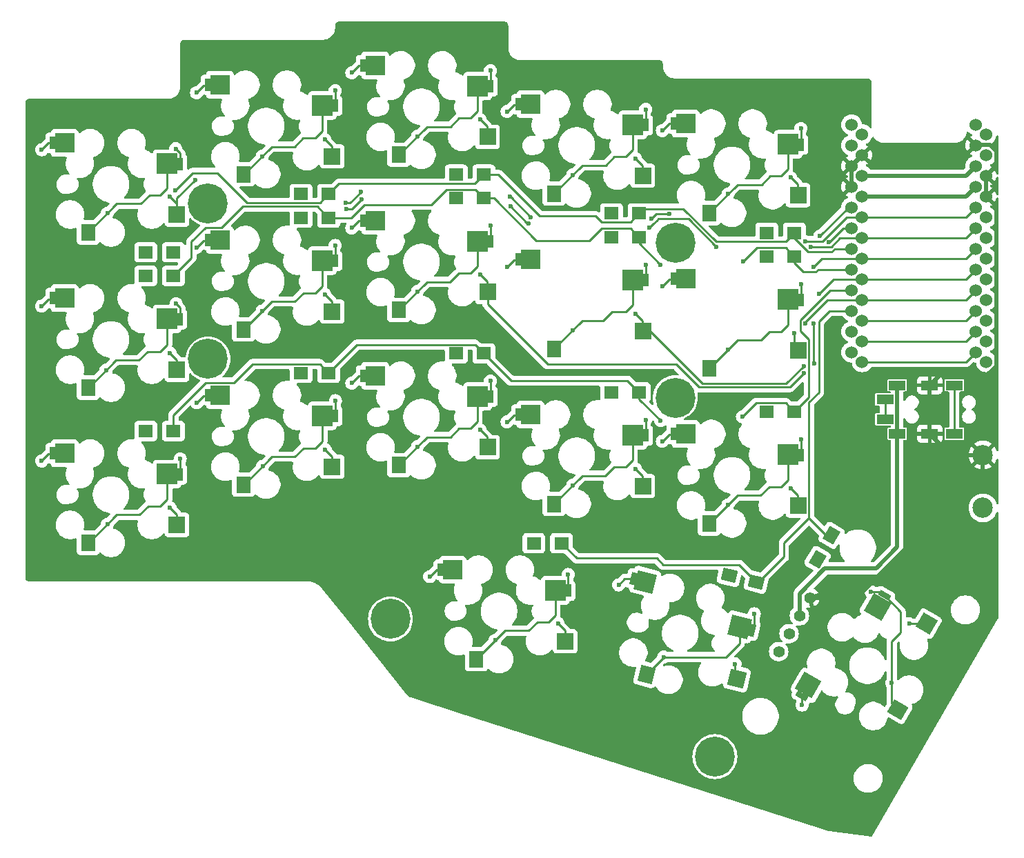
<source format=gbr>
%TF.GenerationSoftware,KiCad,Pcbnew,8.0.2-1*%
%TF.CreationDate,2024-06-10T16:48:46+09:00*%
%TF.ProjectId,Miriball36,4d697269-6261-46c6-9c33-362e6b696361,rev?*%
%TF.SameCoordinates,Original*%
%TF.FileFunction,Copper,L1,Top*%
%TF.FilePolarity,Positive*%
%FSLAX46Y46*%
G04 Gerber Fmt 4.6, Leading zero omitted, Abs format (unit mm)*
G04 Created by KiCad (PCBNEW 8.0.2-1) date 2024-06-10 16:48:46*
%MOMM*%
%LPD*%
G01*
G04 APERTURE LIST*
G04 Aperture macros list*
%AMRotRect*
0 Rectangle, with rotation*
0 The origin of the aperture is its center*
0 $1 length*
0 $2 width*
0 $3 Rotation angle, in degrees counterclockwise*
0 Add horizontal line*
21,1,$1,$2,0,0,$3*%
G04 Aperture macros list end*
%TA.AperFunction,ComponentPad*%
%ADD10R,1.800000X1.500000*%
%TD*%
%TA.AperFunction,ComponentPad*%
%ADD11C,4.900000*%
%TD*%
%TA.AperFunction,SMDPad,CuDef*%
%ADD12R,0.700000X1.500000*%
%TD*%
%TA.AperFunction,SMDPad,CuDef*%
%ADD13R,2.400000X2.400000*%
%TD*%
%TA.AperFunction,SMDPad,CuDef*%
%ADD14R,2.000000X2.000000*%
%TD*%
%TA.AperFunction,SMDPad,CuDef*%
%ADD15R,1.800000X2.000000*%
%TD*%
%TA.AperFunction,SMDPad,CuDef*%
%ADD16R,2.500000X2.500000*%
%TD*%
%TA.AperFunction,SMDPad,CuDef*%
%ADD17RotRect,0.700000X1.500000X60.000000*%
%TD*%
%TA.AperFunction,SMDPad,CuDef*%
%ADD18RotRect,2.400000X2.400000X240.000000*%
%TD*%
%TA.AperFunction,SMDPad,CuDef*%
%ADD19RotRect,2.000000X2.000000X240.000000*%
%TD*%
%TA.AperFunction,SMDPad,CuDef*%
%ADD20RotRect,1.800000X2.000000X240.000000*%
%TD*%
%TA.AperFunction,SMDPad,CuDef*%
%ADD21RotRect,2.500000X2.500000X240.000000*%
%TD*%
%TA.AperFunction,ComponentPad*%
%ADD22C,1.397000*%
%TD*%
%TA.AperFunction,ComponentPad*%
%ADD23R,2.100000X1.200000*%
%TD*%
%TA.AperFunction,ComponentPad*%
%ADD24RotRect,1.800000X1.500000X240.000000*%
%TD*%
%TA.AperFunction,ComponentPad*%
%ADD25RotRect,1.800000X1.500000X166.000000*%
%TD*%
%TA.AperFunction,ComponentPad*%
%ADD26C,2.500000*%
%TD*%
%TA.AperFunction,SMDPad,CuDef*%
%ADD27RotRect,0.700000X1.500000X346.000000*%
%TD*%
%TA.AperFunction,SMDPad,CuDef*%
%ADD28RotRect,2.400000X2.400000X166.000000*%
%TD*%
%TA.AperFunction,SMDPad,CuDef*%
%ADD29RotRect,2.000000X2.000000X166.000000*%
%TD*%
%TA.AperFunction,SMDPad,CuDef*%
%ADD30RotRect,1.800000X2.000000X166.000000*%
%TD*%
%TA.AperFunction,SMDPad,CuDef*%
%ADD31RotRect,2.500000X2.500000X166.000000*%
%TD*%
%TA.AperFunction,ComponentPad*%
%ADD32C,1.524000*%
%TD*%
%TA.AperFunction,ViaPad*%
%ADD33C,0.600000*%
%TD*%
%TA.AperFunction,Conductor*%
%ADD34C,0.500000*%
%TD*%
%TA.AperFunction,Conductor*%
%ADD35C,0.250000*%
%TD*%
%TA.AperFunction,Conductor*%
%ADD36C,0.200000*%
%TD*%
G04 APERTURE END LIST*
D10*
%TO.P,D11,1,K*%
%TO.N,row2*%
X65493250Y-88821300D03*
%TO.P,D11,2,A*%
%TO.N,Net-(D11-A)*%
X62093250Y-88821300D03*
%TD*%
D11*
%TO.P,TH3,*%
%TO.N,*%
X69746500Y-60921300D03*
%TD*%
D10*
%TO.P,D8,1,K*%
%TO.N,row1*%
X103594050Y-60245700D03*
%TO.P,D8,2,A*%
%TO.N,Net-(D8-A)*%
X100194050Y-60245700D03*
%TD*%
D12*
%TO.P,SW1,1,1*%
%TO.N,col0*%
X50640000Y-53440000D03*
D13*
X52140000Y-53460000D03*
D14*
X65940000Y-62240000D03*
D15*
%TO.P,SW1,2,2*%
%TO.N,Net-(D1-A)*%
X55040000Y-64440000D03*
D16*
X64740000Y-55999999D03*
D12*
X66340000Y-56040000D03*
%TD*%
%TO.P,SW4,1,1*%
%TO.N,col3*%
X107791200Y-48677400D03*
D13*
X109291200Y-48697400D03*
D14*
X123091200Y-57477400D03*
D15*
%TO.P,SW4,2,2*%
%TO.N,Net-(D4-A)*%
X112191200Y-59677400D03*
D16*
X121891200Y-51237399D03*
D12*
X123491200Y-51277400D03*
%TD*%
%TO.P,SW7,1,1*%
%TO.N,col1*%
X69690400Y-65346500D03*
D13*
X71190400Y-65366500D03*
D14*
X84990400Y-74146500D03*
D15*
%TO.P,SW7,2,2*%
%TO.N,Net-(D7-A)*%
X74090400Y-76346500D03*
D16*
X83790400Y-67906499D03*
D12*
X85390400Y-67946500D03*
%TD*%
D17*
%TO.P,SW18,1,1*%
%TO.N,col4*%
X142643270Y-121315383D03*
D18*
X143410591Y-120026345D03*
D19*
X157914294Y-112465194D03*
D20*
%TO.P,SW18,2,2*%
%TO.N,Net-(D18-A)*%
X154369550Y-123004871D03*
D21*
X151910295Y-110384424D03*
D17*
X152744936Y-109018784D03*
%TD*%
D22*
%TO.P,OL1,1,SDA*%
%TO.N,sda*%
X139770000Y-115899410D03*
%TO.P,OL1,2,SCL*%
%TO.N,scl*%
X141040000Y-113699705D03*
%TO.P,OL1,3,VCC*%
%TO.N,VCC*%
X142310000Y-111500000D03*
%TO.P,OL1,4,GND*%
%TO.N,GND*%
X143580000Y-109300296D03*
%TD*%
D12*
%TO.P,SW16,1,1*%
%TO.N,col2*%
X98266000Y-105828600D03*
D13*
X99766000Y-105848600D03*
D14*
X113566000Y-114628600D03*
D15*
%TO.P,SW16,2,2*%
%TO.N,Net-(D16-A)*%
X102666000Y-116828600D03*
D16*
X112366000Y-108388599D03*
D12*
X113966000Y-108428600D03*
%TD*%
D23*
%TO.P,J2,A*%
%TO.N,unconnected-(J2-PadA)*%
X152810000Y-84950000D03*
X152810000Y-87400000D03*
%TO.P,J2,B*%
%TO.N,data*%
X161310000Y-83200000D03*
X161310000Y-89150000D03*
%TO.P,J2,C*%
%TO.N,GND*%
X158310000Y-83200000D03*
X158310000Y-89150000D03*
%TO.P,J2,D*%
%TO.N,VCC*%
X154310000Y-83200000D03*
X154310000Y-89150000D03*
%TD*%
D12*
%TO.P,SW2,1,1*%
%TO.N,col1*%
X69690400Y-46296100D03*
D13*
X71190400Y-46316100D03*
D14*
X84990400Y-55096100D03*
D15*
%TO.P,SW2,2,2*%
%TO.N,Net-(D2-A)*%
X74090400Y-57296100D03*
D16*
X83790400Y-48856099D03*
D12*
X85390400Y-48896100D03*
%TD*%
%TO.P,SW6,1,1*%
%TO.N,col0*%
X50640000Y-72490400D03*
D13*
X52140000Y-72510400D03*
D14*
X65940000Y-81290400D03*
D15*
%TO.P,SW6,2,2*%
%TO.N,Net-(D6-A)*%
X55040000Y-83490400D03*
D16*
X64740000Y-75050399D03*
D12*
X66340000Y-75090400D03*
%TD*%
%TO.P,SW3,1,1*%
%TO.N,col2*%
X88740800Y-43914800D03*
D13*
X90240800Y-43934800D03*
D14*
X104040800Y-52714800D03*
D15*
%TO.P,SW3,2,2*%
%TO.N,Net-(D3-A)*%
X93140800Y-54914800D03*
D16*
X102840800Y-46474799D03*
D12*
X104440800Y-46514800D03*
%TD*%
D10*
%TO.P,D9,1,K*%
%TO.N,row1*%
X122644450Y-65008300D03*
%TO.P,D9,2,A*%
%TO.N,Net-(D9-A)*%
X119244450Y-65008300D03*
%TD*%
%TO.P,D10,1,K*%
%TO.N,row1*%
X141694850Y-67389600D03*
%TO.P,D10,2,A*%
%TO.N,Net-(D10-A)*%
X138294850Y-67389600D03*
%TD*%
%TO.P,D14,1,K*%
%TO.N,row2*%
X122644450Y-84058700D03*
%TO.P,D14,2,A*%
%TO.N,Net-(D14-A)*%
X119244450Y-84058700D03*
%TD*%
D11*
%TO.P,,*%
%TO.N,*%
X69746500Y-79971700D03*
%TD*%
D24*
%TO.P,D18,1,K*%
%TO.N,row3*%
X146240000Y-101625514D03*
%TO.P,D18,2,A*%
%TO.N,Net-(D18-A)*%
X144540000Y-104570000D03*
%TD*%
D25*
%TO.P,D17,1,K*%
%TO.N,row3*%
X137019426Y-107337571D03*
%TO.P,D17,2,A*%
%TO.N,Net-(D17-A)*%
X133720420Y-106515037D03*
%TD*%
D10*
%TO.P,D5,1,K*%
%TO.N,row0*%
X141694850Y-64493250D03*
%TO.P,D5,2,A*%
%TO.N,Net-(D5-A)*%
X138294850Y-64493250D03*
%TD*%
%TO.P,D7,1,K*%
%TO.N,row1*%
X84543650Y-62627000D03*
%TO.P,D7,2,A*%
%TO.N,Net-(D7-A)*%
X81143650Y-62627000D03*
%TD*%
%TO.P,D6,1,K*%
%TO.N,row1*%
X65493250Y-69770900D03*
%TO.P,D6,2,A*%
%TO.N,Net-(D6-A)*%
X62093250Y-69770900D03*
%TD*%
%TO.P,D13,1,K*%
%TO.N,row2*%
X103594050Y-79296100D03*
%TO.P,D13,2,A*%
%TO.N,Net-(D13-A)*%
X100194050Y-79296100D03*
%TD*%
D12*
%TO.P,SW8,1,1*%
%TO.N,col2*%
X88740800Y-62965200D03*
D13*
X90240800Y-62985200D03*
D14*
X104040800Y-71765200D03*
D15*
%TO.P,SW8,2,2*%
%TO.N,Net-(D8-A)*%
X93140800Y-73965200D03*
D16*
X102840800Y-65525199D03*
D12*
X104440800Y-65565200D03*
%TD*%
%TO.P,SW15,1,1*%
%TO.N,col4*%
X126841600Y-89159500D03*
D13*
X128341600Y-89179500D03*
D14*
X142141600Y-97959500D03*
D15*
%TO.P,SW15,2,2*%
%TO.N,Net-(D15-A)*%
X131241600Y-100159500D03*
D16*
X140941600Y-91719499D03*
D12*
X142541600Y-91759500D03*
%TD*%
%TO.P,SW5,1,1*%
%TO.N,col4*%
X126841600Y-51058700D03*
D13*
X128341600Y-51078700D03*
D14*
X142141600Y-59858700D03*
D15*
%TO.P,SW5,2,2*%
%TO.N,Net-(D5-A)*%
X131241600Y-62058700D03*
D16*
X140941600Y-53618699D03*
D12*
X142541600Y-53658700D03*
%TD*%
D26*
%TO.P,SW19,1,1*%
%TO.N,reset*%
X164830000Y-98260000D03*
%TO.P,SW19,2,2*%
%TO.N,GND*%
X164830000Y-91760000D03*
%TD*%
D12*
%TO.P,SW13,1,1*%
%TO.N,col2*%
X88740800Y-82015600D03*
D13*
X90240800Y-82035600D03*
D14*
X104040800Y-90815600D03*
D15*
%TO.P,SW13,2,2*%
%TO.N,Net-(D13-A)*%
X93140800Y-93015600D03*
D16*
X102840800Y-84575599D03*
D12*
X104440800Y-84615600D03*
%TD*%
D10*
%TO.P,D2,1,K*%
%TO.N,row0*%
X84543650Y-59730650D03*
%TO.P,D2,2,A*%
%TO.N,Net-(D2-A)*%
X81143650Y-59730650D03*
%TD*%
D11*
%TO.P,TH3,*%
%TO.N,*%
X131940000Y-128790000D03*
%TD*%
D10*
%TO.P,D4,1,K*%
%TO.N,row0*%
X122644450Y-62111950D03*
%TO.P,D4,2,A*%
%TO.N,Net-(D4-A)*%
X119244450Y-62111950D03*
%TD*%
D27*
%TO.P,SW17,1,1*%
%TO.N,col3*%
X121927672Y-106949654D03*
D28*
X123378278Y-107331943D03*
D29*
X134644284Y-119189663D03*
D30*
%TO.P,SW17,2,2*%
%TO.N,Net-(D17-A)*%
X123535833Y-118687363D03*
D31*
X134989522Y-112844709D03*
D27*
X136532318Y-113270597D03*
%TD*%
D11*
%TO.P,,*%
%TO.N,*%
X127090000Y-65700000D03*
%TD*%
D10*
%TO.P,D1,1,K*%
%TO.N,row0*%
X65493250Y-66874550D03*
%TO.P,D1,2,A*%
%TO.N,Net-(D1-A)*%
X62093250Y-66874550D03*
%TD*%
%TO.P,D12,1,K*%
%TO.N,row2*%
X84543650Y-81677400D03*
%TO.P,D12,2,A*%
%TO.N,Net-(D12-A)*%
X81143650Y-81677400D03*
%TD*%
%TO.P,D16,1,K*%
%TO.N,row3*%
X113119250Y-102594050D03*
%TO.P,D16,2,A*%
%TO.N,Net-(D16-A)*%
X109719250Y-102594050D03*
%TD*%
D12*
%TO.P,SW10,1,1*%
%TO.N,col4*%
X126841600Y-70109100D03*
D13*
X128341600Y-70129100D03*
D14*
X142141600Y-78909100D03*
D15*
%TO.P,SW10,2,2*%
%TO.N,Net-(D10-A)*%
X131241600Y-81109100D03*
D16*
X140941600Y-72669099D03*
D12*
X142541600Y-72709100D03*
%TD*%
D10*
%TO.P,D3,1,K*%
%TO.N,row0*%
X103594050Y-57349350D03*
%TO.P,D3,2,A*%
%TO.N,Net-(D3-A)*%
X100194050Y-57349350D03*
%TD*%
D12*
%TO.P,SW14,1,1*%
%TO.N,col3*%
X107791200Y-86778200D03*
D13*
X109291200Y-86798200D03*
D14*
X123091200Y-95578200D03*
D15*
%TO.P,SW14,2,2*%
%TO.N,Net-(D14-A)*%
X112191200Y-97778200D03*
D16*
X121891200Y-89338199D03*
D12*
X123491200Y-89378200D03*
%TD*%
D32*
%TO.P,U1,1,TX0/D3*%
%TO.N,unconnected-(U1-TX0{slash}D3-Pad1)*%
X148708465Y-51204255D03*
X165247280Y-52400000D03*
%TO.P,U1,2,RX1/D2*%
%TO.N,data*%
X148708465Y-53744255D03*
X165247280Y-54940000D03*
%TO.P,U1,3,GND*%
%TO.N,GND*%
X148708465Y-56284255D03*
X165247280Y-57480000D03*
%TO.P,U1,4,GND*%
X148708465Y-58824255D03*
X165247280Y-60020000D03*
%TO.P,U1,5,2/D1/SDA*%
%TO.N,sda*%
X148708465Y-61364255D03*
X165247280Y-62560000D03*
%TO.P,U1,6,3/D0/SCL*%
%TO.N,scl*%
X148708465Y-63904255D03*
X165247280Y-65100000D03*
%TO.P,U1,7,4/D4*%
%TO.N,row0*%
X148708465Y-66444255D03*
X165247280Y-67640000D03*
%TO.P,U1,8,5/C6*%
%TO.N,row1*%
X148708465Y-68984255D03*
X165247280Y-70180000D03*
%TO.P,U1,9,6/D7*%
%TO.N,row2*%
X148708465Y-71524255D03*
X165247280Y-72720000D03*
%TO.P,U1,10,7/E6*%
%TO.N,row3*%
X148708465Y-74064255D03*
X165247280Y-75260000D03*
%TO.P,U1,11,8/B4*%
%TO.N,unconnected-(U1-8{slash}B4-Pad11)*%
X148708465Y-76604255D03*
X165247280Y-77800000D03*
%TO.P,U1,12,9/B5*%
%TO.N,unconnected-(U1-9{slash}B5-Pad12)_0*%
X148708465Y-79144255D03*
X165247280Y-80340000D03*
%TO.P,U1,13,B6/10*%
%TO.N,unconnected-(U1-B6{slash}10-Pad13)_0*%
X150007280Y-80340000D03*
X163948465Y-79144255D03*
%TO.P,U1,14,B2/16*%
%TO.N,unconnected-(U1-B2{slash}16-Pad14)_0*%
X150007280Y-77800000D03*
X163948465Y-76604255D03*
%TO.P,U1,15,B3/14*%
%TO.N,unconnected-(U1-B3{slash}14-Pad15)_0*%
X150007280Y-75260000D03*
X163948465Y-74064255D03*
%TO.P,U1,16,B1/15*%
%TO.N,col4*%
X150007280Y-72720000D03*
X163948465Y-71524255D03*
%TO.P,U1,17,F7/A0*%
%TO.N,col3*%
X150007280Y-70180000D03*
X163948465Y-68984255D03*
%TO.P,U1,18,F6/A1*%
%TO.N,col2*%
X150007280Y-67640000D03*
X163948465Y-66444255D03*
%TO.P,U1,19,F5/A2*%
%TO.N,col1*%
X150007280Y-65100000D03*
X163948465Y-63904255D03*
%TO.P,U1,20,F4/A3*%
%TO.N,col0*%
X150007280Y-62560000D03*
X163948465Y-61364255D03*
%TO.P,U1,21,VCC*%
%TO.N,VCC*%
X150007280Y-60020000D03*
X163948465Y-58824255D03*
%TO.P,U1,22,RST*%
%TO.N,reset*%
X150007280Y-57480000D03*
X163948465Y-56284255D03*
%TO.P,U1,23,GND*%
%TO.N,GND*%
X150007280Y-54940000D03*
X163948465Y-53744255D03*
%TO.P,U1,24,RAW*%
%TO.N,unconnected-(U1-RAW-Pad24)*%
X150007280Y-52400000D03*
X163948465Y-51204255D03*
%TD*%
D12*
%TO.P,SW11,1,1*%
%TO.N,col0*%
X50640000Y-91540800D03*
D13*
X52140000Y-91560800D03*
D14*
X65940000Y-100340800D03*
D15*
%TO.P,SW11,2,2*%
%TO.N,Net-(D11-A)*%
X55040000Y-102540800D03*
D16*
X64740000Y-94100799D03*
D12*
X66340000Y-94140800D03*
%TD*%
%TO.P,SW12,1,1*%
%TO.N,col1*%
X69690400Y-84396900D03*
D13*
X71190400Y-84416900D03*
D14*
X84990400Y-93196900D03*
D15*
%TO.P,SW12,2,2*%
%TO.N,Net-(D12-A)*%
X74090400Y-95396900D03*
D16*
X83790400Y-86956899D03*
D12*
X85390400Y-86996900D03*
%TD*%
D11*
%TO.P,TH3,*%
%TO.N,*%
X92130000Y-111890000D03*
%TD*%
%TO.P,,*%
%TO.N,*%
X127090000Y-84734300D03*
%TD*%
D10*
%TO.P,D15,1,K*%
%TO.N,row2*%
X141694850Y-86440000D03*
%TO.P,D15,2,A*%
%TO.N,Net-(D15-A)*%
X138294850Y-86440000D03*
%TD*%
D12*
%TO.P,SW9,1,1*%
%TO.N,col3*%
X107791200Y-67727800D03*
D13*
X109291200Y-67747800D03*
D14*
X123091200Y-76527800D03*
D15*
%TO.P,SW9,2,2*%
%TO.N,Net-(D9-A)*%
X112191200Y-78727800D03*
D16*
X121891200Y-70287799D03*
D12*
X123491200Y-70327800D03*
%TD*%
D33*
%TO.N,col4*%
X141686141Y-76793859D03*
X125490000Y-90090000D03*
X141243859Y-57693859D03*
X142643270Y-122454617D03*
X125490000Y-71040000D03*
X141243859Y-95843859D03*
X125490000Y-51940000D03*
X143035000Y-75610000D03*
X155782693Y-112465194D03*
%TO.N,col1*%
X68340000Y-66290000D03*
X123872837Y-63881254D03*
X84093859Y-72043859D03*
X132140000Y-66240000D03*
X109040000Y-63308300D03*
X86725980Y-61601018D03*
X68340000Y-47290000D03*
X84143859Y-91093859D03*
X68390000Y-85340000D03*
X106840000Y-61240000D03*
X143667133Y-66193249D03*
X84093859Y-53043859D03*
X88559300Y-60420700D03*
%TO.N,row2*%
X125290000Y-87540000D03*
X135320700Y-87059300D03*
%TO.N,sda*%
X144805000Y-64885000D03*
%TO.N,scl*%
X145948883Y-65615001D03*
%TO.N,col2*%
X87390000Y-44840000D03*
X103143859Y-50593859D03*
X144040000Y-68660000D03*
X87390000Y-63890000D03*
X144091600Y-80550000D03*
X103143859Y-69643859D03*
X144060000Y-75580000D03*
X103143859Y-88693859D03*
X87390000Y-82940000D03*
X142840000Y-81740000D03*
X96940000Y-106690000D03*
X112693859Y-112443859D03*
%TO.N,col0*%
X143026067Y-65552183D03*
X65093859Y-79243859D03*
X106831942Y-60048058D03*
X65093859Y-60043859D03*
X124165070Y-62721941D03*
X86640000Y-60805650D03*
X65093859Y-98243859D03*
X49340000Y-73490000D03*
X88465800Y-59440000D03*
X68190000Y-57990000D03*
X109340000Y-62540000D03*
X49340000Y-92490000D03*
X49340000Y-54290000D03*
X126340000Y-62165000D03*
%TO.N,row1*%
X135375550Y-68008900D03*
X125290000Y-68390000D03*
%TO.N,col3*%
X134427673Y-117409654D03*
X122193859Y-74393859D03*
X122193859Y-93443859D03*
X144684999Y-72011117D03*
X120127673Y-107709654D03*
X106440000Y-87690000D03*
X106440000Y-68640000D03*
X142840000Y-80840000D03*
X122193859Y-55343859D03*
X106440000Y-49590000D03*
%TO.N,row0*%
X65690000Y-59290000D03*
%TO.N,Net-(D10-A)*%
X142490000Y-70790000D03*
X133540000Y-78840000D03*
%TO.N,Net-(D11-A)*%
X66340000Y-92240000D03*
X57390000Y-100290000D03*
%TO.N,Net-(D12-A)*%
X76440000Y-93140000D03*
X85390000Y-85090000D03*
%TO.N,Net-(D13-A)*%
X95440000Y-90740000D03*
X104390000Y-82690000D03*
%TO.N,Net-(D14-A)*%
X114490000Y-95490000D03*
X123440000Y-87440000D03*
%TO.N,Net-(D15-A)*%
X142490000Y-89840000D03*
X133540000Y-97890000D03*
%TO.N,Net-(D16-A)*%
X113940000Y-106440000D03*
X104990000Y-114490000D03*
%TO.N,Net-(D17-A)*%
X136777673Y-111259654D03*
X125658492Y-116564704D03*
%TO.N,Net-(D18-A)*%
X151093270Y-108554617D03*
X153637499Y-119754617D03*
%TO.N,Net-(D9-A)*%
X114490000Y-76440000D03*
X123440000Y-68390000D03*
%TO.N,Net-(D8-A)*%
X95440000Y-71690000D03*
X104390000Y-63640000D03*
%TO.N,Net-(D7-A)*%
X85340000Y-66040000D03*
X76390000Y-74090000D03*
%TO.N,Net-(D6-A)*%
X57240000Y-81340000D03*
X65830000Y-73200000D03*
%TO.N,Net-(D4-A)*%
X114490000Y-57390000D03*
X123440000Y-49340000D03*
%TO.N,Net-(D5-A)*%
X142490000Y-51690000D03*
X133540000Y-59740000D03*
%TO.N,Net-(D3-A)*%
X104390000Y-44590000D03*
X95440000Y-52640000D03*
%TO.N,Net-(D2-A)*%
X76390000Y-55090000D03*
X85340000Y-47040000D03*
%TO.N,Net-(D1-A)*%
X57390000Y-62090000D03*
X65780000Y-54180000D03*
%TD*%
D34*
%TO.N,GND*%
X158310000Y-89150000D02*
X160920000Y-91760000D01*
X158310000Y-83200000D02*
X158310000Y-89150000D01*
X143580000Y-109300296D02*
X149286930Y-109300296D01*
X160920000Y-91760000D02*
X164830000Y-91760000D01*
X150907280Y-55840000D02*
X161852720Y-55840000D01*
X165247280Y-57480000D02*
X165247280Y-60020000D01*
X163964720Y-53728000D02*
X165749307Y-53728000D01*
X159610000Y-81900000D02*
X158310000Y-83200000D01*
X166459280Y-61232000D02*
X166459280Y-80842027D01*
X166459280Y-54437973D02*
X166459280Y-56268000D01*
X148708465Y-58824255D02*
X148708465Y-56284255D01*
X149286930Y-109300296D02*
X164830000Y-93757226D01*
X166459280Y-56268000D02*
X165247280Y-57480000D01*
X165749307Y-53728000D02*
X166459280Y-54437973D01*
X148708465Y-56238815D02*
X150007280Y-54940000D01*
X166459280Y-80842027D02*
X165401307Y-81900000D01*
X165401307Y-81900000D02*
X159610000Y-81900000D01*
X165247280Y-60020000D02*
X166459280Y-61232000D01*
X148708465Y-56284255D02*
X148708465Y-56238815D01*
X164830000Y-93757226D02*
X164830000Y-91760000D01*
X163948465Y-53744255D02*
X163964720Y-53728000D01*
X150007280Y-54940000D02*
X150907280Y-55840000D01*
X161852720Y-55840000D02*
X163948465Y-53744255D01*
%TO.N,reset*%
X150007280Y-57480000D02*
X162752720Y-57480000D01*
X162752720Y-57480000D02*
X163948465Y-56284255D01*
D35*
%TO.N,col4*%
X141686141Y-76793859D02*
X141690000Y-76797718D01*
X142090000Y-96690000D02*
X142090000Y-98040000D01*
X155782693Y-112465194D02*
X157914294Y-112465194D01*
X126340000Y-51090000D02*
X125490000Y-51940000D01*
X150007280Y-72720000D02*
X162752720Y-72720000D01*
X143035000Y-75610000D02*
X143035000Y-75445000D01*
X126340000Y-89240000D02*
X125490000Y-90090000D01*
X126790000Y-70190000D02*
X126340000Y-70190000D01*
X142643270Y-121315383D02*
X142643270Y-122454617D01*
X162752720Y-72720000D02*
X163948465Y-71524255D01*
X145760000Y-72720000D02*
X150007280Y-72720000D01*
X141243859Y-57693859D02*
X142090000Y-58540000D01*
X141243859Y-95843859D02*
X142090000Y-96690000D01*
X126340000Y-70190000D02*
X125490000Y-71040000D01*
X141690000Y-76797718D02*
X141690000Y-78590000D01*
X142090000Y-58540000D02*
X142090000Y-59890000D01*
X143035000Y-75445000D02*
X145760000Y-72720000D01*
X141690000Y-78590000D02*
X142090000Y-78990000D01*
X126790000Y-89240000D02*
X126340000Y-89240000D01*
X126790000Y-51090000D02*
X126340000Y-51090000D01*
%TO.N,col1*%
X84990000Y-91940000D02*
X84990000Y-93290000D01*
X69640000Y-46440000D02*
X69190000Y-46440000D01*
X84093859Y-72043859D02*
X84940000Y-72890000D01*
X69640000Y-65440000D02*
X69190000Y-65440000D01*
X87378982Y-61601018D02*
X86725980Y-61601018D01*
X150007280Y-65100000D02*
X162752720Y-65100000D01*
X146207767Y-66240001D02*
X147297768Y-65150000D01*
X84940000Y-72890000D02*
X84940000Y-74240000D01*
X149957280Y-65150000D02*
X150007280Y-65100000D01*
X124423954Y-63346941D02*
X124790070Y-62980825D01*
X147297768Y-65150000D02*
X149957280Y-65150000D01*
X84940000Y-53890000D02*
X84940000Y-55240000D01*
X123872837Y-63881254D02*
X124407150Y-63346941D01*
X108908300Y-63308300D02*
X109040000Y-63308300D01*
X143667133Y-66193249D02*
X143713885Y-66240001D01*
X106840000Y-61240000D02*
X108908300Y-63308300D01*
X124790070Y-62980825D02*
X124790070Y-62964021D01*
X84143859Y-91093859D02*
X84990000Y-91940000D01*
X124790070Y-62964021D02*
X124964091Y-62790000D01*
X132134854Y-66240000D02*
X132140000Y-66240000D01*
X128684854Y-62790000D02*
X132134854Y-66240000D01*
X143713885Y-66240001D02*
X146207767Y-66240001D01*
X69190000Y-46440000D02*
X68340000Y-47290000D01*
X84093859Y-53043859D02*
X84940000Y-53890000D01*
X124964091Y-62790000D02*
X128684854Y-62790000D01*
X69690000Y-84490000D02*
X69240000Y-84490000D01*
X69190000Y-65440000D02*
X68340000Y-66290000D01*
X88559300Y-60420700D02*
X87378982Y-61601018D01*
X124407150Y-63346941D02*
X124423954Y-63346941D01*
X162752720Y-65100000D02*
X163948465Y-63904255D01*
X69240000Y-84490000D02*
X68390000Y-85340000D01*
D36*
%TO.N,row2*%
X125340000Y-87590000D02*
X125290000Y-87540000D01*
D35*
X148702720Y-71530000D02*
X148708465Y-71524255D01*
X142410000Y-76527500D02*
X142410000Y-75170000D01*
X65493250Y-86844050D02*
X69447300Y-82890000D01*
X103594050Y-79296100D02*
X106937950Y-82640000D01*
X87999950Y-78221100D02*
X102519050Y-78221100D01*
X84543650Y-81677400D02*
X87999950Y-78221100D01*
X106937950Y-82640000D02*
X121225750Y-82640000D01*
X75227600Y-80602400D02*
X83468650Y-80602400D01*
X69447300Y-82890000D02*
X72940000Y-82890000D01*
X65493250Y-88821300D02*
X65493250Y-86844050D01*
X135320700Y-87059300D02*
X137015000Y-85365000D01*
X143466600Y-84668250D02*
X143466600Y-77584100D01*
X72940000Y-82890000D02*
X75227600Y-80602400D01*
X141694850Y-86440000D02*
X143466600Y-84668250D01*
X102519050Y-78221100D02*
X103594050Y-79296100D01*
X121225750Y-82640000D02*
X122644450Y-84058700D01*
X83468650Y-80602400D02*
X84543650Y-81677400D01*
X137015000Y-85365000D02*
X140619850Y-85365000D01*
X122644450Y-84894450D02*
X125340000Y-87590000D01*
X143466600Y-77584100D02*
X142410000Y-76527500D01*
X140619850Y-85365000D02*
X141694850Y-86440000D01*
X142410000Y-75170000D02*
X146050000Y-71530000D01*
X146050000Y-71530000D02*
X148702720Y-71530000D01*
X122644450Y-84058700D02*
X122644450Y-84894450D01*
%TO.N,row3*%
X113119250Y-102594050D02*
X114965200Y-104440000D01*
X144716600Y-75353400D02*
X146010000Y-74060000D01*
X148704210Y-74060000D02*
X148708465Y-74064255D01*
X134912603Y-105244584D02*
X137005591Y-107337572D01*
X137005591Y-107337572D02*
X137019425Y-107337572D01*
X140410000Y-104239670D02*
X140410000Y-102560000D01*
X140410000Y-102560000D02*
X143457208Y-99512792D01*
X136881752Y-107767918D02*
X140410000Y-104239670D01*
X143480000Y-85291246D02*
X144716600Y-84054646D01*
X143480000Y-99512792D02*
X143480000Y-85291246D01*
X125612603Y-105244584D02*
X134912603Y-105244584D01*
X146010000Y-74060000D02*
X148704210Y-74060000D01*
X124808019Y-104440000D02*
X125612603Y-105244584D01*
X145592722Y-101625514D02*
X146240000Y-101625514D01*
X143480000Y-99512792D02*
X145592722Y-101625514D01*
X144716600Y-84054646D02*
X144716600Y-75353400D01*
X143457208Y-99512792D02*
X143480000Y-99512792D01*
X114965200Y-104440000D02*
X124808019Y-104440000D01*
%TO.N,sda*%
X148325745Y-61364255D02*
X148708465Y-61364255D01*
X144805000Y-64885000D02*
X148325745Y-61364255D01*
X144790000Y-64885000D02*
X144805000Y-64885000D01*
%TO.N,scl*%
X147675745Y-63904255D02*
X148708465Y-63904255D01*
X145948883Y-65615001D02*
X145964999Y-65615001D01*
X145964999Y-65615001D02*
X147675745Y-63904255D01*
%TO.N,col2*%
X103143859Y-50593859D02*
X103990000Y-51440000D01*
X141145900Y-83434100D02*
X142840000Y-81740000D01*
X144060000Y-75580000D02*
X144080000Y-75600000D01*
X112693859Y-112443859D02*
X113540000Y-113290000D01*
X150007280Y-67640000D02*
X162752720Y-67640000D01*
X162752720Y-67640000D02*
X163948465Y-66444255D01*
X113540000Y-113290000D02*
X113540000Y-114640000D01*
X88240000Y-63040000D02*
X87390000Y-63890000D01*
X111414550Y-80602800D02*
X127191302Y-80602800D01*
X88690000Y-63040000D02*
X88240000Y-63040000D01*
X103990000Y-70490000D02*
X103990000Y-71840000D01*
X98240000Y-105840000D02*
X97790000Y-105840000D01*
X104040800Y-71765200D02*
X104040800Y-73229050D01*
X88690000Y-82090000D02*
X88240000Y-82090000D01*
X145030000Y-67670000D02*
X149977280Y-67670000D01*
X144040000Y-68660000D02*
X145030000Y-67670000D01*
X103143859Y-69643859D02*
X103990000Y-70490000D01*
X103990000Y-89540000D02*
X103990000Y-90890000D01*
X97790000Y-105840000D02*
X96940000Y-106690000D01*
X130022602Y-83434100D02*
X141145900Y-83434100D01*
X103990000Y-51440000D02*
X103990000Y-52790000D01*
X104040800Y-73229050D02*
X111414550Y-80602800D01*
X88240000Y-82090000D02*
X87390000Y-82940000D01*
X144080000Y-80538400D02*
X144091600Y-80550000D01*
X103143859Y-88693859D02*
X103990000Y-89540000D01*
X88690000Y-43990000D02*
X88240000Y-43990000D01*
X88240000Y-43990000D02*
X87390000Y-44840000D01*
X149977280Y-67670000D02*
X150007280Y-67640000D01*
X127191302Y-80602800D02*
X130022602Y-83434100D01*
X144080000Y-75600000D02*
X144080000Y-80538400D01*
%TO.N,col0*%
X65093859Y-60043859D02*
X65940000Y-60890000D01*
X65940000Y-60240000D02*
X65940000Y-62240000D01*
X87174350Y-60805650D02*
X86640000Y-60805650D01*
X148120000Y-62560000D02*
X150007280Y-62560000D01*
X106831942Y-60048058D02*
X106848058Y-60048058D01*
X106848058Y-60048058D02*
X109340000Y-62540000D01*
X65093859Y-79243859D02*
X65940000Y-80090000D01*
X68190000Y-57990000D02*
X65940000Y-60240000D01*
X65940000Y-80090000D02*
X65940000Y-81440000D01*
X145170000Y-65510000D02*
X148120000Y-62560000D01*
X143068250Y-65510000D02*
X145170000Y-65510000D01*
X50640000Y-53440000D02*
X50190000Y-53440000D01*
X65940000Y-60890000D02*
X65940000Y-62240000D01*
X50190000Y-53440000D02*
X49340000Y-54290000D01*
X65093859Y-98243859D02*
X65940000Y-99090000D01*
X126340000Y-62165000D02*
X124722011Y-62165000D01*
X65940000Y-99090000D02*
X65940000Y-100440000D01*
X50190000Y-72640000D02*
X49340000Y-73490000D01*
X162752720Y-62560000D02*
X163948465Y-61364255D01*
X50190000Y-91640000D02*
X49340000Y-92490000D01*
X88465800Y-59514200D02*
X87174350Y-60805650D01*
X50640000Y-72640000D02*
X50190000Y-72640000D01*
X150007280Y-62560000D02*
X162752720Y-62560000D01*
X50640000Y-91640000D02*
X50190000Y-91640000D01*
X88465800Y-59440000D02*
X88465800Y-59514200D01*
X124722011Y-62165000D02*
X124165070Y-62721941D01*
X143026067Y-65552183D02*
X143068250Y-65510000D01*
D34*
%TO.N,VCC*%
X154310000Y-83200000D02*
X154310000Y-89150000D01*
X151742211Y-105657789D02*
X145442549Y-105657789D01*
X142310000Y-108790338D02*
X142310000Y-111500000D01*
X154310000Y-89150000D02*
X154310000Y-103090000D01*
X150007280Y-60020000D02*
X162752720Y-60020000D01*
X154310000Y-103090000D02*
X151742211Y-105657789D01*
X162752720Y-60020000D02*
X163948465Y-58824255D01*
X145442549Y-105657789D02*
X142310000Y-108790338D01*
D35*
%TO.N,row1*%
X88940000Y-61040000D02*
X97099750Y-61040000D01*
X87353000Y-62627000D02*
X88940000Y-61040000D01*
X148704210Y-68980000D02*
X148708465Y-68984255D01*
X84543650Y-62627000D02*
X87353000Y-62627000D01*
X121569450Y-63933300D02*
X122644450Y-65008300D01*
X122644450Y-65744450D02*
X125290000Y-68390000D01*
X141694850Y-68194850D02*
X142785000Y-69285000D01*
X67715000Y-67549150D02*
X67715000Y-65571900D01*
X67715000Y-65571900D02*
X69445400Y-63841500D01*
X104845700Y-60245700D02*
X110040000Y-65440000D01*
X122644450Y-65008300D02*
X122644450Y-65744450D01*
X144298884Y-69285000D02*
X144603884Y-68980000D01*
X118019450Y-63933300D02*
X121569450Y-63933300D01*
X141694850Y-67389600D02*
X141694850Y-68194850D01*
X98969050Y-59170700D02*
X102519050Y-59170700D01*
X116512750Y-65440000D02*
X118019450Y-63933300D01*
X148674210Y-68950000D02*
X148708465Y-68984255D01*
X137069850Y-66314600D02*
X140619850Y-66314600D01*
X97099750Y-61040000D02*
X98969050Y-59170700D01*
X102519050Y-59170700D02*
X103594050Y-60245700D01*
X135375550Y-68008900D02*
X137069850Y-66314600D01*
X74024350Y-61255650D02*
X83172300Y-61255650D01*
X142785000Y-69285000D02*
X144298884Y-69285000D01*
X69445400Y-63841500D02*
X71438500Y-63841500D01*
X140619850Y-66314600D02*
X141694850Y-67389600D01*
X83172300Y-61255650D02*
X84543650Y-62627000D01*
X71438500Y-63841500D02*
X74024350Y-61255650D01*
X65493250Y-69770900D02*
X67715000Y-67549150D01*
X110040000Y-65440000D02*
X116512750Y-65440000D01*
X103594050Y-60245700D02*
X104845700Y-60245700D01*
X144603884Y-68980000D02*
X148704210Y-68980000D01*
%TO.N,data*%
X161310000Y-83200000D02*
X161310000Y-89150000D01*
%TO.N,col3*%
X122193859Y-93443859D02*
X123040000Y-94290000D01*
X130434100Y-82984100D02*
X140695900Y-82984100D01*
X134427673Y-118973052D02*
X134644284Y-119189663D01*
X107290000Y-48740000D02*
X106440000Y-49590000D01*
X150007280Y-70180000D02*
X162752720Y-70180000D01*
X122193859Y-55343859D02*
X123040000Y-56190000D01*
X107740000Y-67790000D02*
X107290000Y-67790000D01*
X123040000Y-94290000D02*
X123040000Y-95640000D01*
X120887673Y-106949654D02*
X121927673Y-106949654D01*
X107740000Y-48740000D02*
X107290000Y-48740000D01*
X162752720Y-70180000D02*
X163948465Y-68984255D01*
X120127673Y-107709654D02*
X120887673Y-106949654D01*
X144684999Y-72011117D02*
X146516116Y-70180000D01*
X107740000Y-86840000D02*
X107290000Y-86840000D01*
X140695900Y-82984100D02*
X142840000Y-80840000D01*
X107290000Y-86840000D02*
X106440000Y-87690000D01*
X134427673Y-117409654D02*
X134427673Y-118973052D01*
X123091200Y-76527800D02*
X123977800Y-76527800D01*
X122193859Y-74393859D02*
X123040000Y-75240000D01*
X123977800Y-76527800D02*
X130434100Y-82984100D01*
X107290000Y-67790000D02*
X106440000Y-68640000D01*
X123040000Y-56190000D02*
X123040000Y-57540000D01*
X146516116Y-70180000D02*
X150007280Y-70180000D01*
X123040000Y-75240000D02*
X123040000Y-76590000D01*
%TO.N,row0*%
X141694850Y-65104850D02*
X143408249Y-66818249D01*
X84543650Y-59730650D02*
X85834300Y-58440000D01*
X103594050Y-57349350D02*
X105349350Y-57349350D01*
X67840000Y-57140000D02*
X65690000Y-59290000D01*
X83468650Y-60805650D02*
X74555650Y-60805650D01*
X84543650Y-59730650D02*
X83468650Y-60805650D01*
X74555650Y-60805650D02*
X70890000Y-57140000D01*
X148682720Y-66470000D02*
X148708465Y-66444255D01*
X121569450Y-63186950D02*
X122644450Y-62111950D01*
X140619850Y-65568250D02*
X141694850Y-64493250D01*
X105349350Y-57349350D02*
X110440000Y-62440000D01*
X110440000Y-62440000D02*
X117272500Y-62440000D01*
X148704210Y-66440000D02*
X148708465Y-66444255D01*
X146644164Y-66440000D02*
X148704210Y-66440000D01*
X132099500Y-65568250D02*
X140619850Y-65568250D01*
X143408249Y-66818249D02*
X146265915Y-66818249D01*
X118019450Y-63186950D02*
X121569450Y-63186950D01*
X102503400Y-58440000D02*
X103594050Y-57349350D01*
X70890000Y-57140000D02*
X67840000Y-57140000D01*
X123216400Y-61540000D02*
X128071250Y-61540000D01*
X117272500Y-62440000D02*
X118019450Y-63186950D01*
X85834300Y-58440000D02*
X102503400Y-58440000D01*
X141694850Y-64493250D02*
X141694850Y-65104850D01*
X128071250Y-61540000D02*
X132099500Y-65568250D01*
X122644450Y-62111950D02*
X123216400Y-61540000D01*
X146265915Y-66818249D02*
X146644164Y-66440000D01*
%TO.N,Net-(D10-A)*%
X142490000Y-70790000D02*
X142490000Y-72790000D01*
X140038833Y-76615000D02*
X140890000Y-75763833D01*
X138665000Y-76615000D02*
X140038833Y-76615000D01*
X140890000Y-75763833D02*
X140890000Y-72749999D01*
X134715000Y-77665000D02*
X137615000Y-77665000D01*
X131190000Y-81190000D02*
X134715000Y-77665000D01*
X137615000Y-77665000D02*
X138665000Y-76615000D01*
%TO.N,Net-(D11-A)*%
X63888833Y-98065000D02*
X64740000Y-97213833D01*
X66340000Y-92240000D02*
X66340000Y-94240000D01*
X62415000Y-98065000D02*
X63888833Y-98065000D01*
X55040000Y-102640000D02*
X58565000Y-99115000D01*
X61365000Y-99115000D02*
X62415000Y-98065000D01*
X58565000Y-99115000D02*
X61365000Y-99115000D01*
X64740000Y-97213833D02*
X64740000Y-94199999D01*
%TO.N,Net-(D12-A)*%
X80415000Y-91965000D02*
X81465000Y-90915000D01*
X83790000Y-90063833D02*
X83790000Y-87049999D01*
X82938833Y-90915000D02*
X83790000Y-90063833D01*
X74090000Y-95490000D02*
X77615000Y-91965000D01*
X85390000Y-85090000D02*
X85390000Y-87090000D01*
X81465000Y-90915000D02*
X82938833Y-90915000D01*
X77615000Y-91965000D02*
X80415000Y-91965000D01*
%TO.N,Net-(D13-A)*%
X101938833Y-88515000D02*
X102790000Y-87663833D01*
X104390000Y-82690000D02*
X104390000Y-84690000D01*
X93090000Y-93090000D02*
X96615000Y-89565000D01*
X102790000Y-87663833D02*
X102790000Y-84649999D01*
X100565000Y-88515000D02*
X101938833Y-88515000D01*
X99515000Y-89565000D02*
X100565000Y-88515000D01*
X96615000Y-89565000D02*
X99515000Y-89565000D01*
%TO.N,Net-(D14-A)*%
X120988833Y-93265000D02*
X121840000Y-92413833D01*
X118489175Y-94315000D02*
X119539175Y-93265000D01*
X123440000Y-87440000D02*
X123440000Y-89440000D01*
X115665000Y-94315000D02*
X118489175Y-94315000D01*
X119539175Y-93265000D02*
X120988833Y-93265000D01*
X112140000Y-97840000D02*
X115665000Y-94315000D01*
X121840000Y-92413833D02*
X121840000Y-89399999D01*
%TO.N,Net-(D15-A)*%
X142490000Y-89840000D02*
X142490000Y-91840000D01*
X134715000Y-96715000D02*
X137564175Y-96715000D01*
X140890000Y-94813833D02*
X140890000Y-91799999D01*
X138614175Y-95665000D02*
X140038833Y-95665000D01*
X140038833Y-95665000D02*
X140890000Y-94813833D01*
X131190000Y-100240000D02*
X134715000Y-96715000D01*
X137564175Y-96715000D02*
X138614175Y-95665000D01*
%TO.N,Net-(D16-A)*%
X110163350Y-112265000D02*
X111515000Y-112265000D01*
X111515000Y-112265000D02*
X112340000Y-111440000D01*
X106165000Y-113315000D02*
X109113350Y-113315000D01*
X112340000Y-111440000D02*
X112340000Y-108399999D01*
X102640000Y-116840000D02*
X106165000Y-113315000D01*
X113940000Y-106440000D02*
X113940000Y-108440000D01*
X109113350Y-113315000D02*
X110163350Y-112265000D01*
%TO.N,Net-(D17-A)*%
X123535833Y-118687363D02*
X125658492Y-116564704D01*
X125658492Y-116564704D02*
X133296326Y-116564704D01*
X136777673Y-111259654D02*
X136777673Y-113025242D01*
X136777673Y-113025242D02*
X136532318Y-113270597D01*
X133296326Y-116564704D02*
X134989523Y-114871507D01*
X134989523Y-114871507D02*
X134989523Y-112844709D01*
%TO.N,Net-(D18-A)*%
X153637499Y-119754617D02*
X153637499Y-114610388D01*
X154735000Y-111008848D02*
X152744936Y-109018784D01*
X153637499Y-122272820D02*
X153637499Y-119754617D01*
X152280769Y-108554617D02*
X152744936Y-109018784D01*
X151093270Y-108554617D02*
X152280769Y-108554617D01*
X154369550Y-123004871D02*
X153637499Y-122272820D01*
X154735000Y-113512887D02*
X154735000Y-111008848D01*
X153637499Y-114610388D02*
X154735000Y-113512887D01*
%TO.N,Net-(D9-A)*%
X112140000Y-78790000D02*
X115665000Y-75265000D01*
X119290000Y-74215000D02*
X119654429Y-74215000D01*
X120988833Y-74215000D02*
X121840000Y-73363833D01*
X119663350Y-74215000D02*
X120988833Y-74215000D01*
X123440000Y-68390000D02*
X123440000Y-70390000D01*
X115665000Y-75265000D02*
X118240000Y-75265000D01*
X118240000Y-75265000D02*
X119290000Y-74215000D01*
X121840000Y-73363833D02*
X121840000Y-70349999D01*
%TO.N,Net-(D8-A)*%
X101938833Y-69465000D02*
X102790000Y-68613833D01*
X93090000Y-74040000D02*
X96615000Y-70515000D01*
X100514175Y-69465000D02*
X101938833Y-69465000D01*
X104390000Y-63640000D02*
X104390000Y-65640000D01*
X102790000Y-68613833D02*
X102790000Y-65599999D01*
X99464175Y-70515000D02*
X100514175Y-69465000D01*
X96615000Y-70515000D02*
X99464175Y-70515000D01*
%TO.N,Net-(D7-A)*%
X82888833Y-71865000D02*
X83740000Y-71013833D01*
X83740000Y-71013833D02*
X83740000Y-67999999D01*
X81439175Y-71865000D02*
X82888833Y-71865000D01*
X77565000Y-72915000D02*
X80389175Y-72915000D01*
X74040000Y-76440000D02*
X77565000Y-72915000D01*
X85340000Y-66040000D02*
X85340000Y-68040000D01*
X80389175Y-72915000D02*
X81439175Y-71865000D01*
%TO.N,Net-(D6-A)*%
X55040000Y-83640000D02*
X55040000Y-83540000D01*
X64740000Y-78213833D02*
X64740000Y-75199999D01*
X55040000Y-83540000D02*
X58465000Y-80115000D01*
X61265000Y-80115000D02*
X62315000Y-79065000D01*
X62315000Y-79065000D02*
X63888833Y-79065000D01*
X63888833Y-79065000D02*
X64740000Y-78213833D01*
X65830000Y-73200000D02*
X66340000Y-73710000D01*
X66340000Y-73710000D02*
X66340000Y-75240000D01*
X58465000Y-80115000D02*
X61265000Y-80115000D01*
%TO.N,Net-(D4-A)*%
X123440000Y-49340000D02*
X123440000Y-51340000D01*
X119589175Y-55165000D02*
X120988833Y-55165000D01*
X118539175Y-56215000D02*
X119589175Y-55165000D01*
X120988833Y-55165000D02*
X121840000Y-54313833D01*
X115665000Y-56215000D02*
X118539175Y-56215000D01*
X121840000Y-54313833D02*
X121840000Y-51299999D01*
X112140000Y-59740000D02*
X115665000Y-56215000D01*
%TO.N,Net-(D5-A)*%
X137663350Y-58565000D02*
X138713350Y-57515000D01*
X140065000Y-57515000D02*
X140890000Y-56690000D01*
X142490000Y-51690000D02*
X142490000Y-53690000D01*
X140890000Y-56690000D02*
X140890000Y-53649999D01*
X134715000Y-58565000D02*
X137663350Y-58565000D01*
X131190000Y-62090000D02*
X134715000Y-58565000D01*
X138713350Y-57515000D02*
X140065000Y-57515000D01*
%TO.N,Net-(D3-A)*%
X100565000Y-50415000D02*
X101938833Y-50415000D01*
X102790000Y-49563833D02*
X102790000Y-46549999D01*
X99515000Y-51465000D02*
X100565000Y-50415000D01*
X93090000Y-54990000D02*
X96615000Y-51465000D01*
X104390000Y-44590000D02*
X104390000Y-46590000D01*
X101938833Y-50415000D02*
X102790000Y-49563833D01*
X96615000Y-51465000D02*
X99515000Y-51465000D01*
%TO.N,Net-(D2-A)*%
X80365000Y-53915000D02*
X81415000Y-52865000D01*
X83740000Y-52013833D02*
X83740000Y-48999999D01*
X81415000Y-52865000D02*
X82888833Y-52865000D01*
X82888833Y-52865000D02*
X83740000Y-52013833D01*
X85340000Y-47040000D02*
X85340000Y-49040000D01*
X77565000Y-53915000D02*
X80365000Y-53915000D01*
X74040000Y-57440000D02*
X77565000Y-53915000D01*
%TO.N,Net-(D1-A)*%
X64740000Y-59013833D02*
X64740000Y-55999999D01*
X58565000Y-60915000D02*
X61513350Y-60915000D01*
X62563350Y-59865000D02*
X63888833Y-59865000D01*
X66340000Y-54740000D02*
X66340000Y-56040000D01*
X55040000Y-64440000D02*
X58565000Y-60915000D01*
X65780000Y-54180000D02*
X66340000Y-54740000D01*
X63888833Y-59865000D02*
X64740000Y-59013833D01*
X61513350Y-60915000D02*
X62563350Y-59865000D01*
%TO.N,unconnected-(J2-PadA)*%
X152810000Y-84950000D02*
X152810000Y-87400000D01*
%TO.N,unconnected-(U1-B3{slash}14-Pad15)_0*%
X150007280Y-75260000D02*
X162752720Y-75260000D01*
X162752720Y-75260000D02*
X163948465Y-74064255D01*
%TO.N,unconnected-(U1-B2{slash}16-Pad14)_0*%
X150007280Y-77800000D02*
X162752720Y-77800000D01*
X162752720Y-77800000D02*
X163948465Y-76604255D01*
%TO.N,unconnected-(U1-B6{slash}10-Pad13)_0*%
X162752720Y-80340000D02*
X163948465Y-79144255D01*
X150007280Y-80340000D02*
X162752720Y-80340000D01*
%TD*%
%TA.AperFunction,Conductor*%
%TO.N,GND*%
G36*
X106096922Y-38541280D02*
G01*
X106187266Y-38551459D01*
X106214331Y-38557636D01*
X106293540Y-38585352D01*
X106318553Y-38597398D01*
X106389606Y-38642043D01*
X106411313Y-38659355D01*
X106470644Y-38718686D01*
X106487957Y-38740395D01*
X106532600Y-38811444D01*
X106544648Y-38836462D01*
X106572362Y-38915666D01*
X106578540Y-38942735D01*
X106588720Y-39033076D01*
X106589500Y-39046961D01*
X106589500Y-41897317D01*
X106620044Y-42109764D01*
X106620047Y-42109774D01*
X106680517Y-42315715D01*
X106769672Y-42510938D01*
X106769679Y-42510951D01*
X106816389Y-42583633D01*
X106882772Y-42686928D01*
X106885720Y-42691514D01*
X107026275Y-42853724D01*
X107105614Y-42922471D01*
X107188487Y-42994281D01*
X107286574Y-43057317D01*
X107369048Y-43110320D01*
X107369061Y-43110327D01*
X107564284Y-43199482D01*
X107564288Y-43199483D01*
X107564290Y-43199484D01*
X107770231Y-43259954D01*
X107770232Y-43259954D01*
X107770235Y-43259955D01*
X107833584Y-43269062D01*
X107982682Y-43290500D01*
X108024108Y-43290500D01*
X125024108Y-43290500D01*
X125083038Y-43290500D01*
X125096922Y-43291280D01*
X125187266Y-43301459D01*
X125214331Y-43307636D01*
X125293540Y-43335352D01*
X125318553Y-43347398D01*
X125389606Y-43392043D01*
X125411313Y-43409355D01*
X125470644Y-43468686D01*
X125487957Y-43490395D01*
X125532600Y-43561444D01*
X125544648Y-43586462D01*
X125572362Y-43665666D01*
X125578540Y-43692735D01*
X125588720Y-43783076D01*
X125589500Y-43796961D01*
X125589500Y-44147317D01*
X125620044Y-44359764D01*
X125620047Y-44359774D01*
X125680517Y-44565715D01*
X125769672Y-44760938D01*
X125769679Y-44760951D01*
X125803542Y-44813642D01*
X125884439Y-44939522D01*
X125885720Y-44941514D01*
X126026275Y-45103724D01*
X126124172Y-45188552D01*
X126188487Y-45244281D01*
X126258176Y-45289067D01*
X126369048Y-45360320D01*
X126369061Y-45360327D01*
X126564284Y-45449482D01*
X126564288Y-45449483D01*
X126564290Y-45449484D01*
X126770231Y-45509954D01*
X126770232Y-45509954D01*
X126770235Y-45509955D01*
X126833584Y-45519062D01*
X126982682Y-45540500D01*
X127024108Y-45540500D01*
X150624108Y-45540500D01*
X150683038Y-45540500D01*
X150696922Y-45541280D01*
X150787266Y-45551459D01*
X150814331Y-45557636D01*
X150893540Y-45585352D01*
X150918553Y-45597398D01*
X150989606Y-45642043D01*
X151011313Y-45659355D01*
X151070644Y-45718686D01*
X151087957Y-45740395D01*
X151132600Y-45811444D01*
X151144648Y-45836462D01*
X151172362Y-45915666D01*
X151178540Y-45942735D01*
X151188720Y-46033076D01*
X151189500Y-46046961D01*
X151189500Y-51497411D01*
X151169815Y-51564450D01*
X151117011Y-51610205D01*
X151047853Y-51620149D01*
X150984297Y-51591124D01*
X150977819Y-51585093D01*
X150903471Y-51510745D01*
X150821900Y-51429174D01*
X150821896Y-51429171D01*
X150821895Y-51429170D01*
X150640946Y-51302468D01*
X150640942Y-51302466D01*
X150585607Y-51276663D01*
X150440730Y-51209106D01*
X150440727Y-51209105D01*
X150440725Y-51209104D01*
X150227350Y-51151930D01*
X150227343Y-51151929D01*
X150072886Y-51138416D01*
X150007818Y-51112963D01*
X149966839Y-51056372D01*
X149960166Y-51025695D01*
X149956535Y-50984187D01*
X149899359Y-50770805D01*
X149805999Y-50570594D01*
X149742231Y-50479523D01*
X149679292Y-50389636D01*
X149604362Y-50314706D01*
X149523085Y-50233429D01*
X149523081Y-50233426D01*
X149523080Y-50233425D01*
X149342131Y-50106723D01*
X149342127Y-50106721D01*
X149309691Y-50091596D01*
X149141915Y-50013361D01*
X149141912Y-50013360D01*
X149141910Y-50013359D01*
X148928535Y-49956185D01*
X148928527Y-49956184D01*
X148708467Y-49936932D01*
X148708463Y-49936932D01*
X148488402Y-49956184D01*
X148488394Y-49956185D01*
X148275019Y-50013359D01*
X148275013Y-50013362D01*
X148074805Y-50106720D01*
X148074803Y-50106721D01*
X147893842Y-50233430D01*
X147737640Y-50389632D01*
X147610931Y-50570593D01*
X147610930Y-50570595D01*
X147560300Y-50679172D01*
X147519392Y-50766901D01*
X147517572Y-50770803D01*
X147517569Y-50770809D01*
X147460395Y-50984184D01*
X147460394Y-50984192D01*
X147441142Y-51204252D01*
X147441142Y-51204257D01*
X147460394Y-51424317D01*
X147460395Y-51424325D01*
X147517569Y-51637700D01*
X147517570Y-51637702D01*
X147517571Y-51637705D01*
X147600805Y-51816202D01*
X147610931Y-51837917D01*
X147610933Y-51837921D01*
X147737635Y-52018870D01*
X147737640Y-52018876D01*
X147893843Y-52175079D01*
X147893849Y-52175084D01*
X148074798Y-52301786D01*
X148074800Y-52301787D01*
X148074803Y-52301789D01*
X148151026Y-52337332D01*
X148203654Y-52361873D01*
X148256093Y-52408045D01*
X148275245Y-52475239D01*
X148255029Y-52542120D01*
X148203654Y-52586637D01*
X148074805Y-52646720D01*
X148074803Y-52646721D01*
X147893842Y-52773430D01*
X147737640Y-52929632D01*
X147610931Y-53110593D01*
X147610930Y-53110595D01*
X147517572Y-53310803D01*
X147517569Y-53310809D01*
X147460395Y-53524184D01*
X147460394Y-53524192D01*
X147441142Y-53744252D01*
X147441142Y-53744257D01*
X147460394Y-53964317D01*
X147460395Y-53964325D01*
X147517569Y-54177700D01*
X147517570Y-54177702D01*
X147517571Y-54177705D01*
X147609776Y-54375440D01*
X147610931Y-54377917D01*
X147610933Y-54377921D01*
X147737635Y-54558870D01*
X147737638Y-54558874D01*
X147893843Y-54715079D01*
X147893849Y-54715084D01*
X148074798Y-54841786D01*
X148074800Y-54841787D01*
X148074803Y-54841789D01*
X148178079Y-54889947D01*
X148204246Y-54902149D01*
X148256685Y-54948321D01*
X148275837Y-55015515D01*
X148255621Y-55082396D01*
X148204246Y-55126913D01*
X148075055Y-55187156D01*
X148010276Y-55232513D01*
X148655618Y-55877855D01*
X148654961Y-55877855D01*
X148551600Y-55905550D01*
X148458929Y-55959054D01*
X148383264Y-56034719D01*
X148329760Y-56127390D01*
X148302065Y-56230751D01*
X148302065Y-56231408D01*
X147656723Y-55586066D01*
X147611366Y-55650845D01*
X147518044Y-55850975D01*
X147518040Y-55850984D01*
X147460891Y-56064268D01*
X147460889Y-56064278D01*
X147441644Y-56284254D01*
X147441644Y-56284255D01*
X147460889Y-56504231D01*
X147460891Y-56504241D01*
X147518040Y-56717525D01*
X147518045Y-56717539D01*
X147611363Y-56917660D01*
X147611366Y-56917666D01*
X147656723Y-56982442D01*
X147656724Y-56982443D01*
X148302065Y-56337102D01*
X148302065Y-56337759D01*
X148329760Y-56441120D01*
X148383264Y-56533791D01*
X148458929Y-56609456D01*
X148551600Y-56662960D01*
X148654961Y-56690655D01*
X148655618Y-56690655D01*
X148010275Y-57335995D01*
X148075054Y-57381353D01*
X148204838Y-57441873D01*
X148257277Y-57488045D01*
X148276429Y-57555239D01*
X148256213Y-57622120D01*
X148204838Y-57666637D01*
X148075055Y-57727156D01*
X148010276Y-57772513D01*
X148655618Y-58417855D01*
X148654961Y-58417855D01*
X148551600Y-58445550D01*
X148458929Y-58499054D01*
X148383264Y-58574719D01*
X148329760Y-58667390D01*
X148302065Y-58770751D01*
X148302065Y-58771408D01*
X147656723Y-58126066D01*
X147611366Y-58190845D01*
X147518044Y-58390975D01*
X147518040Y-58390984D01*
X147460891Y-58604268D01*
X147460889Y-58604278D01*
X147441644Y-58824254D01*
X147441644Y-58824255D01*
X147460889Y-59044231D01*
X147460891Y-59044241D01*
X147518040Y-59257525D01*
X147518045Y-59257539D01*
X147611363Y-59457660D01*
X147611366Y-59457666D01*
X147656723Y-59522442D01*
X147656724Y-59522443D01*
X148302065Y-58877102D01*
X148302065Y-58877759D01*
X148329760Y-58981120D01*
X148383264Y-59073791D01*
X148458929Y-59149456D01*
X148551600Y-59202960D01*
X148654961Y-59230655D01*
X148655616Y-59230655D01*
X148010275Y-59875995D01*
X148075054Y-59921353D01*
X148204246Y-59981597D01*
X148256685Y-60027769D01*
X148275837Y-60094963D01*
X148255621Y-60161844D01*
X148204246Y-60206361D01*
X148074805Y-60266720D01*
X148074803Y-60266721D01*
X147893842Y-60393430D01*
X147737640Y-60549632D01*
X147610931Y-60730593D01*
X147610930Y-60730595D01*
X147541414Y-60879674D01*
X147519247Y-60927212D01*
X147517572Y-60930803D01*
X147517569Y-60930809D01*
X147460395Y-61144184D01*
X147460394Y-61144192D01*
X147445074Y-61319306D01*
X147419622Y-61384375D01*
X147409227Y-61396180D01*
X144746621Y-64058787D01*
X144685298Y-64092272D01*
X144672825Y-64094326D01*
X144625750Y-64099630D01*
X144455478Y-64159210D01*
X144302737Y-64255184D01*
X144175184Y-64382737D01*
X144079210Y-64535478D01*
X144019630Y-64705750D01*
X144011898Y-64774383D01*
X143984832Y-64838797D01*
X143927237Y-64878352D01*
X143888678Y-64884500D01*
X143503788Y-64884500D01*
X143437815Y-64865493D01*
X143375590Y-64826394D01*
X143206788Y-64767328D01*
X143205322Y-64766815D01*
X143205321Y-64766814D01*
X143205313Y-64766812D01*
X143198526Y-64765263D01*
X143198806Y-64764033D01*
X143141046Y-64739759D01*
X143101494Y-64682161D01*
X143095349Y-64643610D01*
X143095349Y-63695379D01*
X143095348Y-63695373D01*
X143095347Y-63695366D01*
X143088941Y-63635767D01*
X143087554Y-63632049D01*
X143038647Y-63500921D01*
X143038643Y-63500914D01*
X142952397Y-63385705D01*
X142952394Y-63385702D01*
X142837185Y-63299456D01*
X142837178Y-63299452D01*
X142702332Y-63249158D01*
X142702333Y-63249158D01*
X142642733Y-63242751D01*
X142642731Y-63242750D01*
X142642723Y-63242750D01*
X142642714Y-63242750D01*
X140746979Y-63242750D01*
X140746973Y-63242751D01*
X140687366Y-63249158D01*
X140552521Y-63299452D01*
X140552514Y-63299456D01*
X140437305Y-63385702D01*
X140437302Y-63385705D01*
X140351056Y-63500914D01*
X140351052Y-63500921D01*
X140300758Y-63635767D01*
X140294351Y-63695366D01*
X140294350Y-63695377D01*
X140294350Y-64304119D01*
X140294351Y-64818750D01*
X140274666Y-64885789D01*
X140221863Y-64931544D01*
X140170351Y-64942750D01*
X139819350Y-64942750D01*
X139752311Y-64923065D01*
X139706556Y-64870261D01*
X139695350Y-64818750D01*
X139695349Y-63695379D01*
X139695348Y-63695373D01*
X139695347Y-63695366D01*
X139688941Y-63635767D01*
X139687554Y-63632049D01*
X139638647Y-63500921D01*
X139638643Y-63500914D01*
X139552397Y-63385705D01*
X139552394Y-63385702D01*
X139437185Y-63299456D01*
X139437178Y-63299452D01*
X139302332Y-63249158D01*
X139302333Y-63249158D01*
X139242733Y-63242751D01*
X139242731Y-63242750D01*
X139242723Y-63242750D01*
X139242714Y-63242750D01*
X137346979Y-63242750D01*
X137346973Y-63242751D01*
X137287366Y-63249158D01*
X137152521Y-63299452D01*
X137152514Y-63299456D01*
X137037305Y-63385702D01*
X137037302Y-63385705D01*
X136951056Y-63500914D01*
X136951052Y-63500921D01*
X136900758Y-63635767D01*
X136894351Y-63695366D01*
X136894350Y-63695377D01*
X136894350Y-64304119D01*
X136894351Y-64818750D01*
X136874666Y-64885789D01*
X136821863Y-64931544D01*
X136770351Y-64942750D01*
X132409952Y-64942750D01*
X132342913Y-64923065D01*
X132322271Y-64906431D01*
X131186720Y-63770880D01*
X131153235Y-63709557D01*
X131158219Y-63639865D01*
X131200091Y-63583932D01*
X131265555Y-63559515D01*
X131274401Y-63559199D01*
X132189471Y-63559199D01*
X132189472Y-63559199D01*
X132249083Y-63552791D01*
X132383931Y-63502496D01*
X132499146Y-63416246D01*
X132537297Y-63365283D01*
X132590712Y-63293931D01*
X132592039Y-63294924D01*
X132634142Y-63252808D01*
X132702413Y-63237944D01*
X132767881Y-63262351D01*
X132781268Y-63273949D01*
X132884930Y-63377611D01*
X132884938Y-63377618D01*
X132884939Y-63377619D01*
X132934306Y-63415500D01*
X133066982Y-63517307D01*
X133066985Y-63517308D01*
X133066988Y-63517311D01*
X133265712Y-63632044D01*
X133265717Y-63632046D01*
X133265723Y-63632049D01*
X133357080Y-63669890D01*
X133477713Y-63719858D01*
X133699362Y-63779248D01*
X133915912Y-63807757D01*
X133925012Y-63808956D01*
X133926866Y-63809200D01*
X133926873Y-63809200D01*
X134156327Y-63809200D01*
X134156334Y-63809200D01*
X134383838Y-63779248D01*
X134605487Y-63719858D01*
X134817488Y-63632044D01*
X135016212Y-63517311D01*
X135198261Y-63377619D01*
X135198265Y-63377614D01*
X135198270Y-63377611D01*
X135360511Y-63215370D01*
X135360514Y-63215365D01*
X135360519Y-63215361D01*
X135500211Y-63033312D01*
X135614944Y-62834588D01*
X135702758Y-62622587D01*
X135762148Y-62400938D01*
X135792100Y-62173434D01*
X135792100Y-61943966D01*
X135762148Y-61716462D01*
X135702758Y-61494813D01*
X135650688Y-61369106D01*
X135614949Y-61282823D01*
X135614946Y-61282817D01*
X135614944Y-61282812D01*
X135500211Y-61084088D01*
X135500208Y-61084085D01*
X135500207Y-61084082D01*
X135382592Y-60930805D01*
X135360519Y-60902039D01*
X135360518Y-60902038D01*
X135360511Y-60902030D01*
X135198270Y-60739789D01*
X135198261Y-60739781D01*
X135016217Y-60600092D01*
X134997287Y-60589163D01*
X134908407Y-60537848D01*
X134817490Y-60485357D01*
X134817476Y-60485350D01*
X134605487Y-60397542D01*
X134560750Y-60385555D01*
X134383838Y-60338152D01*
X134377950Y-60337376D01*
X134322173Y-60330033D01*
X134258277Y-60301765D01*
X134219806Y-60243440D01*
X134218976Y-60173576D01*
X134233367Y-60141121D01*
X134244635Y-60123189D01*
X134265789Y-60089522D01*
X134325368Y-59919255D01*
X134330672Y-59872173D01*
X134357737Y-59807763D01*
X134366201Y-59798387D01*
X134937771Y-59226819D01*
X134999094Y-59193334D01*
X135025452Y-59190500D01*
X137246793Y-59190500D01*
X137313832Y-59210185D01*
X137359587Y-59262989D01*
X137369531Y-59332147D01*
X137366568Y-59346588D01*
X137337336Y-59455690D01*
X137321053Y-59516459D01*
X137321051Y-59516470D01*
X137291100Y-59743958D01*
X137291100Y-59973441D01*
X137313891Y-60146543D01*
X137321052Y-60200938D01*
X137376662Y-60408480D01*
X137380442Y-60422587D01*
X137468250Y-60634576D01*
X137468257Y-60634590D01*
X137479121Y-60653407D01*
X137577252Y-60823376D01*
X137582992Y-60833317D01*
X137722681Y-61015361D01*
X137722689Y-61015370D01*
X137884930Y-61177611D01*
X137884938Y-61177618D01*
X137884939Y-61177619D01*
X137886086Y-61178499D01*
X138066982Y-61317307D01*
X138066985Y-61317308D01*
X138066988Y-61317311D01*
X138265712Y-61432044D01*
X138265717Y-61432046D01*
X138265723Y-61432049D01*
X138339152Y-61462464D01*
X138477713Y-61519858D01*
X138699362Y-61579248D01*
X138926866Y-61609200D01*
X138926873Y-61609200D01*
X139156327Y-61609200D01*
X139156334Y-61609200D01*
X139383838Y-61579248D01*
X139605487Y-61519858D01*
X139817488Y-61432044D01*
X140016212Y-61317311D01*
X140198261Y-61177619D01*
X140198265Y-61177614D01*
X140198270Y-61177611D01*
X140360510Y-61015370D01*
X140360519Y-61015361D01*
X140429833Y-60925029D01*
X140486259Y-60883829D01*
X140556006Y-60879674D01*
X140616926Y-60913887D01*
X140642218Y-60959876D01*
X140644798Y-60958915D01*
X140697802Y-61101028D01*
X140697806Y-61101035D01*
X140784052Y-61216244D01*
X140784055Y-61216247D01*
X140899264Y-61302493D01*
X140899271Y-61302497D01*
X141034117Y-61352791D01*
X141034116Y-61352791D01*
X141038330Y-61353244D01*
X141093727Y-61359200D01*
X143189472Y-61359199D01*
X143249083Y-61352791D01*
X143383931Y-61302496D01*
X143499146Y-61216246D01*
X143585396Y-61101031D01*
X143635691Y-60966183D01*
X143642100Y-60906573D01*
X143642099Y-58810828D01*
X143635691Y-58751217D01*
X143634870Y-58749017D01*
X143585397Y-58616371D01*
X143585393Y-58616364D01*
X143499147Y-58501155D01*
X143499144Y-58501152D01*
X143383935Y-58414906D01*
X143383928Y-58414902D01*
X143249082Y-58364608D01*
X143249083Y-58364608D01*
X143189483Y-58358201D01*
X143189481Y-58358200D01*
X143189473Y-58358200D01*
X143189465Y-58358200D01*
X142774588Y-58358200D01*
X142707549Y-58338515D01*
X142661794Y-58285711D01*
X142660027Y-58281654D01*
X142652974Y-58264626D01*
X142644312Y-58243714D01*
X142604702Y-58184435D01*
X142575858Y-58141267D01*
X142575856Y-58141264D01*
X142485637Y-58051045D01*
X142485606Y-58051016D01*
X142070070Y-57635480D01*
X142036585Y-57574157D01*
X142034532Y-57561697D01*
X142029227Y-57514604D01*
X141969648Y-57344337D01*
X141968842Y-57343055D01*
X141889907Y-57217430D01*
X141873675Y-57191597D01*
X141746121Y-57064043D01*
X141708618Y-57040478D01*
X141593383Y-56968071D01*
X141593384Y-56968071D01*
X141591580Y-56967439D01*
X141581988Y-56964083D01*
X141525214Y-56923361D01*
X141499468Y-56858407D01*
X141501329Y-56822852D01*
X141510671Y-56775886D01*
X141510671Y-56775881D01*
X141515500Y-56751607D01*
X141515500Y-56628393D01*
X141515500Y-55493198D01*
X141535185Y-55426159D01*
X141587989Y-55380404D01*
X141639500Y-55369198D01*
X142239471Y-55369198D01*
X142239472Y-55369198D01*
X142299083Y-55362790D01*
X142433931Y-55312495D01*
X142549146Y-55226245D01*
X142635396Y-55111030D01*
X142680587Y-54989865D01*
X142722458Y-54933933D01*
X142787922Y-54909515D01*
X142796769Y-54909199D01*
X142939471Y-54909199D01*
X142939472Y-54909199D01*
X142999083Y-54902791D01*
X143133931Y-54852496D01*
X143249146Y-54766246D01*
X143335396Y-54651031D01*
X143385691Y-54516183D01*
X143392100Y-54456573D01*
X143392099Y-52860828D01*
X143385691Y-52801217D01*
X143383044Y-52794121D01*
X143335397Y-52666371D01*
X143335393Y-52666364D01*
X143249147Y-52551155D01*
X143249144Y-52551152D01*
X143165189Y-52488303D01*
X143123318Y-52432369D01*
X143115500Y-52389037D01*
X143115500Y-52234854D01*
X143134507Y-52168881D01*
X143140032Y-52160089D01*
X143208483Y-52051149D01*
X143215788Y-52039524D01*
X143223013Y-52018876D01*
X143275368Y-51869255D01*
X143276756Y-51856936D01*
X143295565Y-51690003D01*
X143295565Y-51689996D01*
X143275369Y-51510750D01*
X143275368Y-51510745D01*
X143245128Y-51424325D01*
X143215789Y-51340478D01*
X143191904Y-51302466D01*
X143167028Y-51262875D01*
X143119816Y-51187738D01*
X142992262Y-51060184D01*
X142986195Y-51056372D01*
X142839523Y-50964211D01*
X142669254Y-50904631D01*
X142669249Y-50904630D01*
X142490004Y-50884435D01*
X142489996Y-50884435D01*
X142310750Y-50904630D01*
X142310745Y-50904631D01*
X142140476Y-50964211D01*
X141987737Y-51060184D01*
X141860184Y-51187737D01*
X141764211Y-51340476D01*
X141704631Y-51510745D01*
X141704630Y-51510750D01*
X141684435Y-51689996D01*
X141684435Y-51690003D01*
X141688977Y-51730316D01*
X141676922Y-51799138D01*
X141629573Y-51850517D01*
X141565757Y-51868199D01*
X139643729Y-51868199D01*
X139643723Y-51868200D01*
X139584116Y-51874607D01*
X139449271Y-51924901D01*
X139449264Y-51924905D01*
X139334055Y-52011151D01*
X139334052Y-52011154D01*
X139247806Y-52126363D01*
X139247802Y-52126370D01*
X139202825Y-52246961D01*
X139160954Y-52302895D01*
X139095489Y-52327312D01*
X139027216Y-52312460D01*
X139011156Y-52302003D01*
X139008263Y-52299783D01*
X139008261Y-52299781D01*
X138924503Y-52235511D01*
X138826217Y-52160092D01*
X138810318Y-52150913D01*
X138690538Y-52081758D01*
X138627490Y-52045357D01*
X138627476Y-52045350D01*
X138415487Y-51957542D01*
X138379681Y-51947948D01*
X138279163Y-51921014D01*
X138219503Y-51884650D01*
X138188974Y-51821803D01*
X138196695Y-51753791D01*
X138242758Y-51642587D01*
X138302148Y-51420938D01*
X138332100Y-51193434D01*
X138332100Y-50963966D01*
X138302148Y-50736462D01*
X138242758Y-50514813D01*
X138178035Y-50358558D01*
X138154949Y-50302823D01*
X138154946Y-50302817D01*
X138154944Y-50302812D01*
X138040211Y-50104088D01*
X138040208Y-50104085D01*
X138040207Y-50104082D01*
X137926720Y-49956185D01*
X137900519Y-49922039D01*
X137900518Y-49922038D01*
X137900511Y-49922030D01*
X137738270Y-49759789D01*
X137738261Y-49759781D01*
X137556217Y-49620092D01*
X137357490Y-49505357D01*
X137357476Y-49505350D01*
X137145487Y-49417542D01*
X136923838Y-49358152D01*
X136885815Y-49353146D01*
X136696341Y-49328200D01*
X136696334Y-49328200D01*
X136466866Y-49328200D01*
X136466858Y-49328200D01*
X136250315Y-49356709D01*
X136239362Y-49358152D01*
X136182627Y-49373354D01*
X136017712Y-49417542D01*
X135805723Y-49505350D01*
X135805709Y-49505357D01*
X135606982Y-49620092D01*
X135424938Y-49759781D01*
X135262681Y-49922038D01*
X135122992Y-50104082D01*
X135008257Y-50302809D01*
X135008250Y-50302823D01*
X134920442Y-50514812D01*
X134861053Y-50736459D01*
X134861051Y-50736470D01*
X134831100Y-50963958D01*
X134831100Y-51193441D01*
X134852667Y-51357252D01*
X134861052Y-51420938D01*
X134903573Y-51579629D01*
X134920442Y-51642587D01*
X135008250Y-51854576D01*
X135008257Y-51854590D01*
X135122992Y-52053317D01*
X135262681Y-52235361D01*
X135262689Y-52235370D01*
X135424930Y-52397611D01*
X135424938Y-52397618D01*
X135424939Y-52397619D01*
X135438886Y-52408321D01*
X135606982Y-52537307D01*
X135606985Y-52537308D01*
X135606988Y-52537311D01*
X135805712Y-52652044D01*
X135805717Y-52652046D01*
X135805723Y-52652049D01*
X135838895Y-52665789D01*
X136017713Y-52739858D01*
X136138331Y-52772177D01*
X136154035Y-52776385D01*
X136213695Y-52812750D01*
X136244224Y-52875597D01*
X136236503Y-52943612D01*
X136190440Y-53054818D01*
X136151377Y-53200608D01*
X136131053Y-53276461D01*
X136131051Y-53276470D01*
X136101100Y-53503958D01*
X136101100Y-53733441D01*
X136116943Y-53853771D01*
X136131052Y-53960938D01*
X136178742Y-54138923D01*
X136190442Y-54182587D01*
X136278250Y-54394576D01*
X136278257Y-54394590D01*
X136301789Y-54435348D01*
X136392988Y-54593311D01*
X136392992Y-54593317D01*
X136532681Y-54775361D01*
X136532689Y-54775370D01*
X136694930Y-54937611D01*
X136694937Y-54937617D01*
X136694939Y-54937619D01*
X136745195Y-54976182D01*
X136876982Y-55077307D01*
X136876985Y-55077308D01*
X136876988Y-55077311D01*
X137075712Y-55192044D01*
X137075717Y-55192046D01*
X137075723Y-55192049D01*
X137123117Y-55211680D01*
X137287713Y-55279858D01*
X137509362Y-55339248D01*
X137725912Y-55367757D01*
X137736850Y-55369198D01*
X137736866Y-55369200D01*
X137736873Y-55369200D01*
X137966327Y-55369200D01*
X137966334Y-55369200D01*
X138087747Y-55353215D01*
X138156781Y-55363980D01*
X138209037Y-55410360D01*
X138227923Y-55477629D01*
X138207443Y-55544429D01*
X138204251Y-55549038D01*
X138180369Y-55581908D01*
X138101728Y-55736252D01*
X138048197Y-55901002D01*
X138022352Y-56064184D01*
X138021100Y-56072089D01*
X138021100Y-56245311D01*
X138022347Y-56253186D01*
X138048140Y-56416040D01*
X138048198Y-56416401D01*
X138100041Y-56575957D01*
X138101728Y-56581147D01*
X138144648Y-56665382D01*
X138180368Y-56735488D01*
X138282186Y-56875628D01*
X138282188Y-56875630D01*
X138287477Y-56880919D01*
X138320962Y-56942242D01*
X138315978Y-57011934D01*
X138287478Y-57056281D01*
X138227492Y-57116267D01*
X138227489Y-57116270D01*
X137821583Y-57522177D01*
X137440579Y-57903181D01*
X137379256Y-57936666D01*
X137352898Y-57939500D01*
X135742851Y-57939500D01*
X135675812Y-57919815D01*
X135630057Y-57867011D01*
X135620113Y-57797853D01*
X135649138Y-57734297D01*
X135655170Y-57727819D01*
X135737241Y-57645747D01*
X135737246Y-57645742D01*
X135916838Y-57411694D01*
X136064343Y-57156207D01*
X136177239Y-56883652D01*
X136253593Y-56598693D01*
X136292100Y-56306206D01*
X136292100Y-56011194D01*
X136253593Y-55718707D01*
X136177239Y-55433748D01*
X136169547Y-55415179D01*
X136138095Y-55339246D01*
X136064343Y-55161193D01*
X136063942Y-55160499D01*
X135916838Y-54905706D01*
X135737247Y-54671659D01*
X135737241Y-54671652D01*
X135528647Y-54463058D01*
X135528640Y-54463052D01*
X135294593Y-54283461D01*
X135039110Y-54135958D01*
X135039100Y-54135954D01*
X134766561Y-54023064D01*
X134766554Y-54023062D01*
X134766552Y-54023061D01*
X134481593Y-53946707D01*
X134426312Y-53939429D01*
X134189113Y-53908200D01*
X134189106Y-53908200D01*
X133894094Y-53908200D01*
X133894086Y-53908200D01*
X133615685Y-53944853D01*
X133601607Y-53946707D01*
X133316648Y-54023061D01*
X133316638Y-54023064D01*
X133044099Y-54135954D01*
X133044089Y-54135958D01*
X132788606Y-54283461D01*
X132554559Y-54463052D01*
X132554552Y-54463058D01*
X132345958Y-54671652D01*
X132345952Y-54671659D01*
X132166361Y-54905706D01*
X132018858Y-55161189D01*
X132018854Y-55161199D01*
X131905964Y-55433738D01*
X131905961Y-55433748D01*
X131832944Y-55706255D01*
X131829608Y-55718704D01*
X131829606Y-55718715D01*
X131791100Y-56011186D01*
X131791100Y-56306213D01*
X131815053Y-56488144D01*
X131829607Y-56598693D01*
X131903812Y-56875630D01*
X131905961Y-56883651D01*
X131905964Y-56883661D01*
X132018854Y-57156200D01*
X132018858Y-57156210D01*
X132166361Y-57411693D01*
X132345952Y-57645740D01*
X132345958Y-57645747D01*
X132554552Y-57854341D01*
X132554559Y-57854347D01*
X132788606Y-58033938D01*
X133044089Y-58181441D01*
X133044090Y-58181441D01*
X133044093Y-58181443D01*
X133254896Y-58268760D01*
X133316505Y-58294280D01*
X133316648Y-58294339D01*
X133601607Y-58370693D01*
X133726199Y-58387096D01*
X133790093Y-58415361D01*
X133828565Y-58473685D01*
X133829397Y-58543550D01*
X133797693Y-58597715D01*
X133481621Y-58913787D01*
X133420298Y-58947272D01*
X133407825Y-58949326D01*
X133360750Y-58954630D01*
X133190478Y-59014210D01*
X133037737Y-59110184D01*
X132910184Y-59237737D01*
X132814210Y-59390478D01*
X132754630Y-59560750D01*
X132749326Y-59607825D01*
X132722258Y-59672239D01*
X132713787Y-59681621D01*
X131873528Y-60521881D01*
X131812205Y-60555366D01*
X131785847Y-60558200D01*
X130828020Y-60558200D01*
X130760981Y-60538515D01*
X130715226Y-60485711D01*
X130705282Y-60416553D01*
X130708243Y-60402115D01*
X130762148Y-60200938D01*
X130792100Y-59973434D01*
X130792100Y-59743966D01*
X130762148Y-59516462D01*
X130702758Y-59294813D01*
X130650727Y-59169199D01*
X130614949Y-59082823D01*
X130614946Y-59082817D01*
X130614944Y-59082812D01*
X130500211Y-58884088D01*
X130500208Y-58884085D01*
X130500207Y-58884082D01*
X130374098Y-58719735D01*
X130360519Y-58702039D01*
X130360518Y-58702038D01*
X130360511Y-58702030D01*
X130198270Y-58539789D01*
X130198261Y-58539781D01*
X130016217Y-58400092D01*
X130000441Y-58390984D01*
X129887797Y-58325949D01*
X129817490Y-58285357D01*
X129817476Y-58285350D01*
X129605487Y-58197542D01*
X129567207Y-58187285D01*
X129383838Y-58138152D01*
X129345815Y-58133146D01*
X129156341Y-58108200D01*
X129156334Y-58108200D01*
X128926866Y-58108200D01*
X128926858Y-58108200D01*
X128710315Y-58136709D01*
X128699362Y-58138152D01*
X128628217Y-58157215D01*
X128477712Y-58197542D01*
X128265723Y-58285350D01*
X128265709Y-58285357D01*
X128066982Y-58400092D01*
X127884938Y-58539781D01*
X127722681Y-58702038D01*
X127582992Y-58884082D01*
X127468257Y-59082809D01*
X127468250Y-59082823D01*
X127380442Y-59294812D01*
X127321053Y-59516459D01*
X127321051Y-59516470D01*
X127291100Y-59743958D01*
X127291100Y-59973441D01*
X127313891Y-60146543D01*
X127321052Y-60200938D01*
X127376662Y-60408480D01*
X127380442Y-60422587D01*
X127468250Y-60634576D01*
X127468257Y-60634590D01*
X127522476Y-60728500D01*
X127538949Y-60796400D01*
X127516096Y-60862427D01*
X127461175Y-60905618D01*
X127415089Y-60914500D01*
X123799356Y-60914500D01*
X123756023Y-60906682D01*
X123651932Y-60867858D01*
X123651933Y-60867858D01*
X123592333Y-60861451D01*
X123592331Y-60861450D01*
X123592323Y-60861450D01*
X123592314Y-60861450D01*
X121696579Y-60861450D01*
X121696573Y-60861451D01*
X121636966Y-60867858D01*
X121502121Y-60918152D01*
X121502114Y-60918156D01*
X121386905Y-61004402D01*
X121386902Y-61004405D01*
X121300656Y-61119614D01*
X121300652Y-61119621D01*
X121250358Y-61254467D01*
X121244965Y-61304632D01*
X121243950Y-61314077D01*
X121243950Y-61934500D01*
X121243951Y-62437450D01*
X121224266Y-62504489D01*
X121171463Y-62550244D01*
X121119951Y-62561450D01*
X120768950Y-62561450D01*
X120701911Y-62541765D01*
X120656156Y-62488961D01*
X120644950Y-62437450D01*
X120644949Y-61314079D01*
X120644948Y-61314073D01*
X120644947Y-61314066D01*
X120638541Y-61254467D01*
X120638156Y-61253436D01*
X120588247Y-61119621D01*
X120588243Y-61119614D01*
X120501997Y-61004405D01*
X120501994Y-61004402D01*
X120386785Y-60918156D01*
X120386778Y-60918152D01*
X120251932Y-60867858D01*
X120251933Y-60867858D01*
X120192333Y-60861451D01*
X120192331Y-60861450D01*
X120192323Y-60861450D01*
X120192314Y-60861450D01*
X118296579Y-60861450D01*
X118296573Y-60861451D01*
X118236966Y-60867858D01*
X118102121Y-60918152D01*
X118102114Y-60918156D01*
X117986905Y-61004402D01*
X117986902Y-61004405D01*
X117900656Y-61119614D01*
X117900652Y-61119621D01*
X117850358Y-61254467D01*
X117844965Y-61304632D01*
X117843951Y-61314073D01*
X117843950Y-61314085D01*
X117843950Y-61837559D01*
X117824265Y-61904598D01*
X117771461Y-61950353D01*
X117702303Y-61960297D01*
X117651061Y-61940663D01*
X117629623Y-61926339D01*
X117606285Y-61910745D01*
X117597086Y-61904598D01*
X117568790Y-61885690D01*
X117568786Y-61885688D01*
X117557830Y-61881150D01*
X117482899Y-61850113D01*
X117482897Y-61850111D01*
X117454955Y-61838538D01*
X117454953Y-61838537D01*
X117454952Y-61838537D01*
X117394529Y-61826518D01*
X117334110Y-61814500D01*
X117334107Y-61814500D01*
X117334106Y-61814500D01*
X110750452Y-61814500D01*
X110683413Y-61794815D01*
X110662771Y-61778181D01*
X106247248Y-57362658D01*
X108240700Y-57362658D01*
X108240700Y-57592141D01*
X108261604Y-57750911D01*
X108270652Y-57819638D01*
X108325908Y-58025858D01*
X108330042Y-58041287D01*
X108417850Y-58253276D01*
X108417857Y-58253290D01*
X108434233Y-58281654D01*
X108530502Y-58448398D01*
X108532592Y-58452017D01*
X108672281Y-58634061D01*
X108672289Y-58634070D01*
X108834530Y-58796311D01*
X108834538Y-58796318D01*
X108834539Y-58796319D01*
X108867136Y-58821332D01*
X109016582Y-58936007D01*
X109016585Y-58936008D01*
X109016588Y-58936011D01*
X109215312Y-59050744D01*
X109215317Y-59050746D01*
X109215323Y-59050749D01*
X109270952Y-59073791D01*
X109427313Y-59138558D01*
X109648962Y-59197948D01*
X109876466Y-59227900D01*
X109876473Y-59227900D01*
X110105927Y-59227900D01*
X110105934Y-59227900D01*
X110333438Y-59197948D01*
X110555087Y-59138558D01*
X110619250Y-59111980D01*
X110688716Y-59104512D01*
X110751195Y-59135787D01*
X110786848Y-59195875D01*
X110790700Y-59226542D01*
X110790700Y-60725270D01*
X110790701Y-60725276D01*
X110797108Y-60784883D01*
X110847402Y-60919728D01*
X110847406Y-60919735D01*
X110933652Y-61034944D01*
X110933655Y-61034947D01*
X111048864Y-61121193D01*
X111048871Y-61121197D01*
X111183717Y-61171491D01*
X111183716Y-61171491D01*
X111190644Y-61172235D01*
X111243327Y-61177900D01*
X113139072Y-61177899D01*
X113198683Y-61171491D01*
X113333531Y-61121196D01*
X113448746Y-61034946D01*
X113488848Y-60981377D01*
X113540312Y-60912631D01*
X113541639Y-60913624D01*
X113583742Y-60871508D01*
X113652013Y-60856644D01*
X113717481Y-60881051D01*
X113730868Y-60892649D01*
X113834530Y-60996311D01*
X113834538Y-60996318D01*
X113834539Y-60996319D01*
X113884876Y-61034944D01*
X114016582Y-61136007D01*
X114016585Y-61136008D01*
X114016588Y-61136011D01*
X114215312Y-61250744D01*
X114215317Y-61250746D01*
X114215323Y-61250749D01*
X114292723Y-61282809D01*
X114427313Y-61338558D01*
X114648962Y-61397948D01*
X114876466Y-61427900D01*
X114876473Y-61427900D01*
X115105927Y-61427900D01*
X115105934Y-61427900D01*
X115333438Y-61397948D01*
X115555087Y-61338558D01*
X115767088Y-61250744D01*
X115965812Y-61136011D01*
X116147861Y-60996319D01*
X116147865Y-60996314D01*
X116147870Y-60996311D01*
X116310111Y-60834070D01*
X116310114Y-60834065D01*
X116310119Y-60834061D01*
X116449811Y-60652012D01*
X116564544Y-60453288D01*
X116652358Y-60241287D01*
X116711748Y-60019638D01*
X116741700Y-59792134D01*
X116741700Y-59562666D01*
X116711748Y-59335162D01*
X116652358Y-59113513D01*
X116589784Y-58962447D01*
X116564549Y-58901523D01*
X116564546Y-58901517D01*
X116564544Y-58901512D01*
X116449811Y-58702788D01*
X116449808Y-58702785D01*
X116449807Y-58702782D01*
X116327761Y-58543731D01*
X116310119Y-58520739D01*
X116310118Y-58520738D01*
X116310111Y-58520730D01*
X116147870Y-58358489D01*
X116147861Y-58358481D01*
X115965817Y-58218792D01*
X115945103Y-58206833D01*
X115826144Y-58138152D01*
X115767090Y-58104057D01*
X115767076Y-58104050D01*
X115555087Y-58016242D01*
X115497672Y-58000858D01*
X115333438Y-57956852D01*
X115333433Y-57956851D01*
X115333432Y-57956851D01*
X115290306Y-57951173D01*
X115226410Y-57922905D01*
X115187940Y-57864580D01*
X115187110Y-57794715D01*
X115201502Y-57762260D01*
X115208936Y-57750429D01*
X115215789Y-57739522D01*
X115275368Y-57569255D01*
X115280672Y-57522173D01*
X115307737Y-57457763D01*
X115316201Y-57448387D01*
X115887771Y-56876819D01*
X115949094Y-56843334D01*
X115975452Y-56840500D01*
X118188007Y-56840500D01*
X118255046Y-56860185D01*
X118300801Y-56912989D01*
X118310745Y-56982147D01*
X118307785Y-56996577D01*
X118286936Y-57074390D01*
X118270653Y-57135159D01*
X118270651Y-57135170D01*
X118240700Y-57362658D01*
X118240700Y-57592141D01*
X118261604Y-57750911D01*
X118270652Y-57819638D01*
X118325908Y-58025858D01*
X118330042Y-58041287D01*
X118417850Y-58253276D01*
X118417857Y-58253290D01*
X118434233Y-58281654D01*
X118530502Y-58448398D01*
X118532592Y-58452017D01*
X118672281Y-58634061D01*
X118672289Y-58634070D01*
X118834530Y-58796311D01*
X118834538Y-58796318D01*
X118834539Y-58796319D01*
X118867136Y-58821332D01*
X119016582Y-58936007D01*
X119016585Y-58936008D01*
X119016588Y-58936011D01*
X119215312Y-59050744D01*
X119215317Y-59050746D01*
X119215323Y-59050749D01*
X119270952Y-59073791D01*
X119427313Y-59138558D01*
X119648962Y-59197948D01*
X119876466Y-59227900D01*
X119876473Y-59227900D01*
X120105927Y-59227900D01*
X120105934Y-59227900D01*
X120333438Y-59197948D01*
X120555087Y-59138558D01*
X120767088Y-59050744D01*
X120965812Y-58936011D01*
X121147861Y-58796319D01*
X121147865Y-58796314D01*
X121147870Y-58796311D01*
X121310110Y-58634070D01*
X121310119Y-58634061D01*
X121379433Y-58543729D01*
X121435859Y-58502529D01*
X121505606Y-58498374D01*
X121566526Y-58532587D01*
X121591818Y-58578576D01*
X121594398Y-58577615D01*
X121647402Y-58719728D01*
X121647406Y-58719735D01*
X121733652Y-58834944D01*
X121733655Y-58834947D01*
X121848864Y-58921193D01*
X121848871Y-58921197D01*
X121983717Y-58971491D01*
X121983716Y-58971491D01*
X121990644Y-58972235D01*
X122043327Y-58977900D01*
X124139072Y-58977899D01*
X124198683Y-58971491D01*
X124333531Y-58921196D01*
X124448746Y-58834946D01*
X124534996Y-58719731D01*
X124585291Y-58584883D01*
X124591700Y-58525273D01*
X124591699Y-56429528D01*
X124585291Y-56369917D01*
X124581067Y-56358593D01*
X124534997Y-56235071D01*
X124534993Y-56235064D01*
X124448747Y-56119855D01*
X124448744Y-56119852D01*
X124333535Y-56033606D01*
X124333528Y-56033602D01*
X124198682Y-55983308D01*
X124198683Y-55983308D01*
X124139083Y-55976901D01*
X124139081Y-55976900D01*
X124139073Y-55976900D01*
X124139065Y-55976900D01*
X123711623Y-55976900D01*
X123644584Y-55957215D01*
X123598829Y-55904411D01*
X123597063Y-55900355D01*
X123594314Y-55893719D01*
X123594312Y-55893714D01*
X123579787Y-55871976D01*
X123556746Y-55837492D01*
X123556743Y-55837489D01*
X123531789Y-55800143D01*
X123525858Y-55791267D01*
X123525857Y-55791266D01*
X123525852Y-55791260D01*
X123435637Y-55701045D01*
X123435606Y-55701016D01*
X123020070Y-55285480D01*
X122986585Y-55224157D01*
X122984532Y-55211697D01*
X122979227Y-55164604D01*
X122919648Y-54994337D01*
X122915515Y-54987760D01*
X122866152Y-54909199D01*
X122823675Y-54841597D01*
X122696121Y-54714043D01*
X122643662Y-54681081D01*
X122543383Y-54618071D01*
X122543378Y-54618069D01*
X122527122Y-54612380D01*
X122470347Y-54571657D01*
X122444602Y-54506703D01*
X122446463Y-54471149D01*
X122447627Y-54465299D01*
X122465500Y-54375439D01*
X122465500Y-53111898D01*
X122485185Y-53044859D01*
X122537989Y-52999104D01*
X122589500Y-52987898D01*
X123189071Y-52987898D01*
X123189072Y-52987898D01*
X123248683Y-52981490D01*
X123383531Y-52931195D01*
X123498746Y-52844945D01*
X123584996Y-52729730D01*
X123630187Y-52608565D01*
X123672058Y-52552633D01*
X123737522Y-52528215D01*
X123746369Y-52527899D01*
X123889071Y-52527899D01*
X123889072Y-52527899D01*
X123948683Y-52521491D01*
X124083531Y-52471196D01*
X124198746Y-52384946D01*
X124284996Y-52269731D01*
X124335291Y-52134883D01*
X124341700Y-52075273D01*
X124341700Y-51939996D01*
X124684435Y-51939996D01*
X124684435Y-51940003D01*
X124704630Y-52119249D01*
X124704631Y-52119254D01*
X124764211Y-52289523D01*
X124847992Y-52422859D01*
X124860184Y-52442262D01*
X124987738Y-52569816D01*
X125035868Y-52600058D01*
X125132776Y-52660950D01*
X125140478Y-52665789D01*
X125249479Y-52703930D01*
X125310745Y-52725368D01*
X125310750Y-52725369D01*
X125489996Y-52745565D01*
X125490000Y-52745565D01*
X125490004Y-52745565D01*
X125669249Y-52725369D01*
X125669252Y-52725368D01*
X125669255Y-52725368D01*
X125839522Y-52665789D01*
X125992262Y-52569816D01*
X126119816Y-52442262D01*
X126187274Y-52334903D01*
X126239606Y-52288614D01*
X126308660Y-52277965D01*
X126335599Y-52284695D01*
X126384117Y-52302791D01*
X126443727Y-52309200D01*
X126532700Y-52309199D01*
X126599738Y-52328883D01*
X126645494Y-52381686D01*
X126648882Y-52389866D01*
X126697802Y-52521028D01*
X126697806Y-52521035D01*
X126784052Y-52636244D01*
X126784055Y-52636247D01*
X126899264Y-52722493D01*
X126899271Y-52722497D01*
X127034117Y-52772791D01*
X127034116Y-52772791D01*
X127040051Y-52773429D01*
X127093727Y-52779200D01*
X128499025Y-52779199D01*
X128566064Y-52798884D01*
X128611819Y-52851687D01*
X128621763Y-52920846D01*
X128613587Y-52950651D01*
X128570440Y-53054817D01*
X128531376Y-53200611D01*
X128512073Y-53272653D01*
X128511053Y-53276458D01*
X128511051Y-53276469D01*
X128481100Y-53503957D01*
X128481100Y-53733440D01*
X128496943Y-53853771D01*
X128511052Y-53960937D01*
X128555114Y-54125380D01*
X128570442Y-54182586D01*
X128658250Y-54394575D01*
X128658257Y-54394589D01*
X128694049Y-54456583D01*
X128769771Y-54587738D01*
X128772992Y-54593316D01*
X128912681Y-54775360D01*
X128915365Y-54778421D01*
X128914509Y-54779170D01*
X128945612Y-54836130D01*
X128940628Y-54905822D01*
X128898756Y-54961755D01*
X128833292Y-54986172D01*
X128805048Y-54984961D01*
X128636086Y-54958200D01*
X128636081Y-54958200D01*
X128447119Y-54958200D01*
X128447114Y-54958200D01*
X128260481Y-54987759D01*
X128080763Y-55046154D01*
X127912400Y-55131940D01*
X127845999Y-55180184D01*
X127759527Y-55243010D01*
X127759525Y-55243012D01*
X127759524Y-55243012D01*
X127625912Y-55376624D01*
X127625912Y-55376625D01*
X127625910Y-55376627D01*
X127597900Y-55415179D01*
X127514840Y-55529500D01*
X127429054Y-55697863D01*
X127370659Y-55877581D01*
X127341100Y-56064213D01*
X127341100Y-56253186D01*
X127370659Y-56439818D01*
X127429054Y-56619536D01*
X127511738Y-56781811D01*
X127514840Y-56787899D01*
X127625910Y-56940773D01*
X127759527Y-57074390D01*
X127912401Y-57185460D01*
X127924444Y-57191596D01*
X128080763Y-57271245D01*
X128080765Y-57271245D01*
X128080768Y-57271247D01*
X128162708Y-57297871D01*
X128260481Y-57329640D01*
X128447114Y-57359200D01*
X128447119Y-57359200D01*
X128636086Y-57359200D01*
X128822718Y-57329640D01*
X128842738Y-57323135D01*
X129002432Y-57271247D01*
X129002442Y-57271241D01*
X129006936Y-57269381D01*
X129007359Y-57270404D01*
X129043440Y-57260223D01*
X129043399Y-57259962D01*
X129045607Y-57259612D01*
X129046629Y-57259324D01*
X129048201Y-57259200D01*
X129048211Y-57259200D01*
X129219301Y-57232102D01*
X129384045Y-57178573D01*
X129538388Y-57099932D01*
X129678528Y-56998114D01*
X129801014Y-56875628D01*
X129902832Y-56735488D01*
X129981473Y-56581145D01*
X130035002Y-56416401D01*
X130062100Y-56245311D01*
X130062100Y-56072089D01*
X130035002Y-55900999D01*
X129981473Y-55736255D01*
X129902832Y-55581912D01*
X129878947Y-55549038D01*
X129855468Y-55483233D01*
X129871293Y-55415179D01*
X129921399Y-55366484D01*
X129989877Y-55352608D01*
X129995440Y-55353212D01*
X130096244Y-55366484D01*
X130116850Y-55369197D01*
X130116866Y-55369199D01*
X130116873Y-55369199D01*
X130346327Y-55369199D01*
X130346334Y-55369199D01*
X130573838Y-55339247D01*
X130795487Y-55279857D01*
X131007488Y-55192043D01*
X131206212Y-55077310D01*
X131388261Y-54937618D01*
X131388265Y-54937613D01*
X131388270Y-54937610D01*
X131550511Y-54775369D01*
X131550514Y-54775364D01*
X131550519Y-54775360D01*
X131690211Y-54593311D01*
X131804944Y-54394587D01*
X131892758Y-54182586D01*
X131952148Y-53960937D01*
X131982100Y-53733433D01*
X131982100Y-53503965D01*
X131981088Y-53496282D01*
X131979078Y-53481009D01*
X131952148Y-53276461D01*
X131892758Y-53054812D01*
X131846696Y-52943611D01*
X131839228Y-52874142D01*
X131870503Y-52811663D01*
X131929162Y-52776385D01*
X132065487Y-52739858D01*
X132277488Y-52652044D01*
X132476212Y-52537311D01*
X132658261Y-52397619D01*
X132658265Y-52397614D01*
X132658270Y-52397611D01*
X132820511Y-52235370D01*
X132820514Y-52235365D01*
X132820519Y-52235361D01*
X132960211Y-52053312D01*
X133074944Y-51854588D01*
X133162758Y-51642587D01*
X133222148Y-51420938D01*
X133252100Y-51193434D01*
X133252100Y-50963966D01*
X133222148Y-50736462D01*
X133162758Y-50514813D01*
X133098035Y-50358558D01*
X133074949Y-50302823D01*
X133074946Y-50302817D01*
X133074944Y-50302812D01*
X132960211Y-50104088D01*
X132960208Y-50104085D01*
X132960207Y-50104082D01*
X132846720Y-49956185D01*
X132820519Y-49922039D01*
X132820518Y-49922038D01*
X132820511Y-49922030D01*
X132658270Y-49759789D01*
X132658261Y-49759781D01*
X132476217Y-49620092D01*
X132277490Y-49505357D01*
X132277476Y-49505350D01*
X132065487Y-49417542D01*
X131843838Y-49358152D01*
X131805815Y-49353146D01*
X131616341Y-49328200D01*
X131616334Y-49328200D01*
X131386866Y-49328200D01*
X131386858Y-49328200D01*
X131170315Y-49356709D01*
X131159362Y-49358152D01*
X131102627Y-49373354D01*
X130937712Y-49417542D01*
X130725723Y-49505350D01*
X130725709Y-49505357D01*
X130526982Y-49620092D01*
X130344938Y-49759781D01*
X130247866Y-49856853D01*
X130186542Y-49890337D01*
X130116851Y-49885353D01*
X130060918Y-49843481D01*
X130036895Y-49782419D01*
X130035691Y-49771217D01*
X129985396Y-49636369D01*
X129985393Y-49636364D01*
X129899147Y-49521155D01*
X129899144Y-49521152D01*
X129783935Y-49434906D01*
X129783928Y-49434902D01*
X129649082Y-49384608D01*
X129649083Y-49384608D01*
X129589483Y-49378201D01*
X129589481Y-49378200D01*
X129589473Y-49378200D01*
X129589464Y-49378200D01*
X127093729Y-49378200D01*
X127093723Y-49378201D01*
X127034116Y-49384608D01*
X126899271Y-49434902D01*
X126899264Y-49434906D01*
X126784055Y-49521152D01*
X126784052Y-49521155D01*
X126697806Y-49636364D01*
X126697804Y-49636369D01*
X126663802Y-49727533D01*
X126621931Y-49783467D01*
X126556467Y-49807884D01*
X126547621Y-49808200D01*
X126443730Y-49808200D01*
X126443723Y-49808201D01*
X126384116Y-49814608D01*
X126249271Y-49864902D01*
X126249264Y-49864906D01*
X126134055Y-49951152D01*
X126134052Y-49951155D01*
X126047806Y-50066364D01*
X126047802Y-50066371D01*
X125997508Y-50201217D01*
X125991101Y-50260816D01*
X125991100Y-50260835D01*
X125991100Y-50504598D01*
X125971415Y-50571637D01*
X125945759Y-50600456D01*
X125941261Y-50604146D01*
X125431621Y-51113787D01*
X125370298Y-51147272D01*
X125357825Y-51149326D01*
X125310750Y-51154630D01*
X125140478Y-51214210D01*
X124987737Y-51310184D01*
X124860184Y-51437737D01*
X124764211Y-51590476D01*
X124704631Y-51760745D01*
X124704630Y-51760750D01*
X124684435Y-51939996D01*
X124341700Y-51939996D01*
X124341699Y-50479528D01*
X124335291Y-50419917D01*
X124333309Y-50414604D01*
X124284997Y-50285071D01*
X124284993Y-50285064D01*
X124198747Y-50169855D01*
X124115188Y-50107302D01*
X124073318Y-50051368D01*
X124065500Y-50008036D01*
X124065500Y-49884854D01*
X124084507Y-49818881D01*
X124087192Y-49814609D01*
X124141905Y-49727533D01*
X124165788Y-49689524D01*
X124171916Y-49672012D01*
X124225368Y-49519255D01*
X124227287Y-49502226D01*
X124245565Y-49340003D01*
X124245565Y-49339996D01*
X124225369Y-49160750D01*
X124225368Y-49160745D01*
X124199821Y-49087737D01*
X124165789Y-48990478D01*
X124069816Y-48837738D01*
X123942262Y-48710184D01*
X123789523Y-48614211D01*
X123619254Y-48554631D01*
X123619249Y-48554630D01*
X123440004Y-48534435D01*
X123439996Y-48534435D01*
X123260750Y-48554630D01*
X123260745Y-48554631D01*
X123090476Y-48614211D01*
X122937737Y-48710184D01*
X122810184Y-48837737D01*
X122714211Y-48990476D01*
X122654631Y-49160745D01*
X122654630Y-49160750D01*
X122634435Y-49339996D01*
X122634435Y-49339999D01*
X122635451Y-49349020D01*
X122623394Y-49417841D01*
X122576043Y-49469219D01*
X122512230Y-49486899D01*
X120593329Y-49486899D01*
X120593323Y-49486900D01*
X120533716Y-49493307D01*
X120398871Y-49543601D01*
X120398864Y-49543605D01*
X120283655Y-49629851D01*
X120283652Y-49629854D01*
X120197406Y-49745063D01*
X120197402Y-49745070D01*
X120152425Y-49865661D01*
X120110554Y-49921595D01*
X120045089Y-49946012D01*
X119976816Y-49931160D01*
X119960756Y-49920703D01*
X119957863Y-49918483D01*
X119957861Y-49918481D01*
X119884749Y-49862380D01*
X119775817Y-49778792D01*
X119759298Y-49769255D01*
X119640138Y-49700458D01*
X119577090Y-49664057D01*
X119577076Y-49664050D01*
X119365087Y-49576242D01*
X119228763Y-49539714D01*
X119169103Y-49503350D01*
X119138574Y-49440503D01*
X119146295Y-49372491D01*
X119192358Y-49261287D01*
X119251748Y-49039638D01*
X119281700Y-48812134D01*
X119281700Y-48582666D01*
X119251748Y-48355162D01*
X119192358Y-48133513D01*
X119127635Y-47977258D01*
X119104549Y-47921523D01*
X119104546Y-47921517D01*
X119104544Y-47921512D01*
X118989811Y-47722788D01*
X118989808Y-47722785D01*
X118989807Y-47722782D01*
X118854616Y-47546600D01*
X118850119Y-47540739D01*
X118850118Y-47540738D01*
X118850111Y-47540730D01*
X118687870Y-47378489D01*
X118687861Y-47378481D01*
X118505817Y-47238792D01*
X118307090Y-47124057D01*
X118307076Y-47124050D01*
X118095087Y-47036242D01*
X118060505Y-47026976D01*
X117873438Y-46976852D01*
X117835415Y-46971846D01*
X117645941Y-46946900D01*
X117645934Y-46946900D01*
X117416466Y-46946900D01*
X117416458Y-46946900D01*
X117199915Y-46975409D01*
X117188962Y-46976852D01*
X117114141Y-46996900D01*
X116967312Y-47036242D01*
X116755323Y-47124050D01*
X116755309Y-47124057D01*
X116556582Y-47238792D01*
X116374538Y-47378481D01*
X116212281Y-47540738D01*
X116072592Y-47722782D01*
X115957857Y-47921509D01*
X115957850Y-47921523D01*
X115870042Y-48133512D01*
X115810653Y-48355159D01*
X115810651Y-48355170D01*
X115780700Y-48582658D01*
X115780700Y-48812141D01*
X115804180Y-48990476D01*
X115810652Y-49039638D01*
X115853173Y-49198329D01*
X115870042Y-49261287D01*
X115957850Y-49473276D01*
X115957857Y-49473290D01*
X116072592Y-49672017D01*
X116212281Y-49854061D01*
X116212289Y-49854070D01*
X116374530Y-50016311D01*
X116374538Y-50016318D01*
X116556582Y-50156007D01*
X116556585Y-50156008D01*
X116556588Y-50156011D01*
X116755312Y-50270744D01*
X116755317Y-50270746D01*
X116755323Y-50270749D01*
X116789883Y-50285064D01*
X116967313Y-50358558D01*
X117090222Y-50391491D01*
X117103635Y-50395085D01*
X117163295Y-50431450D01*
X117193824Y-50494297D01*
X117186103Y-50562312D01*
X117140040Y-50673518D01*
X117113973Y-50770805D01*
X117080653Y-50895161D01*
X117080651Y-50895170D01*
X117050700Y-51122658D01*
X117050700Y-51352141D01*
X117073709Y-51526900D01*
X117080652Y-51579638D01*
X117106798Y-51677218D01*
X117140042Y-51801287D01*
X117227850Y-52013276D01*
X117227857Y-52013290D01*
X117243002Y-52039522D01*
X117342588Y-52212011D01*
X117342592Y-52212017D01*
X117482281Y-52394061D01*
X117482289Y-52394070D01*
X117644530Y-52556311D01*
X117644537Y-52556317D01*
X117644539Y-52556319D01*
X117677040Y-52581258D01*
X117826582Y-52696007D01*
X117826585Y-52696008D01*
X117826588Y-52696011D01*
X118025312Y-52810744D01*
X118025317Y-52810746D01*
X118025323Y-52810749D01*
X118099597Y-52841514D01*
X118237313Y-52898558D01*
X118458962Y-52957948D01*
X118668085Y-52985480D01*
X118686450Y-52987898D01*
X118686466Y-52987900D01*
X118686473Y-52987900D01*
X118915927Y-52987900D01*
X118915934Y-52987900D01*
X119037347Y-52971915D01*
X119106381Y-52982680D01*
X119158637Y-53029060D01*
X119177523Y-53096329D01*
X119157043Y-53163129D01*
X119153851Y-53167738D01*
X119129969Y-53200608D01*
X119051328Y-53354952D01*
X118997797Y-53519702D01*
X118980346Y-53629886D01*
X118970700Y-53690789D01*
X118970700Y-53864011D01*
X118977699Y-53908200D01*
X118997577Y-54033711D01*
X118997798Y-54035101D01*
X119051327Y-54199845D01*
X119129968Y-54354188D01*
X119231786Y-54494328D01*
X119231787Y-54494329D01*
X119232862Y-54495808D01*
X119256342Y-54561614D01*
X119240517Y-54629668D01*
X119201436Y-54671795D01*
X119190445Y-54679139D01*
X119190444Y-54679139D01*
X119167458Y-54702126D01*
X119103317Y-54766267D01*
X119103314Y-54766270D01*
X118704981Y-55164604D01*
X118316404Y-55553181D01*
X118255081Y-55586666D01*
X118228723Y-55589500D01*
X116661151Y-55589500D01*
X116594112Y-55569815D01*
X116548357Y-55517011D01*
X116538413Y-55447853D01*
X116567438Y-55384297D01*
X116573470Y-55377819D01*
X116686841Y-55264447D01*
X116686846Y-55264442D01*
X116866438Y-55030394D01*
X117013943Y-54774907D01*
X117126839Y-54502352D01*
X117203193Y-54217393D01*
X117241700Y-53924906D01*
X117241700Y-53629894D01*
X117203193Y-53337407D01*
X117126839Y-53052448D01*
X117124195Y-53046066D01*
X117087695Y-52957946D01*
X117013943Y-52779893D01*
X117013542Y-52779199D01*
X116866438Y-52524406D01*
X116686847Y-52290359D01*
X116686841Y-52290352D01*
X116478247Y-52081758D01*
X116478240Y-52081752D01*
X116244193Y-51902161D01*
X115988710Y-51754658D01*
X115988700Y-51754654D01*
X115716161Y-51641764D01*
X115716154Y-51641762D01*
X115716152Y-51641761D01*
X115431193Y-51565407D01*
X115375912Y-51558129D01*
X115138713Y-51526900D01*
X115138706Y-51526900D01*
X114843694Y-51526900D01*
X114843686Y-51526900D01*
X114565285Y-51563553D01*
X114551207Y-51565407D01*
X114367671Y-51614585D01*
X114266248Y-51641761D01*
X114266238Y-51641764D01*
X113993699Y-51754654D01*
X113993689Y-51754658D01*
X113738206Y-51902161D01*
X113504159Y-52081752D01*
X113504152Y-52081758D01*
X113295558Y-52290352D01*
X113295552Y-52290359D01*
X113115961Y-52524406D01*
X112968458Y-52779889D01*
X112968454Y-52779899D01*
X112855564Y-53052438D01*
X112855561Y-53052448D01*
X112786290Y-53310975D01*
X112779208Y-53337404D01*
X112779206Y-53337415D01*
X112740700Y-53629886D01*
X112740700Y-53924913D01*
X112770421Y-54150655D01*
X112779207Y-54217393D01*
X112855561Y-54502351D01*
X112855564Y-54502361D01*
X112968454Y-54774900D01*
X112968458Y-54774910D01*
X113115961Y-55030393D01*
X113295552Y-55264440D01*
X113295558Y-55264447D01*
X113504152Y-55473041D01*
X113504159Y-55473047D01*
X113738206Y-55652638D01*
X113993689Y-55800141D01*
X113993690Y-55800141D01*
X113993693Y-55800143D01*
X114116434Y-55850984D01*
X114260912Y-55910829D01*
X114266248Y-55913039D01*
X114551207Y-55989393D01*
X114703810Y-56009483D01*
X114767706Y-56037749D01*
X114806177Y-56096074D01*
X114807008Y-56165938D01*
X114775305Y-56220103D01*
X114431621Y-56563787D01*
X114370298Y-56597272D01*
X114357825Y-56599326D01*
X114310750Y-56604630D01*
X114140478Y-56664210D01*
X113987737Y-56760184D01*
X113860184Y-56887737D01*
X113764210Y-57040478D01*
X113704630Y-57210750D01*
X113699326Y-57257825D01*
X113672258Y-57322239D01*
X113663787Y-57331621D01*
X112854828Y-58140581D01*
X112793505Y-58174066D01*
X112767147Y-58176900D01*
X111777620Y-58176900D01*
X111710581Y-58157215D01*
X111664826Y-58104411D01*
X111654882Y-58035253D01*
X111657843Y-58020815D01*
X111711748Y-57819638D01*
X111741700Y-57592134D01*
X111741700Y-57362666D01*
X111711748Y-57135162D01*
X111652358Y-56913513D01*
X111587635Y-56757258D01*
X111564549Y-56701523D01*
X111564546Y-56701517D01*
X111564544Y-56701512D01*
X111449811Y-56502788D01*
X111449808Y-56502785D01*
X111449807Y-56502782D01*
X111347854Y-56369916D01*
X111310119Y-56320739D01*
X111310118Y-56320738D01*
X111310111Y-56320730D01*
X111147870Y-56158489D01*
X111147861Y-56158481D01*
X110965817Y-56018792D01*
X110767090Y-55904057D01*
X110767076Y-55904050D01*
X110555087Y-55816242D01*
X110495004Y-55800143D01*
X110333438Y-55756852D01*
X110295415Y-55751846D01*
X110105941Y-55726900D01*
X110105934Y-55726900D01*
X109876466Y-55726900D01*
X109876458Y-55726900D01*
X109665953Y-55754615D01*
X109648962Y-55756852D01*
X109577817Y-55775915D01*
X109427312Y-55816242D01*
X109215323Y-55904050D01*
X109215309Y-55904057D01*
X109016582Y-56018792D01*
X108834538Y-56158481D01*
X108672281Y-56320738D01*
X108532592Y-56502782D01*
X108417857Y-56701509D01*
X108417850Y-56701523D01*
X108330042Y-56913512D01*
X108270653Y-57135159D01*
X108270651Y-57135170D01*
X108240700Y-57362658D01*
X106247248Y-57362658D01*
X105839548Y-56954958D01*
X105839528Y-56954936D01*
X105748083Y-56863491D01*
X105696859Y-56829265D01*
X105645636Y-56795038D01*
X105645633Y-56795036D01*
X105645630Y-56795035D01*
X105554428Y-56757259D01*
X105546069Y-56753796D01*
X105531802Y-56747887D01*
X105531798Y-56747886D01*
X105531794Y-56747885D01*
X105453000Y-56732212D01*
X105452999Y-56732212D01*
X105410961Y-56723850D01*
X105410957Y-56723850D01*
X105410956Y-56723850D01*
X105118549Y-56723850D01*
X105051510Y-56704165D01*
X105005755Y-56651361D01*
X104994549Y-56599850D01*
X104994549Y-56551479D01*
X104994548Y-56551473D01*
X104994547Y-56551466D01*
X104988141Y-56491867D01*
X104986754Y-56488149D01*
X104937847Y-56357021D01*
X104937843Y-56357014D01*
X104851597Y-56241805D01*
X104851594Y-56241802D01*
X104736385Y-56155556D01*
X104736378Y-56155552D01*
X104601532Y-56105258D01*
X104601533Y-56105258D01*
X104541933Y-56098851D01*
X104541931Y-56098850D01*
X104541923Y-56098850D01*
X104541914Y-56098850D01*
X102646179Y-56098850D01*
X102646173Y-56098851D01*
X102586566Y-56105258D01*
X102451721Y-56155552D01*
X102451714Y-56155556D01*
X102336505Y-56241802D01*
X102336502Y-56241805D01*
X102250256Y-56357014D01*
X102250252Y-56357021D01*
X102199958Y-56491867D01*
X102194941Y-56538535D01*
X102193550Y-56551477D01*
X102193550Y-57181372D01*
X102193551Y-57690500D01*
X102173866Y-57757539D01*
X102121063Y-57803294D01*
X102069551Y-57814500D01*
X101718550Y-57814500D01*
X101651511Y-57794815D01*
X101605756Y-57742011D01*
X101594550Y-57690500D01*
X101594549Y-56551479D01*
X101594548Y-56551473D01*
X101594547Y-56551466D01*
X101588141Y-56491867D01*
X101586754Y-56488149D01*
X101537847Y-56357021D01*
X101537843Y-56357014D01*
X101451597Y-56241805D01*
X101451594Y-56241802D01*
X101336385Y-56155556D01*
X101336378Y-56155552D01*
X101201532Y-56105258D01*
X101201533Y-56105258D01*
X101141933Y-56098851D01*
X101141931Y-56098850D01*
X101141923Y-56098850D01*
X101141914Y-56098850D01*
X99246179Y-56098850D01*
X99246173Y-56098851D01*
X99186566Y-56105258D01*
X99051721Y-56155552D01*
X99051714Y-56155556D01*
X98936505Y-56241802D01*
X98936502Y-56241805D01*
X98850256Y-56357014D01*
X98850252Y-56357021D01*
X98799958Y-56491867D01*
X98794941Y-56538535D01*
X98793550Y-56551477D01*
X98793550Y-57181372D01*
X98793551Y-57690500D01*
X98773866Y-57757539D01*
X98721063Y-57803294D01*
X98669551Y-57814500D01*
X85772694Y-57814500D01*
X85651848Y-57838537D01*
X85622540Y-57850677D01*
X85622538Y-57850678D01*
X85622538Y-57850677D01*
X85538015Y-57885686D01*
X85527927Y-57892428D01*
X85527926Y-57892429D01*
X85435568Y-57954140D01*
X85399712Y-57989997D01*
X85348442Y-58041267D01*
X85348439Y-58041270D01*
X84945877Y-58443831D01*
X84884554Y-58477316D01*
X84858196Y-58480150D01*
X83595779Y-58480150D01*
X83595773Y-58480151D01*
X83536166Y-58486558D01*
X83401321Y-58536852D01*
X83401314Y-58536856D01*
X83286105Y-58623102D01*
X83286102Y-58623105D01*
X83199856Y-58738314D01*
X83199852Y-58738321D01*
X83149558Y-58873167D01*
X83144258Y-58922468D01*
X83143150Y-58932777D01*
X83143150Y-59551891D01*
X83143151Y-60056150D01*
X83123466Y-60123189D01*
X83070663Y-60168944D01*
X83019151Y-60180150D01*
X82668150Y-60180150D01*
X82601111Y-60160465D01*
X82555356Y-60107661D01*
X82544150Y-60056150D01*
X82544149Y-58932779D01*
X82544148Y-58932773D01*
X82544147Y-58932766D01*
X82537741Y-58873167D01*
X82536354Y-58869449D01*
X82487447Y-58738321D01*
X82487443Y-58738314D01*
X82401197Y-58623105D01*
X82401194Y-58623102D01*
X82285985Y-58536856D01*
X82285978Y-58536852D01*
X82151132Y-58486558D01*
X82151133Y-58486558D01*
X82091533Y-58480151D01*
X82091531Y-58480150D01*
X82091523Y-58480150D01*
X82091514Y-58480150D01*
X80195779Y-58480150D01*
X80195773Y-58480151D01*
X80136166Y-58486558D01*
X80001321Y-58536852D01*
X80001314Y-58536856D01*
X79886105Y-58623102D01*
X79886102Y-58623105D01*
X79799856Y-58738314D01*
X79799852Y-58738321D01*
X79749558Y-58873167D01*
X79744258Y-58922468D01*
X79743150Y-58932777D01*
X79743150Y-59551891D01*
X79743151Y-60056150D01*
X79723466Y-60123189D01*
X79670663Y-60168944D01*
X79619151Y-60180150D01*
X74866102Y-60180150D01*
X74799063Y-60160465D01*
X74778421Y-60143831D01*
X73642870Y-59008280D01*
X73609385Y-58946957D01*
X73614369Y-58877265D01*
X73656241Y-58821332D01*
X73721705Y-58796915D01*
X73730551Y-58796599D01*
X75038271Y-58796599D01*
X75038272Y-58796599D01*
X75097883Y-58790191D01*
X75232731Y-58739896D01*
X75347946Y-58653646D01*
X75386097Y-58602683D01*
X75439512Y-58531331D01*
X75440839Y-58532324D01*
X75482942Y-58490208D01*
X75551213Y-58475344D01*
X75616681Y-58499751D01*
X75630068Y-58511349D01*
X75733730Y-58615011D01*
X75733738Y-58615018D01*
X75733739Y-58615019D01*
X75783948Y-58653546D01*
X75915782Y-58754707D01*
X75915785Y-58754708D01*
X75915788Y-58754711D01*
X76114512Y-58869444D01*
X76114517Y-58869446D01*
X76114523Y-58869449D01*
X76152562Y-58885205D01*
X76326513Y-58957258D01*
X76548162Y-59016648D01*
X76775666Y-59046600D01*
X76775673Y-59046600D01*
X77005127Y-59046600D01*
X77005134Y-59046600D01*
X77232638Y-59016648D01*
X77454287Y-58957258D01*
X77666288Y-58869444D01*
X77865012Y-58754711D01*
X78047061Y-58615019D01*
X78047065Y-58615014D01*
X78047070Y-58615011D01*
X78209311Y-58452770D01*
X78209314Y-58452765D01*
X78209319Y-58452761D01*
X78349011Y-58270712D01*
X78463744Y-58071988D01*
X78551558Y-57859987D01*
X78610948Y-57638338D01*
X78640900Y-57410834D01*
X78640900Y-57181366D01*
X78610948Y-56953862D01*
X78551558Y-56732213D01*
X78488984Y-56581147D01*
X78463749Y-56520223D01*
X78463746Y-56520217D01*
X78463744Y-56520212D01*
X78349011Y-56321488D01*
X78349008Y-56321485D01*
X78349007Y-56321482D01*
X78246635Y-56188070D01*
X78209319Y-56139439D01*
X78209318Y-56139438D01*
X78209311Y-56139430D01*
X78047070Y-55977189D01*
X78047061Y-55977181D01*
X77865017Y-55837492D01*
X77666290Y-55722757D01*
X77666276Y-55722750D01*
X77454287Y-55634942D01*
X77424490Y-55626958D01*
X77232638Y-55575552D01*
X77226663Y-55574765D01*
X77162769Y-55546496D01*
X77124301Y-55488171D01*
X77123472Y-55418306D01*
X77125814Y-55410872D01*
X77175367Y-55269258D01*
X77175367Y-55269257D01*
X77175368Y-55269255D01*
X77180672Y-55222173D01*
X77207737Y-55157763D01*
X77216201Y-55148387D01*
X77787771Y-54576819D01*
X77849094Y-54543334D01*
X77875452Y-54540500D01*
X80065422Y-54540500D01*
X80132461Y-54560185D01*
X80178216Y-54612989D01*
X80188160Y-54682147D01*
X80185197Y-54696593D01*
X80169852Y-54753862D01*
X80139900Y-54981358D01*
X80139900Y-55210841D01*
X80161309Y-55373450D01*
X80169852Y-55438338D01*
X80226725Y-55650593D01*
X80229242Y-55659987D01*
X80317050Y-55871976D01*
X80317057Y-55871990D01*
X80329595Y-55893707D01*
X80411008Y-56034719D01*
X80431792Y-56070717D01*
X80571481Y-56252761D01*
X80571489Y-56252770D01*
X80733730Y-56415011D01*
X80733738Y-56415018D01*
X80733739Y-56415019D01*
X80767754Y-56441120D01*
X80915782Y-56554707D01*
X80915785Y-56554708D01*
X80915788Y-56554711D01*
X81114512Y-56669444D01*
X81114517Y-56669446D01*
X81114523Y-56669449D01*
X81171818Y-56693181D01*
X81326513Y-56757258D01*
X81548162Y-56816648D01*
X81750859Y-56843334D01*
X81775559Y-56846586D01*
X81775666Y-56846600D01*
X81775673Y-56846600D01*
X82005127Y-56846600D01*
X82005134Y-56846600D01*
X82232638Y-56816648D01*
X82454287Y-56757258D01*
X82666288Y-56669444D01*
X82865012Y-56554711D01*
X83047061Y-56415019D01*
X83047065Y-56415014D01*
X83047070Y-56415011D01*
X83209310Y-56252770D01*
X83209319Y-56252761D01*
X83278633Y-56162429D01*
X83335059Y-56121229D01*
X83404806Y-56117074D01*
X83465726Y-56151287D01*
X83491018Y-56197276D01*
X83493598Y-56196315D01*
X83546602Y-56338428D01*
X83546606Y-56338435D01*
X83632852Y-56453644D01*
X83632855Y-56453647D01*
X83748064Y-56539893D01*
X83748071Y-56539897D01*
X83882917Y-56590191D01*
X83882916Y-56590191D01*
X83889844Y-56590935D01*
X83942527Y-56596600D01*
X86038272Y-56596599D01*
X86097883Y-56590191D01*
X86232731Y-56539896D01*
X86347946Y-56453646D01*
X86434196Y-56338431D01*
X86484491Y-56203583D01*
X86490900Y-56143973D01*
X86490899Y-54048228D01*
X86484491Y-53988617D01*
X86477239Y-53969174D01*
X86434197Y-53853771D01*
X86434193Y-53853764D01*
X86347947Y-53738555D01*
X86347944Y-53738552D01*
X86232735Y-53652306D01*
X86232728Y-53652302D01*
X86097882Y-53602008D01*
X86097883Y-53602008D01*
X86038283Y-53595601D01*
X86038281Y-53595600D01*
X86038273Y-53595600D01*
X86038265Y-53595600D01*
X85561850Y-53595600D01*
X85494811Y-53575915D01*
X85458748Y-53540491D01*
X85425858Y-53491267D01*
X85425856Y-53491264D01*
X85335637Y-53401045D01*
X85335606Y-53401016D01*
X84920070Y-52985480D01*
X84886585Y-52924157D01*
X84884532Y-52911697D01*
X84879227Y-52864604D01*
X84819648Y-52694337D01*
X84813221Y-52684109D01*
X84764431Y-52606460D01*
X84760408Y-52600058D01*
X89190300Y-52600058D01*
X89190300Y-52829541D01*
X89211363Y-52989520D01*
X89220252Y-53057038D01*
X89274721Y-53260320D01*
X89279642Y-53278687D01*
X89367450Y-53490676D01*
X89367457Y-53490690D01*
X89386799Y-53524192D01*
X89475448Y-53677737D01*
X89482192Y-53689417D01*
X89621881Y-53871461D01*
X89621889Y-53871470D01*
X89784130Y-54033711D01*
X89784138Y-54033718D01*
X89784139Y-54033719D01*
X89818776Y-54060297D01*
X89966182Y-54173407D01*
X89966185Y-54173408D01*
X89966188Y-54173411D01*
X90164912Y-54288144D01*
X90164917Y-54288146D01*
X90164923Y-54288149D01*
X90242323Y-54320209D01*
X90376913Y-54375958D01*
X90598562Y-54435348D01*
X90826066Y-54465300D01*
X90826073Y-54465300D01*
X91055527Y-54465300D01*
X91055534Y-54465300D01*
X91283038Y-54435348D01*
X91504687Y-54375958D01*
X91568850Y-54349380D01*
X91638316Y-54341912D01*
X91700795Y-54373187D01*
X91736448Y-54433275D01*
X91740300Y-54463942D01*
X91740300Y-55962670D01*
X91740301Y-55962676D01*
X91746708Y-56022283D01*
X91797002Y-56157128D01*
X91797006Y-56157135D01*
X91883252Y-56272344D01*
X91883255Y-56272347D01*
X91998464Y-56358593D01*
X91998471Y-56358597D01*
X92133317Y-56408891D01*
X92133316Y-56408891D01*
X92140244Y-56409635D01*
X92192927Y-56415300D01*
X94088672Y-56415299D01*
X94148283Y-56408891D01*
X94283131Y-56358596D01*
X94398346Y-56272346D01*
X94445962Y-56208739D01*
X94489912Y-56150031D01*
X94491239Y-56151024D01*
X94533342Y-56108908D01*
X94601613Y-56094044D01*
X94667081Y-56118451D01*
X94680468Y-56130049D01*
X94784130Y-56233711D01*
X94784138Y-56233718D01*
X94784139Y-56233719D01*
X94785901Y-56235071D01*
X94966182Y-56373407D01*
X94966185Y-56373408D01*
X94966188Y-56373411D01*
X95164912Y-56488144D01*
X95164917Y-56488146D01*
X95164923Y-56488149D01*
X95235197Y-56517257D01*
X95376913Y-56575958D01*
X95598562Y-56635348D01*
X95815112Y-56663857D01*
X95821979Y-56664762D01*
X95826066Y-56665300D01*
X95826073Y-56665300D01*
X96055527Y-56665300D01*
X96055534Y-56665300D01*
X96283038Y-56635348D01*
X96504687Y-56575958D01*
X96716688Y-56488144D01*
X96915412Y-56373411D01*
X97097461Y-56233719D01*
X97097465Y-56233714D01*
X97097470Y-56233711D01*
X97259711Y-56071470D01*
X97259714Y-56071465D01*
X97259719Y-56071461D01*
X97399411Y-55889412D01*
X97514144Y-55690688D01*
X97601958Y-55478687D01*
X97661348Y-55257038D01*
X97691300Y-55029534D01*
X97691300Y-54800066D01*
X97661348Y-54572562D01*
X97601958Y-54350913D01*
X97539384Y-54199847D01*
X97514149Y-54138923D01*
X97514146Y-54138917D01*
X97514144Y-54138912D01*
X97399411Y-53940188D01*
X97399408Y-53940185D01*
X97399407Y-53940182D01*
X97274337Y-53777189D01*
X97259719Y-53758139D01*
X97259718Y-53758138D01*
X97259711Y-53758130D01*
X97097470Y-53595889D01*
X97097461Y-53595881D01*
X96915417Y-53456192D01*
X96897010Y-53445565D01*
X96825258Y-53404139D01*
X96716690Y-53341457D01*
X96716676Y-53341450D01*
X96504687Y-53253642D01*
X96283038Y-53194252D01*
X96247588Y-53189584D01*
X96183693Y-53161318D01*
X96145222Y-53102993D01*
X96144391Y-53033129D01*
X96158781Y-53000673D01*
X96165789Y-52989522D01*
X96225368Y-52819255D01*
X96230672Y-52772173D01*
X96257737Y-52707763D01*
X96266201Y-52698387D01*
X96837771Y-52126819D01*
X96899094Y-52093334D01*
X96925452Y-52090500D01*
X99134230Y-52090500D01*
X99201269Y-52110185D01*
X99247024Y-52162989D01*
X99256968Y-52232147D01*
X99254005Y-52246591D01*
X99234115Y-52320826D01*
X99220253Y-52372559D01*
X99220251Y-52372570D01*
X99190300Y-52600058D01*
X99190300Y-52829541D01*
X99211363Y-52989520D01*
X99220252Y-53057038D01*
X99274721Y-53260320D01*
X99279642Y-53278687D01*
X99367450Y-53490676D01*
X99367457Y-53490690D01*
X99386799Y-53524192D01*
X99475448Y-53677737D01*
X99482192Y-53689417D01*
X99621881Y-53871461D01*
X99621889Y-53871470D01*
X99784130Y-54033711D01*
X99784138Y-54033718D01*
X99784139Y-54033719D01*
X99818776Y-54060297D01*
X99966182Y-54173407D01*
X99966185Y-54173408D01*
X99966188Y-54173411D01*
X100164912Y-54288144D01*
X100164917Y-54288146D01*
X100164923Y-54288149D01*
X100242323Y-54320209D01*
X100376913Y-54375958D01*
X100598562Y-54435348D01*
X100826066Y-54465300D01*
X100826073Y-54465300D01*
X101055527Y-54465300D01*
X101055534Y-54465300D01*
X101283038Y-54435348D01*
X101504687Y-54375958D01*
X101716688Y-54288144D01*
X101915412Y-54173411D01*
X102097461Y-54033719D01*
X102097465Y-54033714D01*
X102097470Y-54033711D01*
X102259710Y-53871470D01*
X102259719Y-53871461D01*
X102329033Y-53781129D01*
X102385459Y-53739929D01*
X102455206Y-53735774D01*
X102516126Y-53769987D01*
X102541418Y-53815976D01*
X102543998Y-53815015D01*
X102597002Y-53957128D01*
X102597006Y-53957135D01*
X102683252Y-54072344D01*
X102683255Y-54072347D01*
X102798464Y-54158593D01*
X102798471Y-54158597D01*
X102933317Y-54208891D01*
X102933316Y-54208891D01*
X102940244Y-54209635D01*
X102992927Y-54215300D01*
X105088672Y-54215299D01*
X105148283Y-54208891D01*
X105283131Y-54158596D01*
X105398346Y-54072346D01*
X105484596Y-53957131D01*
X105534891Y-53822283D01*
X105541300Y-53762673D01*
X105541299Y-51666928D01*
X105535561Y-51613549D01*
X105534891Y-51607316D01*
X105484597Y-51472471D01*
X105484593Y-51472464D01*
X105398347Y-51357255D01*
X105398344Y-51357252D01*
X105283135Y-51271006D01*
X105283128Y-51271002D01*
X105148282Y-51220708D01*
X105148283Y-51220708D01*
X105088683Y-51214301D01*
X105088681Y-51214300D01*
X105088673Y-51214300D01*
X105088665Y-51214300D01*
X104656363Y-51214300D01*
X104589324Y-51194615D01*
X104547003Y-51148750D01*
X104544309Y-51143709D01*
X104492562Y-51066267D01*
X104475858Y-51041267D01*
X104388733Y-50954142D01*
X104388732Y-50954141D01*
X104385621Y-50951030D01*
X104385606Y-50951016D01*
X103970070Y-50535480D01*
X103936585Y-50474157D01*
X103934532Y-50461697D01*
X103929227Y-50414604D01*
X103869648Y-50244337D01*
X103856600Y-50223572D01*
X103826087Y-50175010D01*
X103773675Y-50091597D01*
X103646121Y-49964043D01*
X103633615Y-49956185D01*
X103493383Y-49868071D01*
X103493378Y-49868069D01*
X103477122Y-49862380D01*
X103420347Y-49821657D01*
X103394602Y-49756703D01*
X103396463Y-49721149D01*
X103413327Y-49636369D01*
X103413327Y-49636363D01*
X103415500Y-49625440D01*
X103415500Y-49589996D01*
X105634435Y-49589996D01*
X105634435Y-49590003D01*
X105654630Y-49769249D01*
X105654631Y-49769254D01*
X105714211Y-49939523D01*
X105798414Y-50073530D01*
X105810184Y-50092262D01*
X105937738Y-50219816D01*
X106018786Y-50270742D01*
X106088760Y-50314710D01*
X106090478Y-50315789D01*
X106243518Y-50369340D01*
X106260745Y-50375368D01*
X106260750Y-50375369D01*
X106439996Y-50395565D01*
X106440000Y-50395565D01*
X106440004Y-50395565D01*
X106619249Y-50375369D01*
X106619252Y-50375368D01*
X106619255Y-50375368D01*
X106789522Y-50315789D01*
X106942262Y-50219816D01*
X107069816Y-50092262D01*
X107153130Y-49959667D01*
X107205465Y-49913377D01*
X107274518Y-49902729D01*
X107301452Y-49909457D01*
X107333717Y-49921491D01*
X107393327Y-49927900D01*
X107482300Y-49927899D01*
X107549338Y-49947583D01*
X107595094Y-50000386D01*
X107598482Y-50008566D01*
X107647402Y-50139728D01*
X107647406Y-50139735D01*
X107733652Y-50254944D01*
X107733655Y-50254947D01*
X107848864Y-50341193D01*
X107848871Y-50341197D01*
X107983717Y-50391491D01*
X107983716Y-50391491D01*
X107990644Y-50392235D01*
X108043327Y-50397900D01*
X109448625Y-50397899D01*
X109515664Y-50417584D01*
X109561419Y-50470387D01*
X109571363Y-50539546D01*
X109563187Y-50569351D01*
X109520040Y-50673517D01*
X109460653Y-50895158D01*
X109460651Y-50895169D01*
X109430700Y-51122657D01*
X109430700Y-51352140D01*
X109451582Y-51510745D01*
X109460652Y-51579637D01*
X109503671Y-51740188D01*
X109520042Y-51801286D01*
X109607850Y-52013275D01*
X109607857Y-52013289D01*
X109722592Y-52212016D01*
X109862281Y-52394060D01*
X109864965Y-52397121D01*
X109864109Y-52397870D01*
X109895212Y-52454830D01*
X109890228Y-52524522D01*
X109848356Y-52580455D01*
X109782892Y-52604872D01*
X109754648Y-52603661D01*
X109585686Y-52576900D01*
X109585681Y-52576900D01*
X109396719Y-52576900D01*
X109396714Y-52576900D01*
X109210081Y-52606459D01*
X109030363Y-52664854D01*
X108862000Y-52750640D01*
X108802155Y-52794121D01*
X108709127Y-52861710D01*
X108709125Y-52861712D01*
X108709124Y-52861712D01*
X108575512Y-52995324D01*
X108575512Y-52995325D01*
X108575510Y-52995327D01*
X108548045Y-53033129D01*
X108464440Y-53148200D01*
X108378654Y-53316563D01*
X108320259Y-53496281D01*
X108290700Y-53682913D01*
X108290700Y-53871886D01*
X108320259Y-54058518D01*
X108378654Y-54238236D01*
X108449695Y-54377660D01*
X108464440Y-54406599D01*
X108575510Y-54559473D01*
X108709127Y-54693090D01*
X108862001Y-54804160D01*
X108935846Y-54841786D01*
X109030363Y-54889945D01*
X109030365Y-54889945D01*
X109030368Y-54889947D01*
X109094393Y-54910750D01*
X109210081Y-54948340D01*
X109396714Y-54977900D01*
X109396719Y-54977900D01*
X109585686Y-54977900D01*
X109772318Y-54948340D01*
X109774075Y-54947769D01*
X109952032Y-54889947D01*
X109952042Y-54889941D01*
X109956536Y-54888081D01*
X109956959Y-54889104D01*
X109993040Y-54878923D01*
X109992999Y-54878662D01*
X109995207Y-54878312D01*
X109996229Y-54878024D01*
X109997801Y-54877900D01*
X109997811Y-54877900D01*
X110168901Y-54850802D01*
X110333645Y-54797273D01*
X110487988Y-54718632D01*
X110628128Y-54616814D01*
X110750614Y-54494328D01*
X110852432Y-54354188D01*
X110931073Y-54199845D01*
X110984602Y-54035101D01*
X111011700Y-53864011D01*
X111011700Y-53690789D01*
X110984602Y-53519699D01*
X110931073Y-53354955D01*
X110852432Y-53200612D01*
X110828547Y-53167738D01*
X110805068Y-53101933D01*
X110820893Y-53033879D01*
X110870999Y-52985184D01*
X110939477Y-52971308D01*
X110945040Y-52971912D01*
X111045844Y-52985184D01*
X111066450Y-52987897D01*
X111066466Y-52987899D01*
X111066473Y-52987899D01*
X111295927Y-52987899D01*
X111295934Y-52987899D01*
X111523438Y-52957947D01*
X111745087Y-52898557D01*
X111957088Y-52810743D01*
X112155812Y-52696010D01*
X112337861Y-52556318D01*
X112337865Y-52556313D01*
X112337870Y-52556310D01*
X112500111Y-52394069D01*
X112500114Y-52394064D01*
X112500119Y-52394060D01*
X112639811Y-52212011D01*
X112754544Y-52013287D01*
X112842358Y-51801286D01*
X112901748Y-51579637D01*
X112931700Y-51352133D01*
X112931700Y-51122665D01*
X112930688Y-51114982D01*
X112928205Y-51096121D01*
X112901748Y-50895161D01*
X112842358Y-50673512D01*
X112796296Y-50562311D01*
X112788828Y-50492842D01*
X112820103Y-50430363D01*
X112878762Y-50395085D01*
X113015087Y-50358558D01*
X113227088Y-50270744D01*
X113425812Y-50156011D01*
X113607861Y-50016319D01*
X113607865Y-50016314D01*
X113607870Y-50016311D01*
X113770111Y-49854070D01*
X113770114Y-49854065D01*
X113770119Y-49854061D01*
X113909811Y-49672012D01*
X114024544Y-49473288D01*
X114112358Y-49261287D01*
X114171748Y-49039638D01*
X114201700Y-48812134D01*
X114201700Y-48582666D01*
X114171748Y-48355162D01*
X114112358Y-48133513D01*
X114047635Y-47977258D01*
X114024549Y-47921523D01*
X114024546Y-47921517D01*
X114024544Y-47921512D01*
X113909811Y-47722788D01*
X113909808Y-47722785D01*
X113909807Y-47722782D01*
X113774616Y-47546600D01*
X113770119Y-47540739D01*
X113770118Y-47540738D01*
X113770111Y-47540730D01*
X113607870Y-47378489D01*
X113607861Y-47378481D01*
X113425817Y-47238792D01*
X113227090Y-47124057D01*
X113227076Y-47124050D01*
X113015087Y-47036242D01*
X112980505Y-47026976D01*
X112793438Y-46976852D01*
X112755415Y-46971846D01*
X112565941Y-46946900D01*
X112565934Y-46946900D01*
X112336466Y-46946900D01*
X112336458Y-46946900D01*
X112119915Y-46975409D01*
X112108962Y-46976852D01*
X112034141Y-46996900D01*
X111887312Y-47036242D01*
X111675323Y-47124050D01*
X111675309Y-47124057D01*
X111476582Y-47238792D01*
X111294538Y-47378481D01*
X111197466Y-47475553D01*
X111136142Y-47509037D01*
X111066451Y-47504053D01*
X111010518Y-47462181D01*
X110986495Y-47401119D01*
X110985291Y-47389917D01*
X110934997Y-47255071D01*
X110934993Y-47255064D01*
X110848747Y-47139855D01*
X110848744Y-47139852D01*
X110733535Y-47053606D01*
X110733528Y-47053602D01*
X110598682Y-47003308D01*
X110598683Y-47003308D01*
X110539083Y-46996901D01*
X110539081Y-46996900D01*
X110539073Y-46996900D01*
X110539064Y-46996900D01*
X108043329Y-46996900D01*
X108043323Y-46996901D01*
X107983716Y-47003308D01*
X107848871Y-47053602D01*
X107848864Y-47053606D01*
X107733655Y-47139852D01*
X107733652Y-47139855D01*
X107647406Y-47255064D01*
X107647402Y-47255071D01*
X107613402Y-47346233D01*
X107571531Y-47402167D01*
X107506067Y-47426584D01*
X107497221Y-47426900D01*
X107393330Y-47426900D01*
X107393323Y-47426901D01*
X107333716Y-47433308D01*
X107198871Y-47483602D01*
X107198864Y-47483606D01*
X107083655Y-47569852D01*
X107083652Y-47569855D01*
X106997406Y-47685064D01*
X106997402Y-47685071D01*
X106947108Y-47819917D01*
X106940701Y-47879516D01*
X106940700Y-47879535D01*
X106940700Y-48154925D01*
X106921015Y-48221964D01*
X106895373Y-48250771D01*
X106891270Y-48254138D01*
X106381621Y-48763787D01*
X106320298Y-48797272D01*
X106307825Y-48799326D01*
X106260750Y-48804630D01*
X106090478Y-48864210D01*
X105937737Y-48960184D01*
X105810184Y-49087737D01*
X105714211Y-49240476D01*
X105654631Y-49410745D01*
X105654630Y-49410750D01*
X105634435Y-49589996D01*
X103415500Y-49589996D01*
X103415500Y-49502226D01*
X103415500Y-48349298D01*
X103435185Y-48282259D01*
X103487989Y-48236504D01*
X103539500Y-48225298D01*
X104138671Y-48225298D01*
X104138672Y-48225298D01*
X104198283Y-48218890D01*
X104333131Y-48168595D01*
X104448346Y-48082345D01*
X104534596Y-47967130D01*
X104579787Y-47845965D01*
X104621658Y-47790033D01*
X104687122Y-47765615D01*
X104695969Y-47765299D01*
X104838671Y-47765299D01*
X104838672Y-47765299D01*
X104898283Y-47758891D01*
X105033131Y-47708596D01*
X105148346Y-47622346D01*
X105234596Y-47507131D01*
X105284891Y-47372283D01*
X105291300Y-47312673D01*
X105291299Y-45716928D01*
X105284891Y-45657317D01*
X105276679Y-45635300D01*
X105234597Y-45522471D01*
X105234593Y-45522464D01*
X105148347Y-45407255D01*
X105065188Y-45345001D01*
X105023318Y-45289067D01*
X105015500Y-45245735D01*
X105015500Y-45134854D01*
X105034507Y-45068881D01*
X105034918Y-45068228D01*
X105099822Y-44964933D01*
X105115788Y-44939524D01*
X105126325Y-44909412D01*
X105175368Y-44769255D01*
X105176574Y-44758552D01*
X105195565Y-44590003D01*
X105195565Y-44589996D01*
X105175369Y-44410750D01*
X105175368Y-44410745D01*
X105149821Y-44337737D01*
X105115789Y-44240478D01*
X105019816Y-44087738D01*
X104892262Y-43960184D01*
X104739523Y-43864211D01*
X104569254Y-43804631D01*
X104569249Y-43804630D01*
X104390004Y-43784435D01*
X104389996Y-43784435D01*
X104210750Y-43804630D01*
X104210745Y-43804631D01*
X104040476Y-43864211D01*
X103887737Y-43960184D01*
X103760184Y-44087737D01*
X103664211Y-44240476D01*
X103604631Y-44410745D01*
X103604630Y-44410750D01*
X103584435Y-44589996D01*
X103584435Y-44596963D01*
X103582189Y-44596963D01*
X103571961Y-44655266D01*
X103524599Y-44706633D01*
X103460810Y-44724299D01*
X101542929Y-44724299D01*
X101542923Y-44724300D01*
X101483316Y-44730707D01*
X101348471Y-44781001D01*
X101348464Y-44781005D01*
X101233255Y-44867251D01*
X101233252Y-44867254D01*
X101147006Y-44982463D01*
X101147002Y-44982470D01*
X101102025Y-45103061D01*
X101060154Y-45158995D01*
X100994689Y-45183412D01*
X100926416Y-45168560D01*
X100910356Y-45158103D01*
X100907463Y-45155883D01*
X100907461Y-45155881D01*
X100824552Y-45092262D01*
X100725417Y-45016192D01*
X100526690Y-44901457D01*
X100526676Y-44901450D01*
X100314687Y-44813642D01*
X100178363Y-44777114D01*
X100118703Y-44740750D01*
X100088174Y-44677903D01*
X100095895Y-44609891D01*
X100141958Y-44498687D01*
X100201348Y-44277038D01*
X100231300Y-44049534D01*
X100231300Y-43820066D01*
X100201348Y-43592562D01*
X100141958Y-43370913D01*
X100054144Y-43158912D01*
X99939411Y-42960188D01*
X99939408Y-42960185D01*
X99939407Y-42960182D01*
X99799718Y-42778138D01*
X99799711Y-42778130D01*
X99637470Y-42615889D01*
X99637461Y-42615881D01*
X99455417Y-42476192D01*
X99256690Y-42361457D01*
X99256676Y-42361450D01*
X99044687Y-42273642D01*
X98823038Y-42214252D01*
X98785015Y-42209246D01*
X98595541Y-42184300D01*
X98595534Y-42184300D01*
X98366066Y-42184300D01*
X98366058Y-42184300D01*
X98149515Y-42212809D01*
X98138562Y-42214252D01*
X98063741Y-42234300D01*
X97916912Y-42273642D01*
X97704923Y-42361450D01*
X97704909Y-42361457D01*
X97506182Y-42476192D01*
X97324138Y-42615881D01*
X97161881Y-42778138D01*
X97022192Y-42960182D01*
X96907457Y-43158909D01*
X96907450Y-43158923D01*
X96819642Y-43370912D01*
X96787627Y-43490395D01*
X96761887Y-43586462D01*
X96760253Y-43592559D01*
X96760251Y-43592570D01*
X96730300Y-43820058D01*
X96730300Y-44049541D01*
X96743678Y-44151149D01*
X96760252Y-44277038D01*
X96782421Y-44359774D01*
X96819642Y-44498687D01*
X96907450Y-44710676D01*
X96907457Y-44710690D01*
X97022192Y-44909417D01*
X97161881Y-45091461D01*
X97161889Y-45091470D01*
X97324130Y-45253711D01*
X97324138Y-45253718D01*
X97506182Y-45393407D01*
X97506185Y-45393408D01*
X97506188Y-45393411D01*
X97704912Y-45508144D01*
X97704917Y-45508146D01*
X97704923Y-45508149D01*
X97739483Y-45522464D01*
X97916913Y-45595958D01*
X98026678Y-45625369D01*
X98053235Y-45632485D01*
X98112895Y-45668850D01*
X98143424Y-45731697D01*
X98135703Y-45799712D01*
X98089640Y-45910918D01*
X98053188Y-46046961D01*
X98030253Y-46132561D01*
X98030251Y-46132570D01*
X98000300Y-46360058D01*
X98000300Y-46589541D01*
X98023309Y-46764300D01*
X98030252Y-46817038D01*
X98063327Y-46940476D01*
X98089642Y-47038687D01*
X98177450Y-47250676D01*
X98177457Y-47250690D01*
X98232619Y-47346233D01*
X98292188Y-47449411D01*
X98292192Y-47449417D01*
X98431881Y-47631461D01*
X98431889Y-47631470D01*
X98594130Y-47793711D01*
X98594137Y-47793717D01*
X98594139Y-47793719D01*
X98627151Y-47819050D01*
X98776182Y-47933407D01*
X98776185Y-47933408D01*
X98776188Y-47933411D01*
X98974912Y-48048144D01*
X98974917Y-48048146D01*
X98974923Y-48048149D01*
X99052328Y-48080211D01*
X99186913Y-48135958D01*
X99408562Y-48195348D01*
X99625112Y-48223857D01*
X99636050Y-48225298D01*
X99636066Y-48225300D01*
X99636073Y-48225300D01*
X99865527Y-48225300D01*
X99865534Y-48225300D01*
X99986947Y-48209315D01*
X100055981Y-48220080D01*
X100108237Y-48266460D01*
X100127123Y-48333729D01*
X100106643Y-48400529D01*
X100103451Y-48405138D01*
X100079569Y-48438008D01*
X100000928Y-48592352D01*
X100000927Y-48592354D01*
X100000927Y-48592355D01*
X99974162Y-48674727D01*
X99947397Y-48757102D01*
X99938682Y-48812127D01*
X99920300Y-48928189D01*
X99920300Y-49101411D01*
X99921547Y-49109286D01*
X99945491Y-49260464D01*
X99947398Y-49272501D01*
X100000927Y-49437245D01*
X100079568Y-49591588D01*
X100181386Y-49731728D01*
X100181388Y-49731730D01*
X100186831Y-49737173D01*
X100220316Y-49798496D01*
X100215332Y-49868188D01*
X100173460Y-49924121D01*
X100168044Y-49927954D01*
X100166268Y-49929140D01*
X100144257Y-49951152D01*
X100079142Y-50016267D01*
X100079139Y-50016270D01*
X99669626Y-50425784D01*
X99292229Y-50803181D01*
X99230906Y-50836666D01*
X99204548Y-50839500D01*
X97598151Y-50839500D01*
X97531112Y-50819815D01*
X97485357Y-50767011D01*
X97475413Y-50697853D01*
X97504438Y-50634297D01*
X97510470Y-50627819D01*
X97636441Y-50501847D01*
X97636446Y-50501842D01*
X97816038Y-50267794D01*
X97963543Y-50012307D01*
X98076439Y-49739752D01*
X98152793Y-49454793D01*
X98191300Y-49162306D01*
X98191300Y-48867294D01*
X98152793Y-48574807D01*
X98076439Y-48289848D01*
X98068747Y-48271279D01*
X98037295Y-48195346D01*
X97963543Y-48017293D01*
X97963142Y-48016599D01*
X97816038Y-47761806D01*
X97636447Y-47527759D01*
X97636441Y-47527752D01*
X97427847Y-47319158D01*
X97427840Y-47319152D01*
X97193793Y-47139561D01*
X96938310Y-46992058D01*
X96938300Y-46992054D01*
X96665761Y-46879164D01*
X96665754Y-46879162D01*
X96665752Y-46879161D01*
X96380793Y-46802807D01*
X96331913Y-46796371D01*
X96088313Y-46764300D01*
X96088306Y-46764300D01*
X95793294Y-46764300D01*
X95793286Y-46764300D01*
X95514885Y-46800953D01*
X95500807Y-46802807D01*
X95288202Y-46859774D01*
X95215848Y-46879161D01*
X95215838Y-46879164D01*
X94943299Y-46992054D01*
X94943289Y-46992058D01*
X94687806Y-47139561D01*
X94453759Y-47319152D01*
X94453752Y-47319158D01*
X94245158Y-47527752D01*
X94245152Y-47527759D01*
X94065561Y-47761806D01*
X93918058Y-48017289D01*
X93918054Y-48017299D01*
X93805164Y-48289838D01*
X93805161Y-48289848D01*
X93734214Y-48554630D01*
X93728808Y-48574804D01*
X93728806Y-48574815D01*
X93690300Y-48867286D01*
X93690300Y-49162313D01*
X93716084Y-49358151D01*
X93728807Y-49454793D01*
X93803012Y-49731730D01*
X93805161Y-49739751D01*
X93805164Y-49739761D01*
X93918054Y-50012300D01*
X93918058Y-50012310D01*
X94065561Y-50267793D01*
X94245152Y-50501840D01*
X94245158Y-50501847D01*
X94453752Y-50710441D01*
X94453759Y-50710447D01*
X94687806Y-50890038D01*
X94943289Y-51037541D01*
X94943290Y-51037541D01*
X94943293Y-51037543D01*
X95084713Y-51096121D01*
X95194163Y-51141457D01*
X95215848Y-51150439D01*
X95500807Y-51226793D01*
X95664897Y-51248396D01*
X95728794Y-51276663D01*
X95767265Y-51334987D01*
X95768096Y-51404852D01*
X95736393Y-51459016D01*
X95381621Y-51813787D01*
X95320298Y-51847272D01*
X95307825Y-51849326D01*
X95260750Y-51854630D01*
X95090478Y-51914210D01*
X94937737Y-52010184D01*
X94810184Y-52137737D01*
X94714210Y-52290478D01*
X94654630Y-52460750D01*
X94649326Y-52507825D01*
X94622258Y-52572239D01*
X94613787Y-52581621D01*
X93817428Y-53377981D01*
X93756105Y-53411466D01*
X93729747Y-53414300D01*
X92727220Y-53414300D01*
X92660181Y-53394615D01*
X92614426Y-53341811D01*
X92604482Y-53272653D01*
X92607443Y-53258215D01*
X92661348Y-53057038D01*
X92691300Y-52829534D01*
X92691300Y-52600066D01*
X92661348Y-52372562D01*
X92601958Y-52150913D01*
X92546764Y-52017664D01*
X92514149Y-51938923D01*
X92514146Y-51938917D01*
X92514144Y-51938912D01*
X92399411Y-51740188D01*
X92399408Y-51740185D01*
X92399407Y-51740182D01*
X92265295Y-51565406D01*
X92259719Y-51558139D01*
X92259718Y-51558138D01*
X92259711Y-51558130D01*
X92097470Y-51395889D01*
X92097461Y-51395881D01*
X91915417Y-51256192D01*
X91871490Y-51230831D01*
X91732247Y-51150439D01*
X91716690Y-51141457D01*
X91716676Y-51141450D01*
X91504687Y-51053642D01*
X91465078Y-51043029D01*
X91283038Y-50994252D01*
X91245015Y-50989246D01*
X91055541Y-50964300D01*
X91055534Y-50964300D01*
X90826066Y-50964300D01*
X90826058Y-50964300D01*
X90609515Y-50992809D01*
X90598562Y-50994252D01*
X90515665Y-51016464D01*
X90376912Y-51053642D01*
X90164923Y-51141450D01*
X90164909Y-51141457D01*
X89966182Y-51256192D01*
X89784138Y-51395881D01*
X89621881Y-51558138D01*
X89482192Y-51740182D01*
X89367457Y-51938909D01*
X89367450Y-51938923D01*
X89279642Y-52150912D01*
X89272337Y-52178175D01*
X89234115Y-52320826D01*
X89220253Y-52372559D01*
X89220251Y-52372570D01*
X89190300Y-52600058D01*
X84760408Y-52600058D01*
X84723675Y-52541597D01*
X84596121Y-52414043D01*
X84443383Y-52318071D01*
X84443384Y-52318071D01*
X84441384Y-52317371D01*
X84427121Y-52312380D01*
X84370347Y-52271658D01*
X84344601Y-52206705D01*
X84346461Y-52171154D01*
X84365500Y-52075439D01*
X84365500Y-50730598D01*
X84385185Y-50663559D01*
X84437989Y-50617804D01*
X84489500Y-50606598D01*
X85088271Y-50606598D01*
X85088272Y-50606598D01*
X85147883Y-50600190D01*
X85282731Y-50549895D01*
X85397946Y-50463645D01*
X85484196Y-50348430D01*
X85529387Y-50227265D01*
X85571258Y-50171333D01*
X85636722Y-50146915D01*
X85645569Y-50146599D01*
X85788271Y-50146599D01*
X85788272Y-50146599D01*
X85847883Y-50140191D01*
X85982731Y-50089896D01*
X86097946Y-50003646D01*
X86184196Y-49888431D01*
X86234491Y-49753583D01*
X86240900Y-49693973D01*
X86240899Y-48098228D01*
X86234777Y-48041280D01*
X86234491Y-48038616D01*
X86184197Y-47903771D01*
X86184193Y-47903764D01*
X86117219Y-47814300D01*
X86097946Y-47788554D01*
X86015187Y-47726600D01*
X85973318Y-47670669D01*
X85965500Y-47627336D01*
X85965500Y-47584854D01*
X85984507Y-47518881D01*
X85990693Y-47509037D01*
X86065789Y-47389522D01*
X86125368Y-47219255D01*
X86125369Y-47219249D01*
X86145565Y-47040003D01*
X86145565Y-47039996D01*
X86125369Y-46860750D01*
X86125368Y-46860745D01*
X86065788Y-46690476D01*
X86002365Y-46589540D01*
X85969816Y-46537738D01*
X85842262Y-46410184D01*
X85762500Y-46360066D01*
X85689523Y-46314211D01*
X85519254Y-46254631D01*
X85519249Y-46254630D01*
X85340004Y-46234435D01*
X85339996Y-46234435D01*
X85160750Y-46254630D01*
X85160745Y-46254631D01*
X84990476Y-46314211D01*
X84837737Y-46410184D01*
X84710184Y-46537737D01*
X84614211Y-46690476D01*
X84554631Y-46860745D01*
X84554630Y-46860749D01*
X84539450Y-46995483D01*
X84512383Y-47059897D01*
X84454789Y-47099452D01*
X84416230Y-47105599D01*
X82492529Y-47105599D01*
X82492523Y-47105600D01*
X82432916Y-47112007D01*
X82298071Y-47162301D01*
X82298064Y-47162305D01*
X82182855Y-47248551D01*
X82182852Y-47248554D01*
X82096606Y-47363763D01*
X82096602Y-47363770D01*
X82051625Y-47484361D01*
X82009754Y-47540295D01*
X81944289Y-47564712D01*
X81876016Y-47549860D01*
X81859956Y-47539403D01*
X81857063Y-47537183D01*
X81857061Y-47537181D01*
X81776746Y-47475553D01*
X81675017Y-47397492D01*
X81476290Y-47282757D01*
X81476276Y-47282750D01*
X81264287Y-47194942D01*
X81127963Y-47158414D01*
X81068303Y-47122050D01*
X81037774Y-47059203D01*
X81045495Y-46991191D01*
X81091558Y-46879987D01*
X81150948Y-46658338D01*
X81180900Y-46430834D01*
X81180900Y-46201366D01*
X81150948Y-45973862D01*
X81091558Y-45752213D01*
X81026835Y-45595958D01*
X81003749Y-45540223D01*
X81003746Y-45540217D01*
X81003744Y-45540212D01*
X80889011Y-45341488D01*
X80889008Y-45341485D01*
X80889007Y-45341482D01*
X80753816Y-45165300D01*
X80749319Y-45159439D01*
X80749318Y-45159438D01*
X80749311Y-45159430D01*
X80587070Y-44997189D01*
X80587061Y-44997181D01*
X80405017Y-44857492D01*
X80374713Y-44839996D01*
X86584435Y-44839996D01*
X86584435Y-44840003D01*
X86604630Y-45019249D01*
X86604631Y-45019254D01*
X86664211Y-45189523D01*
X86714182Y-45269050D01*
X86760184Y-45342262D01*
X86887738Y-45469816D01*
X86948737Y-45508144D01*
X87020162Y-45553024D01*
X87040478Y-45565789D01*
X87210745Y-45625368D01*
X87210750Y-45625369D01*
X87389996Y-45645565D01*
X87390000Y-45645565D01*
X87390004Y-45645565D01*
X87569249Y-45625369D01*
X87569252Y-45625368D01*
X87569255Y-45625368D01*
X87739522Y-45565789D01*
X87892262Y-45469816D01*
X88019816Y-45342262D01*
X88109468Y-45199580D01*
X88161801Y-45153290D01*
X88230855Y-45142641D01*
X88257793Y-45149371D01*
X88283317Y-45158891D01*
X88342927Y-45165300D01*
X88431900Y-45165299D01*
X88498938Y-45184983D01*
X88544694Y-45237786D01*
X88548082Y-45245966D01*
X88597002Y-45377128D01*
X88597006Y-45377135D01*
X88683252Y-45492344D01*
X88683255Y-45492347D01*
X88798464Y-45578593D01*
X88798471Y-45578597D01*
X88933317Y-45628891D01*
X88933316Y-45628891D01*
X88940244Y-45629635D01*
X88992927Y-45635300D01*
X90398225Y-45635299D01*
X90465264Y-45654984D01*
X90511019Y-45707787D01*
X90520963Y-45776946D01*
X90512786Y-45806751D01*
X90482921Y-45878855D01*
X90469640Y-45910917D01*
X90410253Y-46132558D01*
X90410251Y-46132569D01*
X90380300Y-46360057D01*
X90380300Y-46589540D01*
X90402312Y-46756725D01*
X90410252Y-46817037D01*
X90440661Y-46930525D01*
X90469642Y-47038686D01*
X90557450Y-47250675D01*
X90557457Y-47250689D01*
X90672192Y-47449416D01*
X90811881Y-47631460D01*
X90814565Y-47634521D01*
X90813709Y-47635270D01*
X90844812Y-47692230D01*
X90839828Y-47761922D01*
X90797956Y-47817855D01*
X90732492Y-47842272D01*
X90704248Y-47841061D01*
X90535286Y-47814300D01*
X90535281Y-47814300D01*
X90346319Y-47814300D01*
X90346314Y-47814300D01*
X90159681Y-47843859D01*
X89979963Y-47902254D01*
X89811600Y-47988040D01*
X89745199Y-48036284D01*
X89658727Y-48099110D01*
X89658725Y-48099112D01*
X89658724Y-48099112D01*
X89525112Y-48232724D01*
X89525112Y-48232725D01*
X89525110Y-48232727D01*
X89497100Y-48271279D01*
X89414040Y-48385600D01*
X89328254Y-48553963D01*
X89269859Y-48733681D01*
X89240300Y-48920313D01*
X89240300Y-49109286D01*
X89269859Y-49295918D01*
X89328254Y-49475636D01*
X89387335Y-49591588D01*
X89414040Y-49643999D01*
X89525110Y-49796873D01*
X89658727Y-49930490D01*
X89811601Y-50041560D01*
X89874346Y-50073530D01*
X89979963Y-50127345D01*
X89979965Y-50127345D01*
X89979968Y-50127347D01*
X90040192Y-50146915D01*
X90159681Y-50185740D01*
X90346314Y-50215300D01*
X90346319Y-50215300D01*
X90535286Y-50215300D01*
X90721918Y-50185740D01*
X90901632Y-50127347D01*
X90901642Y-50127341D01*
X90906136Y-50125481D01*
X90906559Y-50126504D01*
X90942640Y-50116323D01*
X90942599Y-50116062D01*
X90944807Y-50115712D01*
X90945829Y-50115424D01*
X90947401Y-50115300D01*
X90947411Y-50115300D01*
X91118501Y-50088202D01*
X91283245Y-50034673D01*
X91437588Y-49956032D01*
X91577728Y-49854214D01*
X91700214Y-49731728D01*
X91802032Y-49591588D01*
X91880673Y-49437245D01*
X91934202Y-49272501D01*
X91961300Y-49101411D01*
X91961300Y-48928189D01*
X91934202Y-48757099D01*
X91880673Y-48592355D01*
X91802032Y-48438012D01*
X91778147Y-48405138D01*
X91754668Y-48339333D01*
X91770493Y-48271279D01*
X91820599Y-48222584D01*
X91889077Y-48208708D01*
X91894640Y-48209312D01*
X91984256Y-48221111D01*
X92016050Y-48225297D01*
X92016066Y-48225299D01*
X92016073Y-48225299D01*
X92245527Y-48225299D01*
X92245534Y-48225299D01*
X92473038Y-48195347D01*
X92694687Y-48135957D01*
X92906688Y-48048143D01*
X93105412Y-47933410D01*
X93287461Y-47793718D01*
X93287465Y-47793713D01*
X93287470Y-47793710D01*
X93449711Y-47631469D01*
X93449714Y-47631464D01*
X93449719Y-47631460D01*
X93589411Y-47449411D01*
X93704144Y-47250687D01*
X93791958Y-47038686D01*
X93851348Y-46817037D01*
X93881300Y-46589533D01*
X93881300Y-46360065D01*
X93851348Y-46132561D01*
X93791958Y-45910912D01*
X93745896Y-45799711D01*
X93738428Y-45730242D01*
X93769703Y-45667763D01*
X93828362Y-45632485D01*
X93964687Y-45595958D01*
X94176688Y-45508144D01*
X94375412Y-45393411D01*
X94557461Y-45253719D01*
X94557465Y-45253714D01*
X94557470Y-45253711D01*
X94719711Y-45091470D01*
X94719714Y-45091465D01*
X94719719Y-45091461D01*
X94859411Y-44909412D01*
X94974144Y-44710688D01*
X95061958Y-44498687D01*
X95121348Y-44277038D01*
X95151300Y-44049534D01*
X95151300Y-43820066D01*
X95121348Y-43592562D01*
X95061958Y-43370913D01*
X94974144Y-43158912D01*
X94859411Y-42960188D01*
X94859408Y-42960185D01*
X94859407Y-42960182D01*
X94719718Y-42778138D01*
X94719711Y-42778130D01*
X94557470Y-42615889D01*
X94557461Y-42615881D01*
X94375417Y-42476192D01*
X94176690Y-42361457D01*
X94176676Y-42361450D01*
X93964687Y-42273642D01*
X93743038Y-42214252D01*
X93705015Y-42209246D01*
X93515541Y-42184300D01*
X93515534Y-42184300D01*
X93286066Y-42184300D01*
X93286058Y-42184300D01*
X93069515Y-42212809D01*
X93058562Y-42214252D01*
X92983741Y-42234300D01*
X92836912Y-42273642D01*
X92624923Y-42361450D01*
X92624909Y-42361457D01*
X92426182Y-42476192D01*
X92244138Y-42615881D01*
X92147066Y-42712953D01*
X92085742Y-42746437D01*
X92016051Y-42741453D01*
X91960118Y-42699581D01*
X91936095Y-42638519D01*
X91934891Y-42627317D01*
X91884597Y-42492471D01*
X91884593Y-42492464D01*
X91798347Y-42377255D01*
X91798344Y-42377252D01*
X91683135Y-42291006D01*
X91683128Y-42291002D01*
X91548282Y-42240708D01*
X91548283Y-42240708D01*
X91488683Y-42234301D01*
X91488681Y-42234300D01*
X91488673Y-42234300D01*
X91488664Y-42234300D01*
X88992929Y-42234300D01*
X88992923Y-42234301D01*
X88933316Y-42240708D01*
X88798471Y-42291002D01*
X88798464Y-42291006D01*
X88683255Y-42377252D01*
X88683252Y-42377255D01*
X88597006Y-42492464D01*
X88597002Y-42492471D01*
X88563002Y-42583633D01*
X88521131Y-42639567D01*
X88455667Y-42663984D01*
X88446821Y-42664300D01*
X88342930Y-42664300D01*
X88342923Y-42664301D01*
X88283316Y-42670708D01*
X88148471Y-42721002D01*
X88148464Y-42721006D01*
X88033255Y-42807252D01*
X88033252Y-42807255D01*
X87947006Y-42922464D01*
X87947002Y-42922471D01*
X87896708Y-43057317D01*
X87890301Y-43116916D01*
X87890300Y-43116935D01*
X87890300Y-43405253D01*
X87870615Y-43472292D01*
X87844975Y-43501098D01*
X87841268Y-43504140D01*
X87331621Y-44013787D01*
X87270298Y-44047272D01*
X87257825Y-44049326D01*
X87210750Y-44054630D01*
X87040478Y-44114210D01*
X86887737Y-44210184D01*
X86760184Y-44337737D01*
X86664211Y-44490476D01*
X86604631Y-44660745D01*
X86604630Y-44660750D01*
X86584435Y-44839996D01*
X80374713Y-44839996D01*
X80206290Y-44742757D01*
X80206276Y-44742750D01*
X79994287Y-44654942D01*
X79772638Y-44595552D01*
X79730437Y-44589996D01*
X79545141Y-44565600D01*
X79545134Y-44565600D01*
X79315666Y-44565600D01*
X79315658Y-44565600D01*
X79099115Y-44594109D01*
X79088162Y-44595552D01*
X79013341Y-44615600D01*
X78866512Y-44654942D01*
X78654523Y-44742750D01*
X78654509Y-44742757D01*
X78455782Y-44857492D01*
X78273738Y-44997181D01*
X78111481Y-45159438D01*
X77971792Y-45341482D01*
X77857057Y-45540209D01*
X77857050Y-45540223D01*
X77769242Y-45752212D01*
X77738843Y-45865666D01*
X77715136Y-45954144D01*
X77709853Y-45973859D01*
X77709851Y-45973870D01*
X77679900Y-46201358D01*
X77679900Y-46430841D01*
X77704846Y-46620315D01*
X77709852Y-46658338D01*
X77752373Y-46817029D01*
X77769242Y-46879987D01*
X77857050Y-47091976D01*
X77857057Y-47091990D01*
X77971792Y-47290717D01*
X78111481Y-47472761D01*
X78111489Y-47472770D01*
X78273730Y-47635011D01*
X78273738Y-47635018D01*
X78273739Y-47635019D01*
X78279609Y-47639523D01*
X78455782Y-47774707D01*
X78455785Y-47774708D01*
X78455788Y-47774711D01*
X78654512Y-47889444D01*
X78654517Y-47889446D01*
X78654523Y-47889449D01*
X78689083Y-47903764D01*
X78866513Y-47977258D01*
X78989422Y-48010191D01*
X79002835Y-48013785D01*
X79062495Y-48050150D01*
X79093024Y-48112997D01*
X79085303Y-48181012D01*
X79039240Y-48292218D01*
X79014219Y-48385600D01*
X78979853Y-48513861D01*
X78979851Y-48513870D01*
X78949900Y-48741358D01*
X78949900Y-48970841D01*
X78965291Y-49087738D01*
X78979852Y-49198338D01*
X78996718Y-49261284D01*
X79039242Y-49419987D01*
X79127050Y-49631976D01*
X79127057Y-49631990D01*
X79145567Y-49664050D01*
X79241788Y-49830711D01*
X79241792Y-49830717D01*
X79381481Y-50012761D01*
X79381489Y-50012770D01*
X79543730Y-50175011D01*
X79543737Y-50175017D01*
X79543739Y-50175019D01*
X79577881Y-50201217D01*
X79725782Y-50314707D01*
X79725785Y-50314708D01*
X79725788Y-50314711D01*
X79924512Y-50429444D01*
X79924517Y-50429446D01*
X79924523Y-50429449D01*
X80001928Y-50461511D01*
X80136513Y-50517258D01*
X80358162Y-50576648D01*
X80574712Y-50605157D01*
X80585650Y-50606598D01*
X80585666Y-50606600D01*
X80585673Y-50606600D01*
X80815127Y-50606600D01*
X80815134Y-50606600D01*
X80936547Y-50590615D01*
X81005581Y-50601380D01*
X81057837Y-50647760D01*
X81076723Y-50715029D01*
X81056243Y-50781829D01*
X81053051Y-50786438D01*
X81029169Y-50819308D01*
X80950528Y-50973652D01*
X80896997Y-51138402D01*
X80882358Y-51230831D01*
X80869900Y-51309489D01*
X80869900Y-51482711D01*
X80871147Y-51490586D01*
X80895091Y-51641764D01*
X80896998Y-51653801D01*
X80950527Y-51818545D01*
X81029168Y-51972888D01*
X81130986Y-52113028D01*
X81130988Y-52113030D01*
X81137719Y-52119761D01*
X81171204Y-52181084D01*
X81166220Y-52250776D01*
X81124348Y-52306709D01*
X81118929Y-52310544D01*
X81016268Y-52379140D01*
X80987364Y-52408045D01*
X80929142Y-52466267D01*
X80929139Y-52466270D01*
X80519813Y-52875597D01*
X80142229Y-53253181D01*
X80080906Y-53286666D01*
X80054548Y-53289500D01*
X78479051Y-53289500D01*
X78412012Y-53269815D01*
X78366257Y-53217011D01*
X78356313Y-53147853D01*
X78385338Y-53084297D01*
X78391370Y-53077819D01*
X78586041Y-52883147D01*
X78586046Y-52883142D01*
X78765638Y-52649094D01*
X78913143Y-52393607D01*
X79026039Y-52121052D01*
X79102393Y-51836093D01*
X79140900Y-51543606D01*
X79140900Y-51248594D01*
X79102393Y-50956107D01*
X79026039Y-50671148D01*
X79018347Y-50652579D01*
X78986895Y-50576646D01*
X78913143Y-50398593D01*
X78912742Y-50397899D01*
X78765638Y-50143106D01*
X78586047Y-49909059D01*
X78586041Y-49909052D01*
X78377447Y-49700458D01*
X78377440Y-49700452D01*
X78143393Y-49520861D01*
X77887910Y-49373358D01*
X77887900Y-49373354D01*
X77615361Y-49260464D01*
X77615354Y-49260462D01*
X77615352Y-49260461D01*
X77330393Y-49184107D01*
X77281513Y-49177671D01*
X77037913Y-49145600D01*
X77037906Y-49145600D01*
X76742894Y-49145600D01*
X76742886Y-49145600D01*
X76464485Y-49182253D01*
X76450407Y-49184107D01*
X76240034Y-49240476D01*
X76165448Y-49260461D01*
X76165438Y-49260464D01*
X75892899Y-49373354D01*
X75892889Y-49373358D01*
X75637406Y-49520861D01*
X75403359Y-49700452D01*
X75403352Y-49700458D01*
X75194758Y-49909052D01*
X75194752Y-49909059D01*
X75015161Y-50143106D01*
X74867658Y-50398589D01*
X74867654Y-50398599D01*
X74754764Y-50671138D01*
X74754761Y-50671148D01*
X74678935Y-50954139D01*
X74678408Y-50956104D01*
X74678406Y-50956115D01*
X74639900Y-51248586D01*
X74639900Y-51543613D01*
X74664481Y-51730316D01*
X74678407Y-51836093D01*
X74754415Y-52119761D01*
X74754761Y-52121051D01*
X74754764Y-52121061D01*
X74867654Y-52393600D01*
X74867658Y-52393610D01*
X75015161Y-52649093D01*
X75194752Y-52883140D01*
X75194758Y-52883147D01*
X75403352Y-53091741D01*
X75403359Y-53091747D01*
X75637406Y-53271338D01*
X75892889Y-53418841D01*
X75892890Y-53418841D01*
X75892893Y-53418843D01*
X76042975Y-53481009D01*
X76147435Y-53524278D01*
X76165448Y-53531739D01*
X76450407Y-53608093D01*
X76653418Y-53634820D01*
X76675558Y-53637735D01*
X76739455Y-53666002D01*
X76777926Y-53724326D01*
X76778757Y-53794191D01*
X76747054Y-53848355D01*
X76331621Y-54263787D01*
X76270298Y-54297272D01*
X76257825Y-54299326D01*
X76210750Y-54304630D01*
X76040478Y-54364210D01*
X75887737Y-54460184D01*
X75760184Y-54587737D01*
X75664210Y-54740478D01*
X75604630Y-54910750D01*
X75599326Y-54957825D01*
X75572258Y-55022239D01*
X75563787Y-55031621D01*
X74836128Y-55759281D01*
X74774805Y-55792766D01*
X74748447Y-55795600D01*
X73676820Y-55795600D01*
X73609781Y-55775915D01*
X73564026Y-55723111D01*
X73554082Y-55653953D01*
X73557043Y-55639515D01*
X73610948Y-55438338D01*
X73640900Y-55210834D01*
X73640900Y-54981366D01*
X73610948Y-54753862D01*
X73551558Y-54532213D01*
X73499527Y-54406599D01*
X73463749Y-54320223D01*
X73463746Y-54320217D01*
X73463744Y-54320212D01*
X73349011Y-54121488D01*
X73349008Y-54121485D01*
X73349007Y-54121482D01*
X73232136Y-53969174D01*
X73209319Y-53939439D01*
X73209318Y-53939438D01*
X73209311Y-53939430D01*
X73047070Y-53777189D01*
X73047061Y-53777181D01*
X72865017Y-53637492D01*
X72666290Y-53522757D01*
X72666276Y-53522750D01*
X72454287Y-53434942D01*
X72426662Y-53427540D01*
X72232638Y-53375552D01*
X72194615Y-53370546D01*
X72005141Y-53345600D01*
X72005134Y-53345600D01*
X71775666Y-53345600D01*
X71775658Y-53345600D01*
X71559115Y-53374109D01*
X71548162Y-53375552D01*
X71476954Y-53394632D01*
X71326512Y-53434942D01*
X71114523Y-53522750D01*
X71114509Y-53522757D01*
X70915782Y-53637492D01*
X70733738Y-53777181D01*
X70571481Y-53939438D01*
X70431792Y-54121482D01*
X70317057Y-54320209D01*
X70317050Y-54320223D01*
X70229242Y-54532212D01*
X70207598Y-54612989D01*
X70177357Y-54725855D01*
X70169853Y-54753859D01*
X70169851Y-54753870D01*
X70139900Y-54981358D01*
X70139900Y-55210841D01*
X70161309Y-55373450D01*
X70169852Y-55438338D01*
X70226725Y-55650593D01*
X70229242Y-55659987D01*
X70317050Y-55871976D01*
X70317057Y-55871990D01*
X70329595Y-55893707D01*
X70411008Y-56034719D01*
X70431792Y-56070717D01*
X70571481Y-56252761D01*
X70571489Y-56252770D01*
X70621538Y-56302819D01*
X70655023Y-56364142D01*
X70650039Y-56433834D01*
X70608167Y-56489767D01*
X70542703Y-56514184D01*
X70533857Y-56514500D01*
X67901607Y-56514500D01*
X67778393Y-56514500D01*
X67721292Y-56525858D01*
X67721291Y-56525857D01*
X67657555Y-56538535D01*
X67657545Y-56538538D01*
X67543716Y-56585687D01*
X67543707Y-56585692D01*
X67441267Y-56654141D01*
X67441262Y-56654145D01*
X67402179Y-56693228D01*
X67340856Y-56726713D01*
X67271164Y-56721727D01*
X67215231Y-56679855D01*
X67190815Y-56614391D01*
X67190499Y-56605569D01*
X67190499Y-55242128D01*
X67184091Y-55182517D01*
X67182801Y-55179059D01*
X67133797Y-55047671D01*
X67133793Y-55047664D01*
X67053194Y-54939999D01*
X67047546Y-54932454D01*
X67047544Y-54932452D01*
X67047542Y-54932450D01*
X67015188Y-54908230D01*
X66973318Y-54852296D01*
X66965500Y-54808964D01*
X66965500Y-54807741D01*
X66965501Y-54807720D01*
X66965501Y-54678391D01*
X66941727Y-54558874D01*
X66941727Y-54558873D01*
X66941463Y-54557549D01*
X66941462Y-54557546D01*
X66916087Y-54496285D01*
X66916087Y-54496284D01*
X66894315Y-54443721D01*
X66894308Y-54443708D01*
X66825858Y-54341267D01*
X66825855Y-54341263D01*
X66606211Y-54121620D01*
X66572726Y-54060297D01*
X66570673Y-54047836D01*
X66565368Y-54000745D01*
X66505789Y-53830478D01*
X66409816Y-53677738D01*
X66282262Y-53550184D01*
X66252907Y-53531739D01*
X66129523Y-53454211D01*
X65959254Y-53394631D01*
X65959249Y-53394630D01*
X65780004Y-53374435D01*
X65779996Y-53374435D01*
X65600750Y-53394630D01*
X65600745Y-53394631D01*
X65430476Y-53454211D01*
X65277737Y-53550184D01*
X65150184Y-53677737D01*
X65054211Y-53830476D01*
X64994631Y-54000745D01*
X64994630Y-54000750D01*
X64979011Y-54139382D01*
X64951945Y-54203796D01*
X64894350Y-54243352D01*
X64855791Y-54249499D01*
X63442129Y-54249499D01*
X63442123Y-54249500D01*
X63382516Y-54255907D01*
X63247671Y-54306201D01*
X63247664Y-54306205D01*
X63132455Y-54392451D01*
X63132452Y-54392454D01*
X63046206Y-54507663D01*
X63046202Y-54507670D01*
X63001225Y-54628261D01*
X62959354Y-54684195D01*
X62893889Y-54708612D01*
X62825616Y-54693760D01*
X62809556Y-54683303D01*
X62806663Y-54681083D01*
X62806661Y-54681081D01*
X62722903Y-54616811D01*
X62624617Y-54541392D01*
X62608718Y-54532213D01*
X62499670Y-54469254D01*
X62425890Y-54426657D01*
X62425876Y-54426650D01*
X62213887Y-54338842D01*
X62144358Y-54320212D01*
X62077563Y-54302314D01*
X62017903Y-54265950D01*
X61987374Y-54203103D01*
X61995095Y-54135091D01*
X62041158Y-54023887D01*
X62100548Y-53802238D01*
X62130500Y-53574734D01*
X62130500Y-53345266D01*
X62100548Y-53117762D01*
X62041158Y-52896113D01*
X61976435Y-52739858D01*
X61953349Y-52684123D01*
X61953346Y-52684117D01*
X61953344Y-52684112D01*
X61838611Y-52485388D01*
X61838608Y-52485385D01*
X61838607Y-52485382D01*
X61710223Y-52318071D01*
X61698919Y-52303339D01*
X61698918Y-52303338D01*
X61698911Y-52303330D01*
X61536670Y-52141089D01*
X61536661Y-52141081D01*
X61354617Y-52001392D01*
X61155890Y-51886657D01*
X61155876Y-51886650D01*
X60943887Y-51798842D01*
X60722238Y-51739452D01*
X60684215Y-51734446D01*
X60494741Y-51709500D01*
X60494734Y-51709500D01*
X60265266Y-51709500D01*
X60265258Y-51709500D01*
X60048715Y-51738009D01*
X60037762Y-51739452D01*
X59981027Y-51754654D01*
X59816112Y-51798842D01*
X59604123Y-51886650D01*
X59604109Y-51886657D01*
X59405382Y-52001392D01*
X59223338Y-52141081D01*
X59061081Y-52303338D01*
X58921392Y-52485382D01*
X58806657Y-52684109D01*
X58806650Y-52684123D01*
X58718842Y-52896112D01*
X58692258Y-52995327D01*
X58661306Y-53110845D01*
X58659453Y-53117759D01*
X58659451Y-53117770D01*
X58629500Y-53345258D01*
X58629500Y-53574741D01*
X58652457Y-53749106D01*
X58659452Y-53802238D01*
X58702882Y-53964323D01*
X58718842Y-54023887D01*
X58806650Y-54235876D01*
X58806657Y-54235890D01*
X58921392Y-54434617D01*
X59061081Y-54616661D01*
X59061089Y-54616670D01*
X59223330Y-54778911D01*
X59223338Y-54778918D01*
X59223339Y-54778919D01*
X59252913Y-54801612D01*
X59405382Y-54918607D01*
X59405385Y-54918608D01*
X59405388Y-54918611D01*
X59604112Y-55033344D01*
X59604117Y-55033346D01*
X59604123Y-55033349D01*
X59638683Y-55047664D01*
X59816113Y-55121158D01*
X59939022Y-55154091D01*
X59952435Y-55157685D01*
X60012095Y-55194050D01*
X60042624Y-55256897D01*
X60034903Y-55324912D01*
X59988840Y-55436118D01*
X59945653Y-55597297D01*
X59929453Y-55657761D01*
X59929451Y-55657770D01*
X59899500Y-55885258D01*
X59899500Y-56114741D01*
X59922457Y-56289106D01*
X59929452Y-56342238D01*
X59977142Y-56520223D01*
X59988842Y-56563887D01*
X60076650Y-56775876D01*
X60076655Y-56775886D01*
X60076656Y-56775888D01*
X60191389Y-56974612D01*
X60191392Y-56974617D01*
X60331081Y-57156661D01*
X60331089Y-57156670D01*
X60493330Y-57318911D01*
X60493337Y-57318917D01*
X60493339Y-57318919D01*
X60525982Y-57343967D01*
X60675382Y-57458607D01*
X60675385Y-57458608D01*
X60675388Y-57458611D01*
X60874112Y-57573344D01*
X60874117Y-57573346D01*
X60874123Y-57573349D01*
X60950051Y-57604799D01*
X61086113Y-57661158D01*
X61307762Y-57720548D01*
X61524312Y-57749057D01*
X61535250Y-57750498D01*
X61535266Y-57750500D01*
X61535273Y-57750500D01*
X61764727Y-57750500D01*
X61764734Y-57750500D01*
X61886147Y-57734515D01*
X61955181Y-57745280D01*
X62007437Y-57791660D01*
X62026323Y-57858929D01*
X62005843Y-57925729D01*
X62002651Y-57930338D01*
X61978769Y-57963208D01*
X61900128Y-58117552D01*
X61846597Y-58282302D01*
X61829146Y-58392486D01*
X61819500Y-58453389D01*
X61819500Y-58626611D01*
X61820747Y-58634486D01*
X61846473Y-58796915D01*
X61846598Y-58797701D01*
X61898441Y-58957257D01*
X61900128Y-58962447D01*
X61967181Y-59094048D01*
X61978768Y-59116788D01*
X62080586Y-59256928D01*
X62080588Y-59256930D01*
X62096027Y-59272369D01*
X62129512Y-59333692D01*
X62124528Y-59403384D01*
X62096030Y-59447729D01*
X62077492Y-59466267D01*
X62077489Y-59466270D01*
X61667765Y-59875995D01*
X61290579Y-60253181D01*
X61229256Y-60286666D01*
X61202898Y-60289500D01*
X59572551Y-60289500D01*
X59505512Y-60269815D01*
X59459757Y-60217011D01*
X59449813Y-60147853D01*
X59478838Y-60084297D01*
X59484870Y-60077819D01*
X59535641Y-60027047D01*
X59535646Y-60027042D01*
X59715238Y-59792994D01*
X59862743Y-59537507D01*
X59975639Y-59264952D01*
X60051993Y-58979993D01*
X60090500Y-58687506D01*
X60090500Y-58392494D01*
X60090464Y-58392224D01*
X60083393Y-58338515D01*
X60051993Y-58100007D01*
X59975639Y-57815048D01*
X59967947Y-57796479D01*
X59945386Y-57742011D01*
X59862743Y-57542493D01*
X59857553Y-57533504D01*
X59715238Y-57287006D01*
X59535647Y-57052959D01*
X59535641Y-57052952D01*
X59327047Y-56844358D01*
X59327040Y-56844352D01*
X59092993Y-56664761D01*
X58837510Y-56517258D01*
X58837500Y-56517254D01*
X58564961Y-56404364D01*
X58564954Y-56404362D01*
X58564952Y-56404361D01*
X58279993Y-56328007D01*
X58224712Y-56320729D01*
X57987513Y-56289500D01*
X57987506Y-56289500D01*
X57692494Y-56289500D01*
X57692486Y-56289500D01*
X57440636Y-56322658D01*
X57400007Y-56328007D01*
X57115048Y-56404361D01*
X57115038Y-56404364D01*
X56842499Y-56517254D01*
X56842489Y-56517258D01*
X56587006Y-56664761D01*
X56352959Y-56844352D01*
X56352952Y-56844358D01*
X56144358Y-57052952D01*
X56144352Y-57052959D01*
X55964761Y-57287006D01*
X55817258Y-57542489D01*
X55817254Y-57542499D01*
X55704364Y-57815038D01*
X55704361Y-57815048D01*
X55636232Y-58069313D01*
X55628008Y-58100004D01*
X55628006Y-58100015D01*
X55589500Y-58392486D01*
X55589500Y-58687513D01*
X55615380Y-58884082D01*
X55628007Y-58979993D01*
X55702212Y-59256930D01*
X55704361Y-59264951D01*
X55704364Y-59264961D01*
X55817254Y-59537500D01*
X55817258Y-59537510D01*
X55964761Y-59792993D01*
X56144352Y-60027040D01*
X56144358Y-60027047D01*
X56352952Y-60235641D01*
X56352959Y-60235647D01*
X56587006Y-60415238D01*
X56842489Y-60562741D01*
X56842490Y-60562741D01*
X56842493Y-60562743D01*
X57015913Y-60634576D01*
X57093363Y-60666657D01*
X57115048Y-60675639D01*
X57400007Y-60751993D01*
X57542537Y-60770757D01*
X57606433Y-60799023D01*
X57644904Y-60857348D01*
X57645735Y-60927212D01*
X57614032Y-60981377D01*
X57331621Y-61263787D01*
X57270298Y-61297272D01*
X57257825Y-61299326D01*
X57210750Y-61304630D01*
X57040478Y-61364210D01*
X56887737Y-61460184D01*
X56760184Y-61587737D01*
X56664210Y-61740478D01*
X56604630Y-61910750D01*
X56599326Y-61957825D01*
X56572258Y-62022239D01*
X56563787Y-62031621D01*
X55692228Y-62903181D01*
X55630905Y-62936666D01*
X55604547Y-62939500D01*
X54626420Y-62939500D01*
X54559381Y-62919815D01*
X54513626Y-62867011D01*
X54503682Y-62797853D01*
X54506643Y-62783415D01*
X54560548Y-62582238D01*
X54590500Y-62354734D01*
X54590500Y-62125266D01*
X54560548Y-61897762D01*
X54501158Y-61676113D01*
X54436435Y-61519858D01*
X54413349Y-61464123D01*
X54413346Y-61464117D01*
X54413344Y-61464112D01*
X54298611Y-61265388D01*
X54298608Y-61265385D01*
X54298607Y-61265382D01*
X54184820Y-61117094D01*
X54158919Y-61083339D01*
X54158918Y-61083338D01*
X54158911Y-61083330D01*
X53996670Y-60921089D01*
X53996661Y-60921081D01*
X53814617Y-60781392D01*
X53795751Y-60770500D01*
X53631447Y-60675639D01*
X53615890Y-60666657D01*
X53615876Y-60666650D01*
X53403887Y-60578842D01*
X53343804Y-60562743D01*
X53182238Y-60519452D01*
X53144215Y-60514446D01*
X52954741Y-60489500D01*
X52954734Y-60489500D01*
X52725266Y-60489500D01*
X52725258Y-60489500D01*
X52508715Y-60518009D01*
X52497762Y-60519452D01*
X52426617Y-60538515D01*
X52276112Y-60578842D01*
X52064123Y-60666650D01*
X52064109Y-60666657D01*
X51865382Y-60781392D01*
X51683338Y-60921081D01*
X51521081Y-61083338D01*
X51381392Y-61265382D01*
X51266657Y-61464109D01*
X51266650Y-61464123D01*
X51178842Y-61676112D01*
X51161596Y-61740478D01*
X51123777Y-61881623D01*
X51119453Y-61897759D01*
X51119451Y-61897770D01*
X51089500Y-62125258D01*
X51089500Y-62354741D01*
X51109216Y-62504489D01*
X51119452Y-62582238D01*
X51177034Y-62797138D01*
X51178842Y-62803887D01*
X51266650Y-63015876D01*
X51266657Y-63015890D01*
X51381392Y-63214617D01*
X51521081Y-63396661D01*
X51521089Y-63396670D01*
X51683330Y-63558911D01*
X51683338Y-63558918D01*
X51683339Y-63558919D01*
X51684911Y-63560125D01*
X51865382Y-63698607D01*
X51865385Y-63698608D01*
X51865388Y-63698611D01*
X52064112Y-63813344D01*
X52064117Y-63813346D01*
X52064123Y-63813349D01*
X52111080Y-63832799D01*
X52276113Y-63901158D01*
X52497762Y-63960548D01*
X52725266Y-63990500D01*
X52725273Y-63990500D01*
X52954727Y-63990500D01*
X52954734Y-63990500D01*
X53182238Y-63960548D01*
X53403887Y-63901158D01*
X53468050Y-63874580D01*
X53537516Y-63867112D01*
X53599995Y-63898387D01*
X53635648Y-63958475D01*
X53639500Y-63989142D01*
X53639500Y-65487870D01*
X53639501Y-65487876D01*
X53645908Y-65547483D01*
X53696202Y-65682328D01*
X53696206Y-65682335D01*
X53782452Y-65797544D01*
X53782455Y-65797547D01*
X53897664Y-65883793D01*
X53897671Y-65883797D01*
X54032517Y-65934091D01*
X54032516Y-65934091D01*
X54039444Y-65934835D01*
X54092127Y-65940500D01*
X55987872Y-65940499D01*
X56047483Y-65934091D01*
X56182331Y-65883796D01*
X56297546Y-65797546D01*
X56329293Y-65755136D01*
X56389112Y-65675231D01*
X56390439Y-65676224D01*
X56432542Y-65634108D01*
X56500813Y-65619244D01*
X56566281Y-65643651D01*
X56579668Y-65655249D01*
X56683330Y-65758911D01*
X56683338Y-65758918D01*
X56865382Y-65898607D01*
X56865385Y-65898608D01*
X56865388Y-65898611D01*
X57064112Y-66013344D01*
X57064117Y-66013346D01*
X57064123Y-66013349D01*
X57141625Y-66045451D01*
X57276113Y-66101158D01*
X57497762Y-66160548D01*
X57714312Y-66189057D01*
X57721179Y-66189962D01*
X57725266Y-66190500D01*
X57725273Y-66190500D01*
X57954727Y-66190500D01*
X57954734Y-66190500D01*
X58182238Y-66160548D01*
X58403887Y-66101158D01*
X58462970Y-66076685D01*
X60692750Y-66076685D01*
X60692750Y-67672420D01*
X60692751Y-67672426D01*
X60699158Y-67732033D01*
X60749452Y-67866878D01*
X60749456Y-67866885D01*
X60835702Y-67982094D01*
X60835705Y-67982097D01*
X60950914Y-68068343D01*
X60950921Y-68068347D01*
X61085767Y-68118641D01*
X61085766Y-68118641D01*
X61092694Y-68119385D01*
X61145377Y-68125050D01*
X63041122Y-68125049D01*
X63100733Y-68118641D01*
X63235581Y-68068346D01*
X63350796Y-67982096D01*
X63437046Y-67866881D01*
X63487341Y-67732033D01*
X63493750Y-67672423D01*
X63493749Y-66076678D01*
X63487341Y-66017067D01*
X63485954Y-66013349D01*
X63437047Y-65882221D01*
X63437043Y-65882214D01*
X63350797Y-65767005D01*
X63350794Y-65767002D01*
X63235585Y-65680756D01*
X63235578Y-65680752D01*
X63100732Y-65630458D01*
X63100733Y-65630458D01*
X63041133Y-65624051D01*
X63041131Y-65624050D01*
X63041123Y-65624050D01*
X63041114Y-65624050D01*
X61145379Y-65624050D01*
X61145373Y-65624051D01*
X61085766Y-65630458D01*
X60950921Y-65680752D01*
X60950914Y-65680756D01*
X60835705Y-65767002D01*
X60835702Y-65767005D01*
X60749456Y-65882214D01*
X60749452Y-65882221D01*
X60699158Y-66017067D01*
X60692751Y-66076666D01*
X60692751Y-66076673D01*
X60692750Y-66076685D01*
X58462970Y-66076685D01*
X58615888Y-66013344D01*
X58814612Y-65898611D01*
X58996661Y-65758919D01*
X58996665Y-65758914D01*
X58996670Y-65758911D01*
X59158911Y-65596670D01*
X59158914Y-65596665D01*
X59158919Y-65596661D01*
X59298611Y-65414612D01*
X59413344Y-65215888D01*
X59501158Y-65003887D01*
X59560548Y-64782238D01*
X59590500Y-64554734D01*
X59590500Y-64325266D01*
X59560548Y-64097762D01*
X59501158Y-63876113D01*
X59436435Y-63719858D01*
X59413349Y-63664123D01*
X59413346Y-63664117D01*
X59413344Y-63664112D01*
X59298611Y-63465388D01*
X59298608Y-63465385D01*
X59298607Y-63465382D01*
X59176561Y-63306331D01*
X59158919Y-63283339D01*
X59158918Y-63283338D01*
X59158911Y-63283330D01*
X58996670Y-63121089D01*
X58996661Y-63121081D01*
X58814617Y-62981392D01*
X58615890Y-62866657D01*
X58615876Y-62866650D01*
X58403887Y-62778842D01*
X58403234Y-62778667D01*
X58182238Y-62719452D01*
X58182233Y-62719451D01*
X58182232Y-62719451D01*
X58150065Y-62715216D01*
X58086169Y-62686948D01*
X58047699Y-62628622D01*
X58046869Y-62558758D01*
X58061260Y-62526304D01*
X58084724Y-62488961D01*
X58115789Y-62439522D01*
X58175368Y-62269255D01*
X58180672Y-62222173D01*
X58207737Y-62157763D01*
X58216201Y-62148387D01*
X58787771Y-61576819D01*
X58849094Y-61543334D01*
X58875452Y-61540500D01*
X61053580Y-61540500D01*
X61120619Y-61560185D01*
X61166374Y-61612989D01*
X61176318Y-61682147D01*
X61173356Y-61696584D01*
X61123144Y-61883984D01*
X61119453Y-61897759D01*
X61119451Y-61897770D01*
X61089500Y-62125258D01*
X61089500Y-62354741D01*
X61109216Y-62504489D01*
X61119452Y-62582238D01*
X61177034Y-62797138D01*
X61178842Y-62803887D01*
X61266650Y-63015876D01*
X61266657Y-63015890D01*
X61381392Y-63214617D01*
X61521081Y-63396661D01*
X61521089Y-63396670D01*
X61683330Y-63558911D01*
X61683338Y-63558918D01*
X61683339Y-63558919D01*
X61684911Y-63560125D01*
X61865382Y-63698607D01*
X61865385Y-63698608D01*
X61865388Y-63698611D01*
X62064112Y-63813344D01*
X62064117Y-63813346D01*
X62064123Y-63813349D01*
X62111080Y-63832799D01*
X62276113Y-63901158D01*
X62497762Y-63960548D01*
X62725266Y-63990500D01*
X62725273Y-63990500D01*
X62954727Y-63990500D01*
X62954734Y-63990500D01*
X63182238Y-63960548D01*
X63403887Y-63901158D01*
X63615888Y-63813344D01*
X63814612Y-63698611D01*
X63996661Y-63558919D01*
X63996665Y-63558914D01*
X63996670Y-63558911D01*
X64158910Y-63396670D01*
X64158919Y-63396661D01*
X64228233Y-63306329D01*
X64284659Y-63265129D01*
X64354406Y-63260974D01*
X64415326Y-63295187D01*
X64440618Y-63341176D01*
X64443198Y-63340215D01*
X64496202Y-63482328D01*
X64496206Y-63482335D01*
X64582452Y-63597544D01*
X64582455Y-63597547D01*
X64697664Y-63683793D01*
X64697671Y-63683797D01*
X64832517Y-63734091D01*
X64832516Y-63734091D01*
X64836730Y-63734544D01*
X64892127Y-63740500D01*
X66987872Y-63740499D01*
X67047483Y-63734091D01*
X67182331Y-63683796D01*
X67297546Y-63597546D01*
X67383796Y-63482331D01*
X67434091Y-63347483D01*
X67440500Y-63287873D01*
X67440499Y-62797136D01*
X67460183Y-62730099D01*
X67512987Y-62684344D01*
X67582146Y-62674400D01*
X67645702Y-62703425D01*
X67662110Y-62720665D01*
X67683960Y-62748555D01*
X67919244Y-62983839D01*
X68181173Y-63189048D01*
X68181178Y-63189051D01*
X68181182Y-63189054D01*
X68465943Y-63361198D01*
X68698778Y-63465989D01*
X68751829Y-63511450D01*
X68771882Y-63578381D01*
X68752566Y-63645527D01*
X68735565Y-63666743D01*
X68019572Y-64382737D01*
X67316270Y-65086039D01*
X67316267Y-65086042D01*
X67280291Y-65122018D01*
X67229142Y-65173166D01*
X67200596Y-65215889D01*
X67200595Y-65215890D01*
X67160690Y-65275609D01*
X67160685Y-65275618D01*
X67133973Y-65340109D01*
X67133973Y-65340111D01*
X67113537Y-65389448D01*
X67113536Y-65389452D01*
X67113536Y-65389453D01*
X67108553Y-65414499D01*
X67108554Y-65414500D01*
X67091801Y-65498728D01*
X67089500Y-65510295D01*
X67089500Y-65871787D01*
X67069815Y-65938826D01*
X67017011Y-65984581D01*
X66947853Y-65994525D01*
X66884297Y-65965500D01*
X66849318Y-65915121D01*
X66837046Y-65882219D01*
X66837043Y-65882214D01*
X66750797Y-65767005D01*
X66750794Y-65767002D01*
X66635585Y-65680756D01*
X66635578Y-65680752D01*
X66500732Y-65630458D01*
X66500733Y-65630458D01*
X66441133Y-65624051D01*
X66441131Y-65624050D01*
X66441123Y-65624050D01*
X66441114Y-65624050D01*
X64545379Y-65624050D01*
X64545373Y-65624051D01*
X64485766Y-65630458D01*
X64350921Y-65680752D01*
X64350914Y-65680756D01*
X64235705Y-65767002D01*
X64235702Y-65767005D01*
X64149456Y-65882214D01*
X64149452Y-65882221D01*
X64099158Y-66017067D01*
X64092751Y-66076666D01*
X64092751Y-66076673D01*
X64092750Y-66076685D01*
X64092750Y-67672420D01*
X64092751Y-67672426D01*
X64099158Y-67732033D01*
X64149452Y-67866878D01*
X64149456Y-67866885D01*
X64235702Y-67982094D01*
X64235705Y-67982097D01*
X64350914Y-68068343D01*
X64350921Y-68068347D01*
X64485767Y-68118641D01*
X64485766Y-68118641D01*
X64492694Y-68119385D01*
X64545377Y-68125050D01*
X65955147Y-68125049D01*
X66022186Y-68144734D01*
X66067941Y-68197537D01*
X66077885Y-68266696D01*
X66048860Y-68330252D01*
X66042828Y-68336730D01*
X65895477Y-68484081D01*
X65834154Y-68517566D01*
X65807796Y-68520400D01*
X64545379Y-68520400D01*
X64545373Y-68520401D01*
X64485766Y-68526808D01*
X64350921Y-68577102D01*
X64350914Y-68577106D01*
X64235705Y-68663352D01*
X64235702Y-68663355D01*
X64149456Y-68778564D01*
X64149452Y-68778571D01*
X64099158Y-68913417D01*
X64093297Y-68967939D01*
X64092751Y-68973023D01*
X64092750Y-68973035D01*
X64092750Y-70568770D01*
X64092751Y-70568776D01*
X64099158Y-70628383D01*
X64149452Y-70763228D01*
X64149456Y-70763235D01*
X64235702Y-70878444D01*
X64235705Y-70878447D01*
X64350914Y-70964693D01*
X64350921Y-70964697D01*
X64485767Y-71014991D01*
X64485766Y-71014991D01*
X64492694Y-71015735D01*
X64545377Y-71021400D01*
X66441122Y-71021399D01*
X66500733Y-71014991D01*
X66635581Y-70964696D01*
X66750796Y-70878446D01*
X66837046Y-70763231D01*
X66887341Y-70628383D01*
X66893750Y-70568773D01*
X66893749Y-69306350D01*
X66913434Y-69239312D01*
X66930063Y-69218675D01*
X68113729Y-68035010D01*
X68113733Y-68035008D01*
X68200858Y-67947883D01*
X68254982Y-67866881D01*
X68269312Y-67845436D01*
X68304624Y-67760184D01*
X68316463Y-67731602D01*
X68328481Y-67671179D01*
X68340500Y-67610757D01*
X68340500Y-67487543D01*
X68340500Y-67206321D01*
X68360185Y-67139282D01*
X68412989Y-67093527D01*
X68450612Y-67083101D01*
X68519255Y-67075368D01*
X68689522Y-67015789D01*
X68842262Y-66919816D01*
X68969816Y-66792262D01*
X69065789Y-66639522D01*
X69065789Y-66639519D01*
X69068707Y-66634877D01*
X69121042Y-66588586D01*
X69190095Y-66577938D01*
X69217031Y-66584666D01*
X69232917Y-66590591D01*
X69292527Y-66597000D01*
X69381500Y-66596999D01*
X69448538Y-66616683D01*
X69494294Y-66669486D01*
X69497682Y-66677666D01*
X69546602Y-66808828D01*
X69546606Y-66808835D01*
X69632852Y-66924044D01*
X69632855Y-66924047D01*
X69748064Y-67010293D01*
X69748071Y-67010297D01*
X69882917Y-67060591D01*
X69882916Y-67060591D01*
X69889844Y-67061335D01*
X69942527Y-67067000D01*
X71347825Y-67066999D01*
X71414864Y-67086684D01*
X71460619Y-67139487D01*
X71470563Y-67208646D01*
X71462387Y-67238451D01*
X71419240Y-67342617D01*
X71380176Y-67488411D01*
X71362901Y-67552884D01*
X71359853Y-67564258D01*
X71359851Y-67564269D01*
X71329900Y-67791757D01*
X71329900Y-68021240D01*
X71351787Y-68187476D01*
X71359852Y-68248737D01*
X71399912Y-68398243D01*
X71419242Y-68470386D01*
X71507050Y-68682375D01*
X71507057Y-68682389D01*
X71542849Y-68744383D01*
X71616242Y-68871504D01*
X71621792Y-68881116D01*
X71761481Y-69063160D01*
X71764165Y-69066221D01*
X71763309Y-69066970D01*
X71794412Y-69123930D01*
X71789428Y-69193622D01*
X71747556Y-69249555D01*
X71682092Y-69273972D01*
X71653848Y-69272761D01*
X71484886Y-69246000D01*
X71484881Y-69246000D01*
X71295919Y-69246000D01*
X71295914Y-69246000D01*
X71109281Y-69275559D01*
X70929563Y-69333954D01*
X70761200Y-69419740D01*
X70699451Y-69464604D01*
X70608327Y-69530810D01*
X70608325Y-69530812D01*
X70608324Y-69530812D01*
X70474712Y-69664424D01*
X70474712Y-69664425D01*
X70474710Y-69664427D01*
X70438723Y-69713959D01*
X70363640Y-69817300D01*
X70277854Y-69985663D01*
X70219459Y-70165381D01*
X70189900Y-70352013D01*
X70189900Y-70540986D01*
X70219459Y-70727618D01*
X70277854Y-70907336D01*
X70345452Y-71040003D01*
X70363640Y-71075699D01*
X70474710Y-71228573D01*
X70608327Y-71362190D01*
X70761201Y-71473260D01*
X70823946Y-71505230D01*
X70929563Y-71559045D01*
X70929565Y-71559045D01*
X70929568Y-71559047D01*
X70989792Y-71578615D01*
X71109281Y-71617440D01*
X71295914Y-71647000D01*
X71295919Y-71647000D01*
X71484886Y-71647000D01*
X71671518Y-71617440D01*
X71851232Y-71559047D01*
X71851242Y-71559041D01*
X71855736Y-71557181D01*
X71856159Y-71558204D01*
X71892240Y-71548023D01*
X71892199Y-71547762D01*
X71894407Y-71547412D01*
X71895429Y-71547124D01*
X71897001Y-71547000D01*
X71897011Y-71547000D01*
X72068101Y-71519902D01*
X72232845Y-71466373D01*
X72387188Y-71387732D01*
X72527328Y-71285914D01*
X72649814Y-71163428D01*
X72751632Y-71023288D01*
X72830273Y-70868945D01*
X72883802Y-70704201D01*
X72910900Y-70533111D01*
X72910900Y-70359889D01*
X72883802Y-70188799D01*
X72830273Y-70024055D01*
X72751632Y-69869712D01*
X72727747Y-69836838D01*
X72704268Y-69771033D01*
X72720093Y-69702979D01*
X72770199Y-69654284D01*
X72838677Y-69640408D01*
X72844240Y-69641012D01*
X72945044Y-69654284D01*
X72965650Y-69656997D01*
X72965666Y-69656999D01*
X72965673Y-69656999D01*
X73195127Y-69656999D01*
X73195134Y-69656999D01*
X73422638Y-69627047D01*
X73644287Y-69567657D01*
X73856288Y-69479843D01*
X74055012Y-69365110D01*
X74237061Y-69225418D01*
X74237065Y-69225413D01*
X74237070Y-69225410D01*
X74399311Y-69063169D01*
X74399314Y-69063164D01*
X74399319Y-69063160D01*
X74539011Y-68881111D01*
X74653744Y-68682387D01*
X74741558Y-68470386D01*
X74800948Y-68248737D01*
X74830900Y-68021233D01*
X74830900Y-67791765D01*
X74829888Y-67784082D01*
X74826742Y-67760184D01*
X74800948Y-67564261D01*
X74741558Y-67342612D01*
X74695496Y-67231411D01*
X74688028Y-67161942D01*
X74719303Y-67099463D01*
X74777962Y-67064185D01*
X74914287Y-67027658D01*
X75126288Y-66939844D01*
X75325012Y-66825111D01*
X75507061Y-66685419D01*
X75507065Y-66685414D01*
X75507070Y-66685411D01*
X75669311Y-66523170D01*
X75669314Y-66523165D01*
X75669319Y-66523161D01*
X75809011Y-66341112D01*
X75923744Y-66142388D01*
X76011558Y-65930387D01*
X76070948Y-65708738D01*
X76100900Y-65481234D01*
X76100900Y-65251766D01*
X76070948Y-65024262D01*
X76011558Y-64802613D01*
X75955562Y-64667426D01*
X75923749Y-64590623D01*
X75923746Y-64590617D01*
X75923744Y-64590612D01*
X75809011Y-64391888D01*
X75809008Y-64391885D01*
X75809007Y-64391882D01*
X75692096Y-64239522D01*
X75669319Y-64209839D01*
X75669318Y-64209838D01*
X75669311Y-64209830D01*
X75507070Y-64047589D01*
X75507061Y-64047581D01*
X75325017Y-63907892D01*
X75318712Y-63904252D01*
X75194741Y-63832677D01*
X75126290Y-63793157D01*
X75126276Y-63793150D01*
X74914287Y-63705342D01*
X74889151Y-63698607D01*
X74692638Y-63645952D01*
X74647429Y-63640000D01*
X74465141Y-63616000D01*
X74465134Y-63616000D01*
X74235666Y-63616000D01*
X74235658Y-63616000D01*
X74019115Y-63644509D01*
X74008162Y-63645952D01*
X73940387Y-63664112D01*
X73786512Y-63705342D01*
X73574523Y-63793150D01*
X73574509Y-63793157D01*
X73375782Y-63907892D01*
X73193738Y-64047581D01*
X73096666Y-64144653D01*
X73035342Y-64178137D01*
X72965651Y-64173153D01*
X72909718Y-64131281D01*
X72885695Y-64070219D01*
X72885591Y-64069255D01*
X72884491Y-64059017D01*
X72858936Y-63990500D01*
X72834197Y-63924171D01*
X72834193Y-63924164D01*
X72762965Y-63829017D01*
X72747946Y-63808954D01*
X72638146Y-63726757D01*
X72596276Y-63670825D01*
X72591292Y-63601133D01*
X72624775Y-63539813D01*
X74247121Y-61917469D01*
X74308444Y-61883984D01*
X74334802Y-61881150D01*
X79619150Y-61881150D01*
X79686189Y-61900835D01*
X79731944Y-61953639D01*
X79743150Y-62005150D01*
X79743150Y-63424870D01*
X79743151Y-63424877D01*
X79749981Y-63488414D01*
X79737574Y-63557174D01*
X79689962Y-63608310D01*
X79622263Y-63625588D01*
X79610506Y-63624606D01*
X79545144Y-63616001D01*
X79545139Y-63616000D01*
X79545134Y-63616000D01*
X79315666Y-63616000D01*
X79315658Y-63616000D01*
X79099115Y-63644509D01*
X79088162Y-63645952D01*
X79020387Y-63664112D01*
X78866512Y-63705342D01*
X78654523Y-63793150D01*
X78654509Y-63793157D01*
X78455782Y-63907892D01*
X78273738Y-64047581D01*
X78111481Y-64209838D01*
X77971792Y-64391882D01*
X77857057Y-64590609D01*
X77857050Y-64590623D01*
X77769242Y-64802612D01*
X77747388Y-64884173D01*
X77712848Y-65013083D01*
X77709853Y-65024259D01*
X77709851Y-65024270D01*
X77679900Y-65251758D01*
X77679900Y-65481241D01*
X77701283Y-65643651D01*
X77709852Y-65708738D01*
X77756334Y-65882214D01*
X77769242Y-65930387D01*
X77857050Y-66142376D01*
X77857057Y-66142390D01*
X77904285Y-66224192D01*
X77968489Y-66335397D01*
X77971792Y-66341117D01*
X78111481Y-66523161D01*
X78111489Y-66523170D01*
X78273730Y-66685411D01*
X78273738Y-66685418D01*
X78455782Y-66825107D01*
X78455785Y-66825108D01*
X78455788Y-66825111D01*
X78654512Y-66939844D01*
X78654517Y-66939846D01*
X78654523Y-66939849D01*
X78731923Y-66971909D01*
X78866513Y-67027658D01*
X78989422Y-67060591D01*
X79002835Y-67064185D01*
X79062495Y-67100550D01*
X79093024Y-67163397D01*
X79085303Y-67231412D01*
X79039240Y-67342618D01*
X79000177Y-67488408D01*
X78979853Y-67564261D01*
X78979851Y-67564270D01*
X78949900Y-67791758D01*
X78949900Y-68021241D01*
X78972909Y-68196000D01*
X78979852Y-68248738D01*
X79028045Y-68428600D01*
X79039242Y-68470387D01*
X79127050Y-68682376D01*
X79127057Y-68682390D01*
X79174285Y-68764192D01*
X79241788Y-68881111D01*
X79241792Y-68881117D01*
X79381481Y-69063161D01*
X79381489Y-69063170D01*
X79543730Y-69225411D01*
X79543737Y-69225417D01*
X79543739Y-69225419D01*
X79593995Y-69263982D01*
X79725782Y-69365107D01*
X79725785Y-69365108D01*
X79725788Y-69365111D01*
X79924512Y-69479844D01*
X79924517Y-69479846D01*
X79924523Y-69479849D01*
X80001928Y-69511911D01*
X80136513Y-69567658D01*
X80358162Y-69627048D01*
X80574712Y-69655557D01*
X80585650Y-69656998D01*
X80585666Y-69657000D01*
X80585673Y-69657000D01*
X80815127Y-69657000D01*
X80815134Y-69657000D01*
X80936547Y-69641015D01*
X81005581Y-69651780D01*
X81057837Y-69698160D01*
X81076723Y-69765429D01*
X81056243Y-69832229D01*
X81053051Y-69836838D01*
X81029169Y-69869708D01*
X80950528Y-70024052D01*
X80896997Y-70188802D01*
X80879546Y-70298986D01*
X80869900Y-70359889D01*
X80869900Y-70533111D01*
X80871147Y-70540986D01*
X80896502Y-70701074D01*
X80896998Y-70704201D01*
X80950527Y-70868945D01*
X81029168Y-71023288D01*
X81121832Y-71150829D01*
X81131096Y-71163579D01*
X81154576Y-71229386D01*
X81138751Y-71297440D01*
X81099669Y-71339567D01*
X81040443Y-71379140D01*
X81005541Y-71414043D01*
X80953317Y-71466267D01*
X80953314Y-71466270D01*
X80550329Y-71869256D01*
X80166404Y-72253181D01*
X80105081Y-72286666D01*
X80078723Y-72289500D01*
X78529451Y-72289500D01*
X78462412Y-72269815D01*
X78416657Y-72217011D01*
X78406713Y-72147853D01*
X78435738Y-72084297D01*
X78441770Y-72077819D01*
X78586041Y-71933547D01*
X78586046Y-71933542D01*
X78765638Y-71699494D01*
X78913143Y-71444007D01*
X79026039Y-71171452D01*
X79102393Y-70886493D01*
X79140900Y-70594006D01*
X79140900Y-70298994D01*
X79102393Y-70006507D01*
X79026039Y-69721548D01*
X79018347Y-69702979D01*
X78986895Y-69627046D01*
X78913143Y-69448993D01*
X78912742Y-69448299D01*
X78765638Y-69193506D01*
X78586047Y-68959459D01*
X78586041Y-68959452D01*
X78377447Y-68750858D01*
X78377440Y-68750852D01*
X78143393Y-68571261D01*
X77887910Y-68423758D01*
X77887900Y-68423754D01*
X77615361Y-68310864D01*
X77615354Y-68310862D01*
X77615352Y-68310861D01*
X77330393Y-68234507D01*
X77281513Y-68228071D01*
X77037913Y-68196000D01*
X77037906Y-68196000D01*
X76742894Y-68196000D01*
X76742886Y-68196000D01*
X76464485Y-68232653D01*
X76450407Y-68234507D01*
X76200668Y-68301424D01*
X76165448Y-68310861D01*
X76165438Y-68310864D01*
X75892899Y-68423754D01*
X75892889Y-68423758D01*
X75637406Y-68571261D01*
X75403359Y-68750852D01*
X75403352Y-68750858D01*
X75194758Y-68959452D01*
X75194752Y-68959459D01*
X75015161Y-69193506D01*
X74867658Y-69448989D01*
X74867654Y-69448999D01*
X74754764Y-69721538D01*
X74754761Y-69721548D01*
X74678910Y-70004632D01*
X74678408Y-70006504D01*
X74678406Y-70006515D01*
X74639900Y-70298986D01*
X74639900Y-70594013D01*
X74668819Y-70813666D01*
X74678407Y-70886493D01*
X74754680Y-71171149D01*
X74754761Y-71171451D01*
X74754764Y-71171461D01*
X74867654Y-71444000D01*
X74867658Y-71444010D01*
X75015161Y-71699493D01*
X75194752Y-71933540D01*
X75194758Y-71933547D01*
X75403352Y-72142141D01*
X75403359Y-72142147D01*
X75637406Y-72321738D01*
X75892889Y-72469241D01*
X75892890Y-72469241D01*
X75892893Y-72469243D01*
X76078493Y-72546121D01*
X76165189Y-72582032D01*
X76165448Y-72582139D01*
X76450407Y-72658493D01*
X76631022Y-72682271D01*
X76694918Y-72710537D01*
X76733389Y-72768862D01*
X76734220Y-72838726D01*
X76702517Y-72892891D01*
X76331621Y-73263787D01*
X76270298Y-73297272D01*
X76257825Y-73299326D01*
X76210750Y-73304630D01*
X76040478Y-73364210D01*
X75887737Y-73460184D01*
X75760184Y-73587737D01*
X75664210Y-73740478D01*
X75604630Y-73910750D01*
X75599326Y-73957825D01*
X75572258Y-74022239D01*
X75563787Y-74031621D01*
X74785728Y-74809681D01*
X74724405Y-74843166D01*
X74698047Y-74846000D01*
X73676820Y-74846000D01*
X73609781Y-74826315D01*
X73564026Y-74773511D01*
X73554082Y-74704353D01*
X73557043Y-74689915D01*
X73610948Y-74488738D01*
X73640900Y-74261234D01*
X73640900Y-74031766D01*
X73610948Y-73804262D01*
X73551558Y-73582613D01*
X73495825Y-73448061D01*
X73463749Y-73370623D01*
X73463746Y-73370617D01*
X73463744Y-73370612D01*
X73349011Y-73171888D01*
X73349008Y-73171885D01*
X73349007Y-73171882D01*
X73222898Y-73007535D01*
X73209319Y-72989839D01*
X73209318Y-72989838D01*
X73209311Y-72989830D01*
X73047070Y-72827589D01*
X73047061Y-72827581D01*
X72865017Y-72687892D01*
X72840392Y-72673675D01*
X72698885Y-72591976D01*
X72666290Y-72573157D01*
X72666276Y-72573150D01*
X72454287Y-72485342D01*
X72394204Y-72469243D01*
X72232638Y-72425952D01*
X72194615Y-72420946D01*
X72005141Y-72396000D01*
X72005134Y-72396000D01*
X71775666Y-72396000D01*
X71775658Y-72396000D01*
X71559115Y-72424509D01*
X71548162Y-72425952D01*
X71454476Y-72451054D01*
X71326512Y-72485342D01*
X71114523Y-72573150D01*
X71114509Y-72573157D01*
X70915782Y-72687892D01*
X70733738Y-72827581D01*
X70571481Y-72989838D01*
X70431792Y-73171882D01*
X70317057Y-73370609D01*
X70317050Y-73370623D01*
X70229242Y-73582612D01*
X70218428Y-73622970D01*
X70183715Y-73752526D01*
X70169853Y-73804259D01*
X70169851Y-73804270D01*
X70139900Y-74031758D01*
X70139900Y-74261241D01*
X70163341Y-74439283D01*
X70169852Y-74488738D01*
X70225901Y-74697917D01*
X70229242Y-74710387D01*
X70317050Y-74922376D01*
X70317057Y-74922390D01*
X70329372Y-74943720D01*
X70416218Y-75094143D01*
X70431792Y-75121117D01*
X70571481Y-75303161D01*
X70571489Y-75303170D01*
X70733730Y-75465411D01*
X70733738Y-75465418D01*
X70733739Y-75465419D01*
X70780587Y-75501367D01*
X70915782Y-75605107D01*
X70915785Y-75605108D01*
X70915788Y-75605111D01*
X71114512Y-75719844D01*
X71114517Y-75719846D01*
X71114523Y-75719849D01*
X71191923Y-75751909D01*
X71326513Y-75807658D01*
X71548162Y-75867048D01*
X71775666Y-75897000D01*
X71775673Y-75897000D01*
X72005127Y-75897000D01*
X72005134Y-75897000D01*
X72232638Y-75867048D01*
X72454287Y-75807658D01*
X72518450Y-75781080D01*
X72587916Y-75773612D01*
X72650395Y-75804887D01*
X72686048Y-75864975D01*
X72689900Y-75895642D01*
X72689900Y-77394370D01*
X72689901Y-77394376D01*
X72696308Y-77453983D01*
X72746602Y-77588828D01*
X72746606Y-77588835D01*
X72832852Y-77704044D01*
X72832855Y-77704047D01*
X72948064Y-77790293D01*
X72948071Y-77790297D01*
X73082917Y-77840591D01*
X73082916Y-77840591D01*
X73089844Y-77841335D01*
X73142527Y-77847000D01*
X75038272Y-77846999D01*
X75097883Y-77840591D01*
X75232731Y-77790296D01*
X75347946Y-77704046D01*
X75400796Y-77633448D01*
X75439512Y-77581731D01*
X75440839Y-77582724D01*
X75482942Y-77540608D01*
X75551213Y-77525744D01*
X75616681Y-77550151D01*
X75630068Y-77561749D01*
X75733730Y-77665411D01*
X75733738Y-77665418D01*
X75733739Y-77665419D01*
X75735526Y-77666790D01*
X75915782Y-77805107D01*
X75915785Y-77805108D01*
X75915788Y-77805111D01*
X76114512Y-77919844D01*
X76114517Y-77919846D01*
X76114523Y-77919849D01*
X76191923Y-77951909D01*
X76326513Y-78007658D01*
X76548162Y-78067048D01*
X76775666Y-78097000D01*
X76775673Y-78097000D01*
X77005127Y-78097000D01*
X77005134Y-78097000D01*
X77232638Y-78067048D01*
X77454287Y-78007658D01*
X77666288Y-77919844D01*
X77865012Y-77805111D01*
X78047061Y-77665419D01*
X78047065Y-77665414D01*
X78047070Y-77665411D01*
X78209311Y-77503170D01*
X78209314Y-77503165D01*
X78209319Y-77503161D01*
X78349011Y-77321112D01*
X78463744Y-77122388D01*
X78551558Y-76910387D01*
X78610948Y-76688738D01*
X78640900Y-76461234D01*
X78640900Y-76231766D01*
X78610948Y-76004262D01*
X78551558Y-75782613D01*
X78488984Y-75631547D01*
X78463749Y-75570623D01*
X78463746Y-75570617D01*
X78463744Y-75570612D01*
X78349011Y-75371888D01*
X78349008Y-75371885D01*
X78349007Y-75371882D01*
X78223937Y-75208889D01*
X78209319Y-75189839D01*
X78209318Y-75189838D01*
X78209311Y-75189830D01*
X78047070Y-75027589D01*
X78047061Y-75027581D01*
X77865017Y-74887892D01*
X77849397Y-74878874D01*
X77741298Y-74816463D01*
X77666290Y-74773157D01*
X77666276Y-74773150D01*
X77454287Y-74685342D01*
X77449801Y-74684140D01*
X77232638Y-74625952D01*
X77208178Y-74622731D01*
X77144283Y-74594465D01*
X77105812Y-74536141D01*
X77104981Y-74466276D01*
X77113851Y-74446316D01*
X77112769Y-74445795D01*
X77115787Y-74439527D01*
X77115789Y-74439522D01*
X77175368Y-74269255D01*
X77180672Y-74222173D01*
X77207737Y-74157763D01*
X77216201Y-74148387D01*
X77787771Y-73576819D01*
X77849094Y-73543334D01*
X77875452Y-73540500D01*
X80078927Y-73540500D01*
X80145966Y-73560185D01*
X80191721Y-73612989D01*
X80201665Y-73682147D01*
X80198703Y-73696584D01*
X80182175Y-73758272D01*
X80169853Y-73804259D01*
X80169851Y-73804270D01*
X80139900Y-74031758D01*
X80139900Y-74261241D01*
X80163341Y-74439283D01*
X80169852Y-74488738D01*
X80225901Y-74697917D01*
X80229242Y-74710387D01*
X80317050Y-74922376D01*
X80317057Y-74922390D01*
X80329372Y-74943720D01*
X80416218Y-75094143D01*
X80431792Y-75121117D01*
X80571481Y-75303161D01*
X80571489Y-75303170D01*
X80733730Y-75465411D01*
X80733738Y-75465418D01*
X80733739Y-75465419D01*
X80780587Y-75501367D01*
X80915782Y-75605107D01*
X80915785Y-75605108D01*
X80915788Y-75605111D01*
X81114512Y-75719844D01*
X81114517Y-75719846D01*
X81114523Y-75719849D01*
X81191923Y-75751909D01*
X81326513Y-75807658D01*
X81548162Y-75867048D01*
X81775666Y-75897000D01*
X81775673Y-75897000D01*
X82005127Y-75897000D01*
X82005134Y-75897000D01*
X82232638Y-75867048D01*
X82454287Y-75807658D01*
X82666288Y-75719844D01*
X82865012Y-75605111D01*
X83047061Y-75465419D01*
X83047065Y-75465414D01*
X83047070Y-75465411D01*
X83209310Y-75303170D01*
X83209319Y-75303161D01*
X83278633Y-75212829D01*
X83335059Y-75171629D01*
X83404806Y-75167474D01*
X83465726Y-75201687D01*
X83491018Y-75247676D01*
X83493598Y-75246715D01*
X83546602Y-75388828D01*
X83546606Y-75388835D01*
X83632852Y-75504044D01*
X83632855Y-75504047D01*
X83748064Y-75590293D01*
X83748071Y-75590297D01*
X83882917Y-75640591D01*
X83882916Y-75640591D01*
X83889844Y-75641335D01*
X83942527Y-75647000D01*
X86038272Y-75646999D01*
X86097883Y-75640591D01*
X86232731Y-75590296D01*
X86347946Y-75504046D01*
X86434196Y-75388831D01*
X86484491Y-75253983D01*
X86490900Y-75194373D01*
X86490899Y-73098628D01*
X86484491Y-73039017D01*
X86477677Y-73020749D01*
X86434197Y-72904171D01*
X86434193Y-72904164D01*
X86347947Y-72788955D01*
X86347944Y-72788952D01*
X86232735Y-72702706D01*
X86232728Y-72702702D01*
X86097882Y-72652408D01*
X86097883Y-72652408D01*
X86038283Y-72646001D01*
X86038281Y-72646000D01*
X86038273Y-72646000D01*
X86038265Y-72646000D01*
X85595528Y-72646000D01*
X85528489Y-72626315D01*
X85492427Y-72590893D01*
X85468023Y-72554371D01*
X85442562Y-72516267D01*
X85425858Y-72491267D01*
X85338733Y-72404142D01*
X85338732Y-72404141D01*
X85335621Y-72401030D01*
X85335606Y-72401016D01*
X84920070Y-71985480D01*
X84886585Y-71924157D01*
X84884532Y-71911697D01*
X84879227Y-71864604D01*
X84819648Y-71694337D01*
X84814815Y-71686646D01*
X84761349Y-71601555D01*
X84723675Y-71541597D01*
X84596121Y-71414043D01*
X84545340Y-71382135D01*
X84443383Y-71318071D01*
X84443378Y-71318069D01*
X84427122Y-71312380D01*
X84370347Y-71271657D01*
X84344602Y-71206703D01*
X84346463Y-71171149D01*
X84361460Y-71095754D01*
X84361460Y-71095748D01*
X84362444Y-71090805D01*
X84363466Y-71085664D01*
X84365500Y-71075442D01*
X84365500Y-69780998D01*
X84385185Y-69713959D01*
X84437989Y-69668204D01*
X84489500Y-69656998D01*
X85088271Y-69656998D01*
X85088272Y-69656998D01*
X85147883Y-69650590D01*
X85282731Y-69600295D01*
X85397946Y-69514045D01*
X85484196Y-69398830D01*
X85529387Y-69277665D01*
X85571258Y-69221733D01*
X85636722Y-69197315D01*
X85645569Y-69196999D01*
X85788271Y-69196999D01*
X85788272Y-69196999D01*
X85847883Y-69190591D01*
X85982731Y-69140296D01*
X86097946Y-69054046D01*
X86184196Y-68938831D01*
X86234491Y-68803983D01*
X86240900Y-68744373D01*
X86240899Y-67148628D01*
X86234491Y-67089017D01*
X86229400Y-67075368D01*
X86184197Y-66954171D01*
X86184193Y-66954164D01*
X86121049Y-66869816D01*
X86097946Y-66838954D01*
X86015187Y-66777000D01*
X85973318Y-66721069D01*
X85965500Y-66677736D01*
X85965500Y-66584854D01*
X85984507Y-66518881D01*
X85996487Y-66499816D01*
X86044953Y-66422682D01*
X86065788Y-66389524D01*
X86065789Y-66389522D01*
X86125368Y-66219255D01*
X86126106Y-66212705D01*
X86145565Y-66040003D01*
X86145565Y-66039996D01*
X86125369Y-65860750D01*
X86125368Y-65860745D01*
X86092567Y-65767005D01*
X86065789Y-65690478D01*
X86060672Y-65682335D01*
X85969815Y-65537737D01*
X85842262Y-65410184D01*
X85689523Y-65314211D01*
X85519254Y-65254631D01*
X85519249Y-65254630D01*
X85340004Y-65234435D01*
X85339996Y-65234435D01*
X85160750Y-65254630D01*
X85160745Y-65254631D01*
X84990476Y-65314211D01*
X84837737Y-65410184D01*
X84710184Y-65537737D01*
X84614211Y-65690476D01*
X84554631Y-65860745D01*
X84554630Y-65860749D01*
X84533771Y-66045883D01*
X84506704Y-66110297D01*
X84449109Y-66149852D01*
X84410551Y-66155999D01*
X82492529Y-66155999D01*
X82492523Y-66156000D01*
X82432916Y-66162407D01*
X82298071Y-66212701D01*
X82298064Y-66212705D01*
X82182855Y-66298951D01*
X82182852Y-66298954D01*
X82096606Y-66414163D01*
X82096602Y-66414170D01*
X82051625Y-66534761D01*
X82009754Y-66590695D01*
X81944289Y-66615112D01*
X81876016Y-66600260D01*
X81859956Y-66589803D01*
X81857063Y-66587583D01*
X81857061Y-66587581D01*
X81776746Y-66525953D01*
X81675017Y-66447892D01*
X81670870Y-66445498D01*
X81539338Y-66369558D01*
X81476290Y-66333157D01*
X81476276Y-66333150D01*
X81264287Y-66245342D01*
X81242305Y-66239452D01*
X81127963Y-66208814D01*
X81068303Y-66172450D01*
X81037774Y-66109603D01*
X81045495Y-66041591D01*
X81091558Y-65930387D01*
X81150948Y-65708738D01*
X81180900Y-65481234D01*
X81180900Y-65251766D01*
X81150948Y-65024262D01*
X81091558Y-64802613D01*
X81035562Y-64667426D01*
X81003749Y-64590623D01*
X81003746Y-64590617D01*
X81003744Y-64590612D01*
X80889011Y-64391888D01*
X80889008Y-64391885D01*
X80889007Y-64391882D01*
X80772096Y-64239522D01*
X80749319Y-64209839D01*
X80749318Y-64209838D01*
X80749311Y-64209830D01*
X80628661Y-64089180D01*
X80595176Y-64027857D01*
X80600160Y-63958165D01*
X80642032Y-63902232D01*
X80707496Y-63877815D01*
X80716342Y-63877499D01*
X82091521Y-63877499D01*
X82091522Y-63877499D01*
X82151133Y-63871091D01*
X82285981Y-63820796D01*
X82401196Y-63734546D01*
X82487446Y-63619331D01*
X82537741Y-63484483D01*
X82544150Y-63424873D01*
X82544149Y-62005149D01*
X82563834Y-61938111D01*
X82616637Y-61892356D01*
X82668149Y-61881150D01*
X82861848Y-61881150D01*
X82928887Y-61900835D01*
X82949529Y-61917469D01*
X83106831Y-62074771D01*
X83140316Y-62136094D01*
X83143150Y-62162452D01*
X83143150Y-63424870D01*
X83143151Y-63424876D01*
X83149558Y-63484483D01*
X83199852Y-63619328D01*
X83199856Y-63619335D01*
X83286102Y-63734544D01*
X83286105Y-63734547D01*
X83401314Y-63820793D01*
X83401321Y-63820797D01*
X83536167Y-63871091D01*
X83536166Y-63871091D01*
X83543094Y-63871835D01*
X83595777Y-63877500D01*
X85491522Y-63877499D01*
X85551133Y-63871091D01*
X85685981Y-63820796D01*
X85801196Y-63734546D01*
X85887446Y-63619331D01*
X85937741Y-63484483D01*
X85944150Y-63424873D01*
X85944150Y-63376500D01*
X85963835Y-63309461D01*
X86016639Y-63263706D01*
X86068150Y-63252500D01*
X86620798Y-63252500D01*
X86687837Y-63272185D01*
X86733592Y-63324989D01*
X86743536Y-63394147D01*
X86725792Y-63442472D01*
X86664211Y-63540476D01*
X86604631Y-63710745D01*
X86604630Y-63710750D01*
X86584435Y-63889996D01*
X86584435Y-63890003D01*
X86604630Y-64069249D01*
X86604631Y-64069254D01*
X86664211Y-64239523D01*
X86759945Y-64391882D01*
X86760184Y-64392262D01*
X86887738Y-64519816D01*
X86978080Y-64576582D01*
X87017942Y-64601629D01*
X87040478Y-64615789D01*
X87185539Y-64666548D01*
X87210745Y-64675368D01*
X87210750Y-64675369D01*
X87389996Y-64695565D01*
X87390000Y-64695565D01*
X87390004Y-64695565D01*
X87569249Y-64675369D01*
X87569252Y-64675368D01*
X87569255Y-64675368D01*
X87739522Y-64615789D01*
X87892262Y-64519816D01*
X88019816Y-64392262D01*
X88025312Y-64383516D01*
X88052989Y-64339467D01*
X88109265Y-64249903D01*
X88161597Y-64203614D01*
X88230650Y-64192965D01*
X88257590Y-64199695D01*
X88283317Y-64209291D01*
X88342927Y-64215700D01*
X88431900Y-64215699D01*
X88498938Y-64235383D01*
X88544694Y-64288186D01*
X88548082Y-64296366D01*
X88597002Y-64427528D01*
X88597006Y-64427535D01*
X88683252Y-64542744D01*
X88683255Y-64542747D01*
X88798464Y-64628993D01*
X88798471Y-64628997D01*
X88933317Y-64679291D01*
X88933316Y-64679291D01*
X88940244Y-64680035D01*
X88992927Y-64685700D01*
X90398225Y-64685699D01*
X90465264Y-64705384D01*
X90511019Y-64758187D01*
X90520963Y-64827346D01*
X90512786Y-64857151D01*
X90485485Y-64923065D01*
X90469640Y-64961317D01*
X90436222Y-65086039D01*
X90411868Y-65176932D01*
X90410253Y-65182958D01*
X90410251Y-65182969D01*
X90380300Y-65410457D01*
X90380300Y-65639940D01*
X90401109Y-65797989D01*
X90410252Y-65867437D01*
X90456882Y-66041463D01*
X90469642Y-66089086D01*
X90557450Y-66301075D01*
X90557457Y-66301089D01*
X90593249Y-66363083D01*
X90640831Y-66445498D01*
X90672192Y-66499816D01*
X90811881Y-66681860D01*
X90814565Y-66684921D01*
X90813709Y-66685670D01*
X90844812Y-66742630D01*
X90839828Y-66812322D01*
X90797956Y-66868255D01*
X90732492Y-66892672D01*
X90704248Y-66891461D01*
X90535286Y-66864700D01*
X90535281Y-66864700D01*
X90346319Y-66864700D01*
X90346314Y-66864700D01*
X90159681Y-66894259D01*
X89979963Y-66952654D01*
X89811600Y-67038440D01*
X89733913Y-67094884D01*
X89658727Y-67149510D01*
X89658725Y-67149512D01*
X89658724Y-67149512D01*
X89525112Y-67283124D01*
X89525112Y-67283125D01*
X89525110Y-67283127D01*
X89497100Y-67321679D01*
X89414040Y-67436000D01*
X89328254Y-67604363D01*
X89269859Y-67784081D01*
X89240300Y-67970713D01*
X89240300Y-68159686D01*
X89269859Y-68346318D01*
X89328254Y-68526036D01*
X89385668Y-68638716D01*
X89414040Y-68694399D01*
X89525110Y-68847273D01*
X89658727Y-68980890D01*
X89811601Y-69091960D01*
X89874346Y-69123930D01*
X89979963Y-69177745D01*
X89979965Y-69177745D01*
X89979968Y-69177747D01*
X90040192Y-69197315D01*
X90159681Y-69236140D01*
X90346314Y-69265700D01*
X90346319Y-69265700D01*
X90535286Y-69265700D01*
X90721918Y-69236140D01*
X90901632Y-69177747D01*
X90901642Y-69177741D01*
X90906136Y-69175881D01*
X90906559Y-69176904D01*
X90942640Y-69166723D01*
X90942599Y-69166462D01*
X90944807Y-69166112D01*
X90945829Y-69165824D01*
X90947401Y-69165700D01*
X90947411Y-69165700D01*
X91118501Y-69138602D01*
X91283245Y-69085073D01*
X91437588Y-69006432D01*
X91577728Y-68904614D01*
X91700214Y-68782128D01*
X91802032Y-68641988D01*
X91880673Y-68487645D01*
X91934202Y-68322901D01*
X91961300Y-68151811D01*
X91961300Y-67978589D01*
X91934202Y-67807499D01*
X91880673Y-67642755D01*
X91802032Y-67488412D01*
X91778147Y-67455538D01*
X91754668Y-67389733D01*
X91770493Y-67321679D01*
X91820599Y-67272984D01*
X91889077Y-67259108D01*
X91894640Y-67259712D01*
X91995444Y-67272984D01*
X92016050Y-67275697D01*
X92016066Y-67275699D01*
X92016073Y-67275699D01*
X92245527Y-67275699D01*
X92245534Y-67275699D01*
X92473038Y-67245747D01*
X92694687Y-67186357D01*
X92906688Y-67098543D01*
X93105412Y-66983810D01*
X93287461Y-66844118D01*
X93287465Y-66844113D01*
X93287470Y-66844110D01*
X93449711Y-66681869D01*
X93449714Y-66681864D01*
X93449719Y-66681860D01*
X93589411Y-66499811D01*
X93704144Y-66301087D01*
X93791958Y-66089086D01*
X93851348Y-65867437D01*
X93881300Y-65639933D01*
X93881300Y-65410465D01*
X93851348Y-65182961D01*
X93791958Y-64961312D01*
X93745896Y-64850111D01*
X93738428Y-64780642D01*
X93769703Y-64718163D01*
X93828362Y-64682885D01*
X93964687Y-64646358D01*
X94176688Y-64558544D01*
X94375412Y-64443811D01*
X94557461Y-64304119D01*
X94557465Y-64304114D01*
X94557470Y-64304111D01*
X94719711Y-64141870D01*
X94719714Y-64141865D01*
X94719719Y-64141861D01*
X94859411Y-63959812D01*
X94974144Y-63761088D01*
X95061958Y-63549087D01*
X95121348Y-63327438D01*
X95151300Y-63099934D01*
X95151300Y-62870466D01*
X95121348Y-62642962D01*
X95061958Y-62421313D01*
X94978410Y-62219611D01*
X94974149Y-62209323D01*
X94974146Y-62209317D01*
X94974144Y-62209312D01*
X94859411Y-62010588D01*
X94747685Y-61864985D01*
X94722492Y-61799818D01*
X94736530Y-61731373D01*
X94785344Y-61681383D01*
X94846062Y-61665500D01*
X97035538Y-61665500D01*
X97102577Y-61685185D01*
X97148332Y-61737989D01*
X97158276Y-61807147D01*
X97133914Y-61864984D01*
X97098798Y-61910750D01*
X97022189Y-62010587D01*
X96907457Y-62209309D01*
X96907450Y-62209323D01*
X96819642Y-62421312D01*
X96802144Y-62486618D01*
X96764095Y-62628622D01*
X96760253Y-62642959D01*
X96760251Y-62642970D01*
X96730300Y-62870458D01*
X96730300Y-63099941D01*
X96751109Y-63257989D01*
X96760252Y-63327438D01*
X96814749Y-63530826D01*
X96819642Y-63549087D01*
X96907450Y-63761076D01*
X96907457Y-63761090D01*
X96946675Y-63829017D01*
X96985468Y-63896210D01*
X97022192Y-63959817D01*
X97161881Y-64141861D01*
X97161889Y-64141870D01*
X97324130Y-64304111D01*
X97324138Y-64304118D01*
X97506182Y-64443807D01*
X97506185Y-64443808D01*
X97506188Y-64443811D01*
X97704912Y-64558544D01*
X97704917Y-64558546D01*
X97704923Y-64558549D01*
X97754857Y-64579232D01*
X97916913Y-64646358D01*
X98039822Y-64679291D01*
X98053235Y-64682885D01*
X98112895Y-64719250D01*
X98143424Y-64782097D01*
X98135703Y-64850112D01*
X98089640Y-64961318D01*
X98068408Y-65040559D01*
X98030253Y-65182961D01*
X98030251Y-65182970D01*
X98000300Y-65410458D01*
X98000300Y-65639941D01*
X98022187Y-65806177D01*
X98030252Y-65867438D01*
X98084749Y-66070826D01*
X98089642Y-66089087D01*
X98177450Y-66301076D01*
X98177457Y-66301090D01*
X98195967Y-66333150D01*
X98292188Y-66499811D01*
X98292192Y-66499817D01*
X98431881Y-66681861D01*
X98431889Y-66681870D01*
X98594130Y-66844111D01*
X98594137Y-66844117D01*
X98594139Y-66844119D01*
X98627628Y-66869816D01*
X98776182Y-66983807D01*
X98776185Y-66983808D01*
X98776188Y-66983811D01*
X98974912Y-67098544D01*
X98974917Y-67098546D01*
X98974923Y-67098549D01*
X99052328Y-67130611D01*
X99186913Y-67186358D01*
X99408562Y-67245748D01*
X99625112Y-67274257D01*
X99636050Y-67275698D01*
X99636066Y-67275700D01*
X99636073Y-67275700D01*
X99865527Y-67275700D01*
X99865534Y-67275700D01*
X99986947Y-67259715D01*
X100055981Y-67270480D01*
X100108237Y-67316860D01*
X100127123Y-67384129D01*
X100106643Y-67450929D01*
X100103451Y-67455538D01*
X100079569Y-67488408D01*
X100000928Y-67642752D01*
X99947397Y-67807502D01*
X99930496Y-67914211D01*
X99920300Y-67978589D01*
X99920300Y-68151811D01*
X99921547Y-68159686D01*
X99946984Y-68320291D01*
X99947398Y-68322901D01*
X100000927Y-68487645D01*
X100079568Y-68641988D01*
X100180389Y-68780756D01*
X100203869Y-68846562D01*
X100188044Y-68914615D01*
X100148964Y-68956742D01*
X100115442Y-68979141D01*
X100093341Y-69001243D01*
X100028317Y-69066267D01*
X100028314Y-69066270D01*
X99618401Y-69476184D01*
X99241404Y-69853181D01*
X99180081Y-69886666D01*
X99153723Y-69889500D01*
X97598551Y-69889500D01*
X97531512Y-69869815D01*
X97485757Y-69817011D01*
X97475813Y-69747853D01*
X97504838Y-69684297D01*
X97510870Y-69677819D01*
X97636441Y-69552247D01*
X97636446Y-69552242D01*
X97816038Y-69318194D01*
X97963543Y-69062707D01*
X98076439Y-68790152D01*
X98152793Y-68505193D01*
X98191300Y-68212706D01*
X98191300Y-67917694D01*
X98152793Y-67625207D01*
X98076439Y-67340248D01*
X98068747Y-67321679D01*
X98048155Y-67271964D01*
X97963543Y-67067693D01*
X97963142Y-67066999D01*
X97816038Y-66812206D01*
X97636447Y-66578159D01*
X97636441Y-66578152D01*
X97427847Y-66369558D01*
X97427840Y-66369552D01*
X97193793Y-66189961D01*
X96938310Y-66042458D01*
X96938300Y-66042454D01*
X96665761Y-65929564D01*
X96665754Y-65929562D01*
X96665752Y-65929561D01*
X96380793Y-65853207D01*
X96331913Y-65846771D01*
X96088313Y-65814700D01*
X96088306Y-65814700D01*
X95793294Y-65814700D01*
X95793286Y-65814700D01*
X95514885Y-65851353D01*
X95500807Y-65853207D01*
X95271628Y-65914615D01*
X95215848Y-65929561D01*
X95215838Y-65929564D01*
X94943299Y-66042454D01*
X94943289Y-66042458D01*
X94687806Y-66189961D01*
X94453759Y-66369552D01*
X94453752Y-66369558D01*
X94245158Y-66578152D01*
X94245152Y-66578159D01*
X94065561Y-66812206D01*
X93918058Y-67067689D01*
X93918054Y-67067699D01*
X93805164Y-67340238D01*
X93805161Y-67340248D01*
X93736345Y-67597077D01*
X93728808Y-67625204D01*
X93728806Y-67625215D01*
X93690300Y-67917686D01*
X93690300Y-68212713D01*
X93717971Y-68422887D01*
X93728807Y-68505193D01*
X93803012Y-68782130D01*
X93805161Y-68790151D01*
X93805164Y-68790161D01*
X93918054Y-69062700D01*
X93918058Y-69062710D01*
X94065561Y-69318193D01*
X94245152Y-69552240D01*
X94245158Y-69552247D01*
X94453752Y-69760841D01*
X94453759Y-69760847D01*
X94687806Y-69940438D01*
X94943289Y-70087941D01*
X94943290Y-70087941D01*
X94943293Y-70087943D01*
X95067763Y-70139500D01*
X95198646Y-70193714D01*
X95215848Y-70200839D01*
X95500807Y-70277193D01*
X95664544Y-70298749D01*
X95728440Y-70327015D01*
X95766911Y-70385340D01*
X95767742Y-70455204D01*
X95736039Y-70509369D01*
X95381621Y-70863787D01*
X95320298Y-70897272D01*
X95307825Y-70899326D01*
X95260750Y-70904630D01*
X95090478Y-70964210D01*
X94937737Y-71060184D01*
X94810184Y-71187737D01*
X94714210Y-71340478D01*
X94654630Y-71510750D01*
X94649326Y-71557825D01*
X94622258Y-71622239D01*
X94613787Y-71631621D01*
X93817028Y-72428381D01*
X93755705Y-72461866D01*
X93729347Y-72464700D01*
X92727220Y-72464700D01*
X92660181Y-72445015D01*
X92614426Y-72392211D01*
X92604482Y-72323053D01*
X92607443Y-72308615D01*
X92661348Y-72107438D01*
X92691300Y-71879934D01*
X92691300Y-71650466D01*
X92661348Y-71422962D01*
X92601958Y-71201313D01*
X92546764Y-71068064D01*
X92514149Y-70989323D01*
X92514146Y-70989317D01*
X92514144Y-70989312D01*
X92399411Y-70790588D01*
X92399408Y-70790585D01*
X92399407Y-70790582D01*
X92263487Y-70613450D01*
X92259719Y-70608539D01*
X92259718Y-70608538D01*
X92259711Y-70608530D01*
X92097470Y-70446289D01*
X92097461Y-70446281D01*
X91915417Y-70306592D01*
X91862750Y-70276185D01*
X91732247Y-70200839D01*
X91716690Y-70191857D01*
X91716676Y-70191850D01*
X91504687Y-70104042D01*
X91457013Y-70091268D01*
X91283038Y-70044652D01*
X91245015Y-70039646D01*
X91055541Y-70014700D01*
X91055534Y-70014700D01*
X90826066Y-70014700D01*
X90826058Y-70014700D01*
X90609515Y-70043209D01*
X90598562Y-70044652D01*
X90525566Y-70064211D01*
X90376912Y-70104042D01*
X90164923Y-70191850D01*
X90164909Y-70191857D01*
X89966182Y-70306592D01*
X89784138Y-70446281D01*
X89621881Y-70608538D01*
X89482192Y-70790582D01*
X89367457Y-70989309D01*
X89367450Y-70989323D01*
X89279642Y-71201312D01*
X89254116Y-71296578D01*
X89231192Y-71382135D01*
X89220253Y-71422959D01*
X89220251Y-71422970D01*
X89190300Y-71650458D01*
X89190300Y-71879941D01*
X89211587Y-72041623D01*
X89220252Y-72107438D01*
X89277673Y-72321738D01*
X89279642Y-72329087D01*
X89367450Y-72541076D01*
X89367457Y-72541090D01*
X89415976Y-72625127D01*
X89458814Y-72699326D01*
X89482192Y-72739817D01*
X89621881Y-72921861D01*
X89621889Y-72921870D01*
X89784130Y-73084111D01*
X89784138Y-73084118D01*
X89784139Y-73084119D01*
X89819093Y-73110940D01*
X89966182Y-73223807D01*
X89966185Y-73223808D01*
X89966188Y-73223811D01*
X90164912Y-73338544D01*
X90164917Y-73338546D01*
X90164923Y-73338549D01*
X90242323Y-73370609D01*
X90376913Y-73426358D01*
X90598562Y-73485748D01*
X90826066Y-73515700D01*
X90826073Y-73515700D01*
X91055527Y-73515700D01*
X91055534Y-73515700D01*
X91283038Y-73485748D01*
X91504687Y-73426358D01*
X91568850Y-73399780D01*
X91638316Y-73392312D01*
X91700795Y-73423587D01*
X91736448Y-73483675D01*
X91740300Y-73514342D01*
X91740300Y-75013070D01*
X91740301Y-75013071D01*
X91746708Y-75072683D01*
X91797002Y-75207528D01*
X91797006Y-75207535D01*
X91883252Y-75322744D01*
X91883255Y-75322747D01*
X91998464Y-75408993D01*
X91998471Y-75408997D01*
X92133317Y-75459291D01*
X92133316Y-75459291D01*
X92140244Y-75460035D01*
X92192927Y-75465700D01*
X94088672Y-75465699D01*
X94148283Y-75459291D01*
X94283131Y-75408996D01*
X94398346Y-75322746D01*
X94449823Y-75253982D01*
X94489912Y-75200431D01*
X94491239Y-75201424D01*
X94533342Y-75159308D01*
X94601613Y-75144444D01*
X94667081Y-75168851D01*
X94680468Y-75180449D01*
X94784130Y-75284111D01*
X94784138Y-75284118D01*
X94784139Y-75284119D01*
X94785901Y-75285471D01*
X94966182Y-75423807D01*
X94966185Y-75423808D01*
X94966188Y-75423811D01*
X95164912Y-75538544D01*
X95164917Y-75538546D01*
X95164923Y-75538549D01*
X95235197Y-75567657D01*
X95376913Y-75626358D01*
X95598562Y-75685748D01*
X95814749Y-75714210D01*
X95821979Y-75715162D01*
X95826066Y-75715700D01*
X95826073Y-75715700D01*
X96055527Y-75715700D01*
X96055534Y-75715700D01*
X96283038Y-75685748D01*
X96504687Y-75626358D01*
X96716688Y-75538544D01*
X96915412Y-75423811D01*
X97097461Y-75284119D01*
X97097465Y-75284114D01*
X97097470Y-75284111D01*
X97259711Y-75121870D01*
X97259714Y-75121865D01*
X97259719Y-75121861D01*
X97399411Y-74939812D01*
X97514144Y-74741088D01*
X97601958Y-74529087D01*
X97661348Y-74307438D01*
X97691300Y-74079934D01*
X97691300Y-73850466D01*
X97661348Y-73622962D01*
X97601958Y-73401313D01*
X97539384Y-73250247D01*
X97514149Y-73189323D01*
X97514146Y-73189317D01*
X97514144Y-73189312D01*
X97399411Y-72990588D01*
X97399408Y-72990585D01*
X97399407Y-72990582D01*
X97274337Y-72827589D01*
X97259719Y-72808539D01*
X97259718Y-72808538D01*
X97259711Y-72808530D01*
X97097470Y-72646289D01*
X97097461Y-72646281D01*
X96915417Y-72506592D01*
X96906306Y-72501332D01*
X96775744Y-72425952D01*
X96716690Y-72391857D01*
X96716676Y-72391850D01*
X96504687Y-72304042D01*
X96497977Y-72302244D01*
X96283038Y-72244652D01*
X96277535Y-72243927D01*
X96247356Y-72239954D01*
X96183459Y-72211686D01*
X96144989Y-72153361D01*
X96144159Y-72083496D01*
X96158549Y-72051043D01*
X96165789Y-72039522D01*
X96225368Y-71869255D01*
X96230672Y-71822173D01*
X96257737Y-71757763D01*
X96266201Y-71748387D01*
X96837771Y-71176819D01*
X96899094Y-71143334D01*
X96925452Y-71140500D01*
X99134337Y-71140500D01*
X99201376Y-71160185D01*
X99247131Y-71212989D01*
X99257075Y-71282147D01*
X99254112Y-71296593D01*
X99231192Y-71382135D01*
X99220253Y-71422959D01*
X99220251Y-71422970D01*
X99190300Y-71650458D01*
X99190300Y-71879941D01*
X99211587Y-72041623D01*
X99220252Y-72107438D01*
X99277673Y-72321738D01*
X99279642Y-72329087D01*
X99367450Y-72541076D01*
X99367457Y-72541090D01*
X99415976Y-72625127D01*
X99458814Y-72699326D01*
X99482192Y-72739817D01*
X99621881Y-72921861D01*
X99621889Y-72921870D01*
X99784130Y-73084111D01*
X99784138Y-73084118D01*
X99784139Y-73084119D01*
X99819093Y-73110940D01*
X99966182Y-73223807D01*
X99966185Y-73223808D01*
X99966188Y-73223811D01*
X100164912Y-73338544D01*
X100164917Y-73338546D01*
X100164923Y-73338549D01*
X100242323Y-73370609D01*
X100376913Y-73426358D01*
X100598562Y-73485748D01*
X100826066Y-73515700D01*
X100826073Y-73515700D01*
X101055527Y-73515700D01*
X101055534Y-73515700D01*
X101283038Y-73485748D01*
X101504687Y-73426358D01*
X101716688Y-73338544D01*
X101915412Y-73223811D01*
X102097461Y-73084119D01*
X102097465Y-73084114D01*
X102097470Y-73084111D01*
X102259710Y-72921870D01*
X102259719Y-72921861D01*
X102329033Y-72831529D01*
X102385459Y-72790329D01*
X102455206Y-72786174D01*
X102516126Y-72820387D01*
X102541418Y-72866376D01*
X102543998Y-72865415D01*
X102597002Y-73007528D01*
X102597006Y-73007535D01*
X102683252Y-73122744D01*
X102683255Y-73122747D01*
X102798464Y-73208993D01*
X102798471Y-73208997D01*
X102843418Y-73225761D01*
X102933317Y-73259291D01*
X102992927Y-73265700D01*
X103308570Y-73265699D01*
X103375609Y-73285383D01*
X103421364Y-73338187D01*
X103430187Y-73365506D01*
X103439336Y-73411498D01*
X103439339Y-73411509D01*
X103445490Y-73426357D01*
X103445489Y-73426357D01*
X103445492Y-73426361D01*
X103486485Y-73525330D01*
X103486487Y-73525333D01*
X103486488Y-73525336D01*
X103508359Y-73558068D01*
X103514048Y-73566581D01*
X103514049Y-73566583D01*
X103554941Y-73627782D01*
X103554944Y-73627786D01*
X103646386Y-73719228D01*
X103646408Y-73719248D01*
X110925566Y-80998406D01*
X110925595Y-80998437D01*
X111015813Y-81088655D01*
X111015817Y-81088658D01*
X111118257Y-81157107D01*
X111118266Y-81157112D01*
X111127037Y-81160745D01*
X111232098Y-81204263D01*
X111238621Y-81205560D01*
X111271207Y-81212043D01*
X111271237Y-81212048D01*
X111352940Y-81228299D01*
X111352942Y-81228300D01*
X111352943Y-81228300D01*
X111352944Y-81228300D01*
X126880850Y-81228300D01*
X126947889Y-81247985D01*
X126968531Y-81264619D01*
X127489647Y-81785735D01*
X127523132Y-81847058D01*
X127518148Y-81916750D01*
X127476276Y-81972683D01*
X127410812Y-81997100D01*
X127394479Y-81997190D01*
X127090000Y-81978773D01*
X126757863Y-81998863D01*
X126694786Y-82010422D01*
X126430559Y-82058844D01*
X126430556Y-82058844D01*
X126430550Y-82058846D01*
X126112895Y-82157830D01*
X126112879Y-82157836D01*
X126112877Y-82157837D01*
X126046440Y-82187738D01*
X125827865Y-82286111D01*
X125809443Y-82294402D01*
X125733227Y-82340476D01*
X125524673Y-82466551D01*
X125262744Y-82671760D01*
X125027460Y-82907044D01*
X124822251Y-83168973D01*
X124756508Y-83277726D01*
X124657031Y-83442282D01*
X124650101Y-83453745D01*
X124650100Y-83453747D01*
X124625658Y-83508055D01*
X124523024Y-83736099D01*
X124513536Y-83757180D01*
X124513530Y-83757195D01*
X124414546Y-84074850D01*
X124414544Y-84074856D01*
X124414544Y-84074859D01*
X124384812Y-84237103D01*
X124354563Y-84402163D01*
X124334473Y-84734300D01*
X124354563Y-85066436D01*
X124354563Y-85066441D01*
X124354564Y-85066442D01*
X124414544Y-85393741D01*
X124439267Y-85473082D01*
X124439701Y-85474472D01*
X124440851Y-85544332D01*
X124404050Y-85603725D01*
X124340981Y-85633793D01*
X124271668Y-85624990D01*
X124233634Y-85599043D01*
X123934665Y-85300074D01*
X123901180Y-85238751D01*
X123906164Y-85169059D01*
X123923080Y-85138082D01*
X123988243Y-85051035D01*
X123988242Y-85051035D01*
X123988246Y-85051031D01*
X124038541Y-84916183D01*
X124044950Y-84856573D01*
X124044949Y-83260828D01*
X124038541Y-83201217D01*
X124035964Y-83194309D01*
X123988247Y-83066371D01*
X123988243Y-83066364D01*
X123901997Y-82951155D01*
X123901994Y-82951152D01*
X123786785Y-82864906D01*
X123786778Y-82864902D01*
X123651932Y-82814608D01*
X123651933Y-82814608D01*
X123592333Y-82808201D01*
X123592331Y-82808200D01*
X123592323Y-82808200D01*
X123592315Y-82808200D01*
X122329902Y-82808200D01*
X122262863Y-82788515D01*
X122242221Y-82771881D01*
X121715948Y-82245608D01*
X121715928Y-82245586D01*
X121624483Y-82154141D01*
X121569094Y-82117132D01*
X121553034Y-82106401D01*
X121522036Y-82085688D01*
X121522033Y-82085686D01*
X121522032Y-82085686D01*
X121522031Y-82085685D01*
X121422654Y-82044523D01*
X121408205Y-82038538D01*
X121408203Y-82038537D01*
X121408202Y-82038537D01*
X121347779Y-82026518D01*
X121287360Y-82014500D01*
X121287357Y-82014500D01*
X121287356Y-82014500D01*
X107248403Y-82014500D01*
X107181364Y-81994815D01*
X107160722Y-81978181D01*
X105030868Y-79848327D01*
X104997383Y-79787004D01*
X104994549Y-79760646D01*
X104994549Y-78498229D01*
X104994548Y-78498223D01*
X104991692Y-78471657D01*
X104988141Y-78438617D01*
X104986699Y-78434752D01*
X104937847Y-78303771D01*
X104937843Y-78303764D01*
X104851597Y-78188555D01*
X104851594Y-78188552D01*
X104736385Y-78102306D01*
X104736378Y-78102302D01*
X104601532Y-78052008D01*
X104601533Y-78052008D01*
X104541933Y-78045601D01*
X104541931Y-78045600D01*
X104541923Y-78045600D01*
X104541915Y-78045600D01*
X103279502Y-78045600D01*
X103212463Y-78025915D01*
X103191821Y-78009281D01*
X103011978Y-77829438D01*
X103011975Y-77829434D01*
X103011975Y-77829435D01*
X103004909Y-77822369D01*
X103004908Y-77822367D01*
X102917783Y-77735242D01*
X102917779Y-77735239D01*
X102917778Y-77735238D01*
X102842415Y-77684882D01*
X102842414Y-77684881D01*
X102815340Y-77666790D01*
X102815336Y-77666788D01*
X102812028Y-77665418D01*
X102734842Y-77633447D01*
X102721728Y-77628015D01*
X102701503Y-77619637D01*
X102684610Y-77616277D01*
X102641079Y-77607618D01*
X102580660Y-77595600D01*
X102580657Y-77595600D01*
X102580656Y-77595600D01*
X88061556Y-77595600D01*
X87938343Y-77595600D01*
X87938339Y-77595600D01*
X87877921Y-77607618D01*
X87834693Y-77616216D01*
X87817496Y-77619637D01*
X87703666Y-77666787D01*
X87612094Y-77727973D01*
X87612095Y-77727974D01*
X87601212Y-77735245D01*
X87601210Y-77735247D01*
X84945878Y-80390581D01*
X84884555Y-80424066D01*
X84858197Y-80426900D01*
X84229102Y-80426900D01*
X84162063Y-80407215D01*
X84141421Y-80390581D01*
X83961578Y-80210738D01*
X83961575Y-80210734D01*
X83961575Y-80210735D01*
X83954508Y-80203668D01*
X83954508Y-80203667D01*
X83867383Y-80116542D01*
X83805910Y-80075467D01*
X83805911Y-80075467D01*
X83805909Y-80075465D01*
X83764940Y-80048090D01*
X83764937Y-80048088D01*
X83764936Y-80048088D01*
X83674713Y-80010717D01*
X83674710Y-80010715D01*
X83674709Y-80010715D01*
X83651108Y-80000939D01*
X83651104Y-80000937D01*
X83651102Y-80000937D01*
X83651098Y-80000936D01*
X83651094Y-80000935D01*
X83566403Y-79984088D01*
X83566394Y-79984088D01*
X83530257Y-79976900D01*
X83530256Y-79976900D01*
X75289207Y-79976900D01*
X75165993Y-79976900D01*
X75151439Y-79979795D01*
X75129855Y-79984088D01*
X75129854Y-79984087D01*
X75045155Y-80000935D01*
X75045143Y-80000938D01*
X75008050Y-80016303D01*
X74931319Y-80048085D01*
X74931310Y-80048090D01*
X74911651Y-80061227D01*
X74911650Y-80061228D01*
X74828868Y-80116540D01*
X74793981Y-80151428D01*
X74741742Y-80203667D01*
X74741739Y-80203670D01*
X73714676Y-81230734D01*
X72717229Y-82228181D01*
X72655906Y-82261666D01*
X72629548Y-82264500D01*
X71639188Y-82264500D01*
X71572149Y-82244815D01*
X71526394Y-82192011D01*
X71516450Y-82122853D01*
X71545475Y-82059297D01*
X71562715Y-82042889D01*
X71563795Y-82042042D01*
X71573752Y-82034242D01*
X71809042Y-81798952D01*
X72014254Y-81537018D01*
X72186398Y-81252257D01*
X72322963Y-80948823D01*
X72323167Y-80948170D01*
X72354914Y-80846287D01*
X72421956Y-80631141D01*
X72481936Y-80303842D01*
X72502027Y-79971700D01*
X72481936Y-79639558D01*
X72421956Y-79312259D01*
X72367097Y-79136210D01*
X72322969Y-78994595D01*
X72322967Y-78994590D01*
X72322963Y-78994577D01*
X72186398Y-78691143D01*
X72014254Y-78406382D01*
X72014251Y-78406378D01*
X72014248Y-78406373D01*
X71809039Y-78144444D01*
X71573755Y-77909160D01*
X71311826Y-77703951D01*
X71308245Y-77701786D01*
X71027057Y-77531802D01*
X70723623Y-77395237D01*
X70723616Y-77395234D01*
X70723604Y-77395230D01*
X70405949Y-77296246D01*
X70405945Y-77296245D01*
X70405941Y-77296244D01*
X70078642Y-77236264D01*
X70078641Y-77236263D01*
X70078636Y-77236263D01*
X69746500Y-77216173D01*
X69414363Y-77236263D01*
X69388618Y-77240981D01*
X69087059Y-77296244D01*
X69087056Y-77296244D01*
X69087050Y-77296246D01*
X68769395Y-77395230D01*
X68769379Y-77395236D01*
X68769377Y-77395237D01*
X68646606Y-77450492D01*
X68470265Y-77529857D01*
X68465943Y-77531802D01*
X68435590Y-77550151D01*
X68181173Y-77703951D01*
X67919244Y-77909160D01*
X67683960Y-78144444D01*
X67478751Y-78406373D01*
X67306601Y-78691145D01*
X67306600Y-78691147D01*
X67256998Y-78801356D01*
X67180119Y-78972177D01*
X67170036Y-78994580D01*
X67170030Y-78994595D01*
X67071046Y-79312250D01*
X67071044Y-79312256D01*
X67071044Y-79312259D01*
X67046179Y-79447942D01*
X67015905Y-79613143D01*
X67011064Y-79639558D01*
X67009017Y-79673389D01*
X66985321Y-79739117D01*
X66929850Y-79781599D01*
X66885244Y-79789900D01*
X66558042Y-79789900D01*
X66491003Y-79770215D01*
X66454939Y-79734790D01*
X66446639Y-79722368D01*
X66446639Y-79722367D01*
X66425858Y-79691267D01*
X66425853Y-79691261D01*
X66335637Y-79601045D01*
X66335606Y-79601016D01*
X65920070Y-79185480D01*
X65886585Y-79124157D01*
X65884532Y-79111697D01*
X65879227Y-79064604D01*
X65819648Y-78894337D01*
X65723675Y-78741597D01*
X65596121Y-78614043D01*
X65554515Y-78587900D01*
X65443383Y-78518071D01*
X65443378Y-78518069D01*
X65427122Y-78512380D01*
X65370347Y-78471657D01*
X65344602Y-78406703D01*
X65346463Y-78371148D01*
X65363429Y-78285856D01*
X65365499Y-78275444D01*
X65365500Y-78275441D01*
X65365500Y-76924898D01*
X65385185Y-76857859D01*
X65437989Y-76812104D01*
X65489500Y-76800898D01*
X66037871Y-76800898D01*
X66037872Y-76800898D01*
X66097483Y-76794490D01*
X66232331Y-76744195D01*
X66347546Y-76657945D01*
X66433796Y-76542730D01*
X66478987Y-76421565D01*
X66520858Y-76365633D01*
X66586322Y-76341215D01*
X66595169Y-76340899D01*
X66737871Y-76340899D01*
X66737872Y-76340899D01*
X66797483Y-76334491D01*
X66932331Y-76284196D01*
X67047546Y-76197946D01*
X67133796Y-76082731D01*
X67184091Y-75947883D01*
X67190500Y-75888273D01*
X67190499Y-74292528D01*
X67184091Y-74232917D01*
X67180085Y-74222177D01*
X67133797Y-74098071D01*
X67133793Y-74098064D01*
X67057353Y-73995954D01*
X67047546Y-73982854D01*
X67047544Y-73982852D01*
X67047542Y-73982850D01*
X67015188Y-73958630D01*
X66973318Y-73902696D01*
X66965500Y-73859364D01*
X66965500Y-73648398D01*
X66965500Y-73648394D01*
X66964083Y-73641273D01*
X66964084Y-73641266D01*
X66964082Y-73641267D01*
X66944039Y-73540500D01*
X66944039Y-73540497D01*
X66941464Y-73527552D01*
X66941462Y-73527546D01*
X66939125Y-73521905D01*
X66913560Y-73460184D01*
X66907266Y-73444990D01*
X66894314Y-73413719D01*
X66894313Y-73413717D01*
X66894312Y-73413715D01*
X66856294Y-73356818D01*
X66856293Y-73356816D01*
X66856293Y-73356815D01*
X66856292Y-73356815D01*
X66825859Y-73311268D01*
X66825855Y-73311263D01*
X66735637Y-73221045D01*
X66735606Y-73221016D01*
X66656211Y-73141621D01*
X66622726Y-73080298D01*
X66620673Y-73067838D01*
X66615368Y-73020745D01*
X66555789Y-72850478D01*
X66554532Y-72848478D01*
X66473804Y-72720000D01*
X66459816Y-72697738D01*
X66332262Y-72570184D01*
X66307075Y-72554358D01*
X66179523Y-72474211D01*
X66009254Y-72414631D01*
X66009249Y-72414630D01*
X65830004Y-72394435D01*
X65829996Y-72394435D01*
X65650750Y-72414630D01*
X65650745Y-72414631D01*
X65480476Y-72474211D01*
X65327737Y-72570184D01*
X65200184Y-72697737D01*
X65104211Y-72850476D01*
X65044631Y-73020745D01*
X65044630Y-73020749D01*
X650255
... [292973 chars truncated]
</source>
